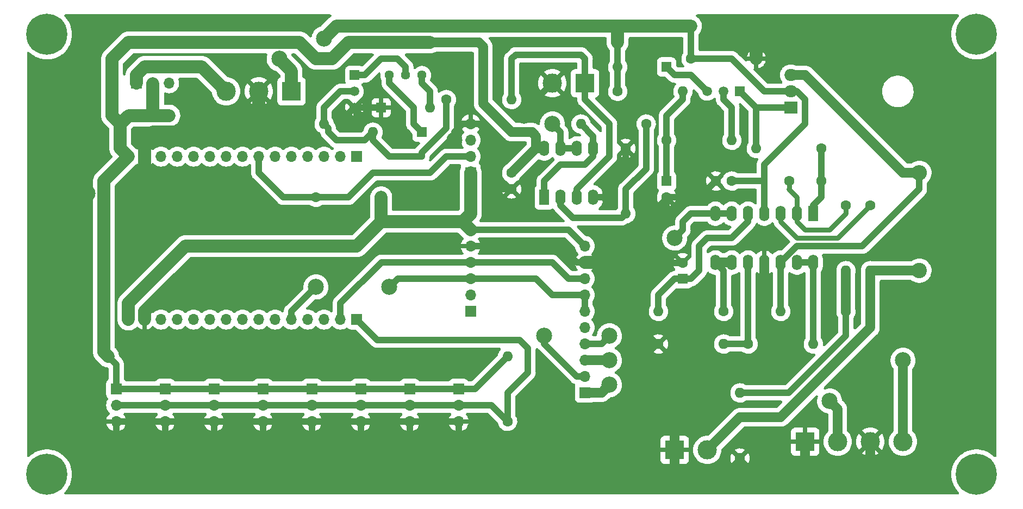
<source format=gbl>
G04 #@! TF.GenerationSoftware,KiCad,Pcbnew,(6.0.9)*
G04 #@! TF.CreationDate,2022-12-06T17:49:46-03:00*
G04 #@! TF.ProjectId,anemometer,616e656d-6f6d-4657-9465-722e6b696361,rev?*
G04 #@! TF.SameCoordinates,Original*
G04 #@! TF.FileFunction,Copper,L2,Bot*
G04 #@! TF.FilePolarity,Positive*
%FSLAX46Y46*%
G04 Gerber Fmt 4.6, Leading zero omitted, Abs format (unit mm)*
G04 Created by KiCad (PCBNEW (6.0.9)) date 2022-12-06 17:49:46*
%MOMM*%
%LPD*%
G01*
G04 APERTURE LIST*
G04 #@! TA.AperFunction,ComponentPad*
%ADD10R,1.700000X1.700000*%
G04 #@! TD*
G04 #@! TA.AperFunction,ComponentPad*
%ADD11O,1.700000X1.700000*%
G04 #@! TD*
G04 #@! TA.AperFunction,ComponentPad*
%ADD12C,1.600000*%
G04 #@! TD*
G04 #@! TA.AperFunction,ComponentPad*
%ADD13O,1.600000X1.600000*%
G04 #@! TD*
G04 #@! TA.AperFunction,ComponentPad*
%ADD14C,6.400000*%
G04 #@! TD*
G04 #@! TA.AperFunction,ComponentPad*
%ADD15R,3.000000X3.000000*%
G04 #@! TD*
G04 #@! TA.AperFunction,ComponentPad*
%ADD16C,3.000000*%
G04 #@! TD*
G04 #@! TA.AperFunction,ComponentPad*
%ADD17C,2.400000*%
G04 #@! TD*
G04 #@! TA.AperFunction,ComponentPad*
%ADD18O,2.400000X2.400000*%
G04 #@! TD*
G04 #@! TA.AperFunction,ComponentPad*
%ADD19C,1.440000*%
G04 #@! TD*
G04 #@! TA.AperFunction,ComponentPad*
%ADD20R,1.500000X1.500000*%
G04 #@! TD*
G04 #@! TA.AperFunction,ComponentPad*
%ADD21C,1.500000*%
G04 #@! TD*
G04 #@! TA.AperFunction,ComponentPad*
%ADD22R,1.600000X1.600000*%
G04 #@! TD*
G04 #@! TA.AperFunction,ComponentPad*
%ADD23R,2.000000X1.905000*%
G04 #@! TD*
G04 #@! TA.AperFunction,ComponentPad*
%ADD24O,2.000000X1.905000*%
G04 #@! TD*
G04 #@! TA.AperFunction,ComponentPad*
%ADD25R,1.600000X2.400000*%
G04 #@! TD*
G04 #@! TA.AperFunction,ComponentPad*
%ADD26O,1.600000X2.400000*%
G04 #@! TD*
G04 #@! TA.AperFunction,ViaPad*
%ADD27C,2.500000*%
G04 #@! TD*
G04 #@! TA.AperFunction,Conductor*
%ADD28C,2.000000*%
G04 #@! TD*
G04 #@! TA.AperFunction,Conductor*
%ADD29C,1.000000*%
G04 #@! TD*
G04 #@! TA.AperFunction,Conductor*
%ADD30C,1.500000*%
G04 #@! TD*
G04 #@! TA.AperFunction,Conductor*
%ADD31C,0.800000*%
G04 #@! TD*
G04 APERTURE END LIST*
D10*
X128270000Y-86360000D03*
D11*
X125730000Y-86360000D03*
X123190000Y-86360000D03*
X120650000Y-86360000D03*
X118110000Y-86360000D03*
X115570000Y-86360000D03*
X113030000Y-86360000D03*
X110490000Y-86360000D03*
X107950000Y-86360000D03*
X105410000Y-86360000D03*
X102870000Y-86360000D03*
X100330000Y-86360000D03*
X97790000Y-86360000D03*
X95250000Y-86360000D03*
X92710000Y-86360000D03*
D10*
X128270000Y-60960000D03*
D11*
X125730000Y-60960000D03*
X123190000Y-60960000D03*
X120650000Y-60960000D03*
X118110000Y-60960000D03*
X115570000Y-60960000D03*
X113030000Y-60960000D03*
X110490000Y-60960000D03*
X107950000Y-60960000D03*
X105410000Y-60960000D03*
X102870000Y-60960000D03*
X100330000Y-60960000D03*
X97790000Y-60960000D03*
X95250000Y-60960000D03*
X92710000Y-60960000D03*
D10*
X146025000Y-85065000D03*
D11*
X146025000Y-82525000D03*
X146025000Y-79985000D03*
X146025000Y-77445000D03*
X146025000Y-74905000D03*
X146025000Y-72365000D03*
D12*
X121920000Y-67310000D03*
D13*
X132080000Y-67310000D03*
D10*
X98425000Y-97155000D03*
D11*
X98425000Y-99695000D03*
X98425000Y-102235000D03*
D10*
X113665000Y-97155000D03*
D11*
X113665000Y-99695000D03*
X113665000Y-102235000D03*
D10*
X128905000Y-97155000D03*
D11*
X128905000Y-99695000D03*
X128905000Y-102235000D03*
D10*
X90805000Y-97155000D03*
D11*
X90805000Y-99695000D03*
X90805000Y-102235000D03*
D10*
X146025000Y-63490000D03*
D11*
X146025000Y-60950000D03*
X146025000Y-58410000D03*
X146025000Y-55870000D03*
D12*
X151765000Y-102235000D03*
D13*
X151765000Y-92075000D03*
D10*
X106045000Y-97155000D03*
D11*
X106045000Y-99695000D03*
X106045000Y-102235000D03*
D10*
X121285000Y-97155000D03*
D11*
X121285000Y-99695000D03*
X121285000Y-102235000D03*
D10*
X93995000Y-54585000D03*
D11*
X96535000Y-54585000D03*
X99075000Y-54585000D03*
D12*
X195620000Y-64770000D03*
X200620000Y-64770000D03*
D14*
X224790000Y-41910000D03*
D12*
X204470000Y-85090000D03*
D13*
X194310000Y-85090000D03*
D15*
X198120000Y-105410000D03*
D16*
X203200000Y-105410000D03*
X208280000Y-105410000D03*
X213360000Y-105410000D03*
D17*
X215900000Y-78740000D03*
D18*
X215900000Y-63500000D03*
D12*
X175260000Y-90170000D03*
D13*
X185420000Y-90170000D03*
D12*
X187960000Y-107950000D03*
D13*
X187960000Y-97790000D03*
D19*
X138440000Y-48260000D03*
X135900000Y-48260000D03*
X133360000Y-48260000D03*
D12*
X180340000Y-45720000D03*
D13*
X190500000Y-45720000D03*
D20*
X127910000Y-48260000D03*
D21*
X127910000Y-50800000D03*
X127910000Y-53340000D03*
D15*
X177800000Y-106680000D03*
D16*
X182880000Y-106680000D03*
D22*
X179070000Y-80010000D03*
D12*
X179070000Y-77510000D03*
D14*
X80010000Y-41910000D03*
D12*
X170180000Y-59690000D03*
D13*
X170180000Y-69850000D03*
D12*
X173355000Y-55880000D03*
D13*
X163195000Y-55880000D03*
D12*
X142240000Y-52070000D03*
D13*
X152400000Y-52070000D03*
D22*
X138430000Y-57150000D03*
D13*
X130810000Y-57150000D03*
D12*
X176530000Y-58420000D03*
D13*
X186690000Y-58420000D03*
D15*
X163830000Y-49530000D03*
D16*
X158750000Y-49530000D03*
D15*
X118110000Y-50800000D03*
D16*
X113030000Y-50800000D03*
X107950000Y-50800000D03*
D12*
X168910000Y-50800000D03*
D13*
X179070000Y-50800000D03*
D12*
X189230000Y-90170000D03*
D13*
X199390000Y-90170000D03*
D23*
X195890000Y-53340000D03*
D24*
X195890000Y-50800000D03*
X195890000Y-48260000D03*
D14*
X224790000Y-110490000D03*
D10*
X144145000Y-97155000D03*
D11*
X144145000Y-99695000D03*
X144145000Y-102235000D03*
D25*
X157490000Y-67325000D03*
D26*
X160030000Y-67325000D03*
X162570000Y-67325000D03*
X165110000Y-67325000D03*
X165110000Y-59705000D03*
X162570000Y-59705000D03*
X160030000Y-59705000D03*
X157490000Y-59705000D03*
D12*
X185420000Y-85090000D03*
D13*
X175260000Y-85090000D03*
D10*
X136525000Y-97155000D03*
D11*
X136525000Y-99695000D03*
X136525000Y-102235000D03*
D10*
X93965000Y-49530000D03*
D11*
X96505000Y-49530000D03*
X99045000Y-49530000D03*
D12*
X200660000Y-59690000D03*
D13*
X190500000Y-59690000D03*
D12*
X204470000Y-68580000D03*
D13*
X204470000Y-78740000D03*
D12*
X208280000Y-68580000D03*
D13*
X208280000Y-78740000D03*
D22*
X176530000Y-64770000D03*
D12*
X176530000Y-67270000D03*
D14*
X80010000Y-110490000D03*
D12*
X186690000Y-64770000D03*
X184190000Y-64770000D03*
X123190000Y-45720000D03*
D13*
X123190000Y-55880000D03*
D20*
X187960000Y-50800000D03*
D21*
X185420000Y-50800000D03*
X182880000Y-50800000D03*
D12*
X152400000Y-63500000D03*
X152400000Y-66000000D03*
D22*
X132080000Y-53340000D03*
D13*
X139700000Y-53340000D03*
D25*
X199395000Y-69860000D03*
D26*
X196855000Y-69860000D03*
X194315000Y-69860000D03*
X191775000Y-69860000D03*
X189235000Y-69860000D03*
X186695000Y-69860000D03*
X184155000Y-69860000D03*
X184155000Y-77480000D03*
X186695000Y-77480000D03*
X189235000Y-77480000D03*
X191775000Y-77480000D03*
X194315000Y-77480000D03*
X196855000Y-77480000D03*
X199395000Y-77480000D03*
D22*
X176530000Y-46990000D03*
D13*
X168910000Y-46990000D03*
D10*
X163805000Y-97760000D03*
D11*
X163805000Y-95220000D03*
X163805000Y-92680000D03*
X163805000Y-90140000D03*
X163805000Y-87600000D03*
X163805000Y-85060000D03*
X163805000Y-82520000D03*
X163805000Y-79980000D03*
X163805000Y-77440000D03*
X163805000Y-74900000D03*
D27*
X128270000Y-55880000D03*
X117475000Y-57150000D03*
X95250000Y-66675000D03*
X102235000Y-80010000D03*
X150495000Y-59055000D03*
X143510000Y-58420000D03*
X167640000Y-67310000D03*
X159995000Y-74905000D03*
X86360000Y-66675000D03*
X125730000Y-54610000D03*
X95250000Y-69850000D03*
X154305000Y-54610000D03*
X133350000Y-81280000D03*
X121920000Y-81280000D03*
X167640000Y-96520000D03*
X201930000Y-99060000D03*
X158750000Y-55880000D03*
X157480000Y-88900000D03*
X213360000Y-92710000D03*
X167640000Y-92710000D03*
X167640000Y-88900000D03*
X177800000Y-73660000D03*
X123190000Y-42545000D03*
X116205000Y-45720000D03*
D28*
X128270000Y-74930000D02*
X132080000Y-71120000D01*
X132080000Y-71120000D02*
X132080000Y-67310000D01*
X101600000Y-74930000D02*
X92710000Y-83820000D01*
X144780000Y-71120000D02*
X146025000Y-72365000D01*
X132080000Y-71120000D02*
X144780000Y-71120000D01*
X128270000Y-74930000D02*
X101600000Y-74930000D01*
X92710000Y-83820000D02*
X92710000Y-86360000D01*
D29*
X159995000Y-72365000D02*
X160020000Y-72390000D01*
X161295000Y-72390000D02*
X163805000Y-74900000D01*
X160020000Y-72390000D02*
X161295000Y-72390000D01*
X146025000Y-72365000D02*
X159995000Y-72365000D01*
D28*
X144780000Y-71120000D02*
X146025000Y-69875000D01*
X146025000Y-69875000D02*
X146025000Y-63490000D01*
X169545000Y-79375000D02*
X168910000Y-78740000D01*
D29*
X176530000Y-68580000D02*
X176530000Y-67270000D01*
X162530000Y-77440000D02*
X163805000Y-77440000D01*
X127910000Y-53340000D02*
X132080000Y-53340000D01*
D28*
X96520000Y-57150000D02*
X110490000Y-57150000D01*
D29*
X146025000Y-55870000D02*
X144790000Y-55870000D01*
D28*
X215900000Y-110490000D02*
X224790000Y-101600000D01*
X85725000Y-104775000D02*
X85725000Y-97155000D01*
X208280000Y-110490000D02*
X215900000Y-110490000D01*
X144145000Y-106045000D02*
X137160000Y-106045000D01*
X95250000Y-60960000D02*
X95250000Y-69850000D01*
X98425000Y-106045000D02*
X91440000Y-106045000D01*
D29*
X171410000Y-74970000D02*
X175260000Y-71120000D01*
D30*
X181471370Y-99020000D02*
X186511370Y-93980000D01*
D29*
X90805000Y-102235000D02*
X90805000Y-105410000D01*
D30*
X177800000Y-106680000D02*
X177800000Y-110490000D01*
D29*
X167640000Y-67310000D02*
X165125000Y-67310000D01*
X154305000Y-54610000D02*
X154305000Y-53975000D01*
X113665000Y-102235000D02*
X113665000Y-106045000D01*
D28*
X85725000Y-97155000D02*
X85725000Y-67310000D01*
X224790000Y-49530000D02*
X217170000Y-41910000D01*
D29*
X154305000Y-53975000D02*
X158750000Y-49530000D01*
X171410000Y-77510000D02*
X169545000Y-79375000D01*
D28*
X110490000Y-57150000D02*
X113030000Y-54610000D01*
D29*
X149225000Y-64135000D02*
X151090000Y-66000000D01*
X136525000Y-102235000D02*
X136525000Y-105410000D01*
D30*
X193040000Y-90170000D02*
X193040000Y-88900000D01*
X180340000Y-99020000D02*
X181471370Y-99020000D01*
D28*
X100330000Y-80010000D02*
X95250000Y-85090000D01*
D29*
X165125000Y-67310000D02*
X165110000Y-67325000D01*
X144145000Y-102235000D02*
X144145000Y-106045000D01*
D28*
X95250000Y-58420000D02*
X96520000Y-57150000D01*
D29*
X125730000Y-54610000D02*
X127000000Y-54610000D01*
X159995000Y-74905000D02*
X162530000Y-77440000D01*
X150495000Y-59055000D02*
X149225000Y-60325000D01*
X170180000Y-62230000D02*
X170180000Y-59690000D01*
X167640000Y-64770000D02*
X170180000Y-62230000D01*
D28*
X102235000Y-80010000D02*
X100330000Y-80010000D01*
X168910000Y-78740000D02*
X167610000Y-77440000D01*
D29*
X121285000Y-102235000D02*
X121285000Y-106045000D01*
X136525000Y-105410000D02*
X137160000Y-106045000D01*
X147310000Y-55870000D02*
X146025000Y-55870000D01*
X126640000Y-54610000D02*
X127910000Y-53340000D01*
D28*
X91440000Y-106045000D02*
X86995000Y-106045000D01*
D30*
X198120000Y-105410000D02*
X198120000Y-110490000D01*
X186511370Y-93980000D02*
X189230000Y-93980000D01*
D29*
X127000000Y-54610000D02*
X128270000Y-55880000D01*
D28*
X167610000Y-77440000D02*
X163805000Y-77440000D01*
D29*
X115570000Y-57150000D02*
X113030000Y-54610000D01*
X98425000Y-102235000D02*
X98425000Y-106045000D01*
D28*
X217170000Y-41910000D02*
X193040000Y-41910000D01*
D29*
X115570000Y-57150000D02*
X117475000Y-57150000D01*
D28*
X171450000Y-90170000D02*
X171450000Y-81280000D01*
X198120000Y-110490000D02*
X208280000Y-110490000D01*
D29*
X179070000Y-77510000D02*
X175220000Y-77510000D01*
D28*
X106045000Y-106045000D02*
X98425000Y-106045000D01*
D29*
X106045000Y-102235000D02*
X106045000Y-106045000D01*
D30*
X177800000Y-101560000D02*
X180340000Y-99020000D01*
D28*
X113030000Y-54610000D02*
X113030000Y-50800000D01*
X177800000Y-110490000D02*
X187960000Y-110490000D01*
D30*
X177800000Y-106680000D02*
X177800000Y-101560000D01*
D29*
X90805000Y-105410000D02*
X91440000Y-106045000D01*
D28*
X163830000Y-106045000D02*
X171450000Y-98425000D01*
D30*
X187960000Y-107950000D02*
X187960000Y-110490000D01*
D28*
X173990000Y-110490000D02*
X177800000Y-110490000D01*
D29*
X128905000Y-102235000D02*
X128905000Y-106045000D01*
X90805000Y-102235000D02*
X144145000Y-102235000D01*
D28*
X171450000Y-98425000D02*
X171450000Y-90170000D01*
D30*
X175260000Y-90170000D02*
X171450000Y-90170000D01*
D28*
X224790000Y-101600000D02*
X224790000Y-49530000D01*
D29*
X175260000Y-71120000D02*
X175260000Y-69850000D01*
X150495000Y-59055000D02*
X147310000Y-55870000D01*
D28*
X128905000Y-106045000D02*
X121285000Y-106045000D01*
D29*
X146025000Y-74905000D02*
X159995000Y-74905000D01*
X125730000Y-54610000D02*
X126640000Y-54610000D01*
X128270000Y-53700000D02*
X127910000Y-53340000D01*
X127910000Y-53340000D02*
X127910000Y-53488000D01*
D30*
X208280000Y-105410000D02*
X208280000Y-110490000D01*
D28*
X190500000Y-44450000D02*
X190500000Y-45720000D01*
X85725000Y-67310000D02*
X86360000Y-66675000D01*
D30*
X193040000Y-88900000D02*
X191770000Y-87630000D01*
D28*
X137160000Y-106045000D02*
X128905000Y-106045000D01*
D29*
X151090000Y-66000000D02*
X152400000Y-66000000D01*
X128270000Y-55880000D02*
X128270000Y-53700000D01*
X171410000Y-77510000D02*
X171410000Y-74970000D01*
D28*
X95250000Y-60960000D02*
X95250000Y-58420000D01*
X187960000Y-110490000D02*
X198120000Y-110490000D01*
D30*
X189230000Y-93980000D02*
X193040000Y-90170000D01*
X191770000Y-87630000D02*
X191775000Y-87625000D01*
D28*
X169545000Y-106045000D02*
X173990000Y-110490000D01*
X193040000Y-41910000D02*
X190500000Y-44450000D01*
D29*
X181690000Y-67270000D02*
X184190000Y-64770000D01*
D28*
X163830000Y-106045000D02*
X169545000Y-106045000D01*
D30*
X191775000Y-87625000D02*
X191775000Y-77480000D01*
D29*
X144790000Y-55870000D02*
X143510000Y-57150000D01*
D28*
X121285000Y-106045000D02*
X113665000Y-106045000D01*
X95250000Y-85090000D02*
X95250000Y-86360000D01*
D29*
X143510000Y-57150000D02*
X143510000Y-58420000D01*
D28*
X171450000Y-81280000D02*
X169545000Y-79375000D01*
X163830000Y-106045000D02*
X144145000Y-106045000D01*
D29*
X149225000Y-60325000D02*
X149225000Y-64135000D01*
X167640000Y-67310000D02*
X167640000Y-64770000D01*
X176530000Y-67270000D02*
X181690000Y-67270000D01*
D28*
X113665000Y-106045000D02*
X106045000Y-106045000D01*
D29*
X175220000Y-77510000D02*
X171450000Y-81280000D01*
D28*
X86995000Y-106045000D02*
X85725000Y-104775000D01*
D29*
X175260000Y-69850000D02*
X176530000Y-68580000D01*
X125730000Y-83820000D02*
X125730000Y-86360000D01*
X158725000Y-77445000D02*
X161290000Y-80010000D01*
X132105000Y-77445000D02*
X125730000Y-83820000D01*
X161320000Y-79980000D02*
X163805000Y-79980000D01*
X161290000Y-80010000D02*
X161320000Y-79980000D01*
X146025000Y-77445000D02*
X132105000Y-77445000D01*
X146025000Y-77445000D02*
X158725000Y-77445000D01*
X118110000Y-85090000D02*
X118110000Y-86360000D01*
X156185000Y-79985000D02*
X158750000Y-82550000D01*
X146025000Y-79985000D02*
X156185000Y-79985000D01*
X134645000Y-79985000D02*
X133350000Y-81280000D01*
X146025000Y-79985000D02*
X134645000Y-79985000D01*
X163805000Y-82520000D02*
X163805000Y-85060000D01*
X121920000Y-81280000D02*
X118110000Y-85090000D01*
X158780000Y-82520000D02*
X163805000Y-82520000D01*
X158750000Y-82550000D02*
X158780000Y-82520000D01*
X127000000Y-67310000D02*
X130810000Y-63500000D01*
X113030000Y-63500000D02*
X113030000Y-60960000D01*
X139700000Y-63500000D02*
X142250000Y-60950000D01*
X116840000Y-67310000D02*
X113030000Y-63500000D01*
X121920000Y-67310000D02*
X127000000Y-67310000D01*
X130810000Y-63500000D02*
X139700000Y-63500000D01*
X142250000Y-60950000D02*
X146025000Y-60950000D01*
X121920000Y-67310000D02*
X116840000Y-67310000D01*
X146685000Y-97155000D02*
X151765000Y-92075000D01*
X146685000Y-97155000D02*
X144145000Y-97155000D01*
X96505000Y-49530000D02*
X96535000Y-49560000D01*
X128905000Y-97155000D02*
X136525000Y-97155000D01*
X98425000Y-97155000D02*
X106045000Y-97155000D01*
D30*
X155575000Y-57150000D02*
X152400000Y-57150000D01*
D28*
X88900000Y-64770000D02*
X88900000Y-91440000D01*
D29*
X90805000Y-97155000D02*
X90805000Y-93345000D01*
D30*
X152400000Y-63500000D02*
X156210000Y-59690000D01*
D28*
X93995000Y-54585000D02*
X99075000Y-54585000D01*
D29*
X121285000Y-97155000D02*
X128905000Y-97155000D01*
X90805000Y-93345000D02*
X89535000Y-92075000D01*
D28*
X90170000Y-54610000D02*
X90170000Y-45720000D01*
X92735000Y-54585000D02*
X91440000Y-55880000D01*
X96535000Y-54585000D02*
X96535000Y-49560000D01*
D30*
X155575000Y-57150000D02*
X156210000Y-57785000D01*
D28*
X88900000Y-64770000D02*
X92710000Y-60960000D01*
D30*
X156210000Y-59690000D02*
X157475000Y-59690000D01*
X147955000Y-52705000D02*
X147955000Y-43815000D01*
D28*
X90170000Y-45720000D02*
X92710000Y-43180000D01*
X93995000Y-54585000D02*
X92735000Y-54585000D01*
X127000000Y-43180000D02*
X139700000Y-43180000D01*
D29*
X113665000Y-97155000D02*
X121285000Y-97155000D01*
D28*
X121920000Y-45720000D02*
X123190000Y-45720000D01*
X91440000Y-55880000D02*
X90170000Y-54610000D01*
D29*
X106045000Y-97155000D02*
X113665000Y-97155000D01*
X90805000Y-97155000D02*
X98425000Y-97155000D01*
D28*
X119380000Y-43180000D02*
X121920000Y-45720000D01*
D30*
X157475000Y-59690000D02*
X157490000Y-59705000D01*
X152400000Y-57150000D02*
X147955000Y-52705000D01*
D28*
X91440000Y-59690000D02*
X92710000Y-60960000D01*
D29*
X96505000Y-54555000D02*
X96535000Y-54585000D01*
D28*
X92710000Y-43180000D02*
X119380000Y-43180000D01*
X124460000Y-45720000D02*
X127000000Y-43180000D01*
X88900000Y-91440000D02*
X89535000Y-92075000D01*
X91440000Y-55880000D02*
X91440000Y-59690000D01*
D29*
X136525000Y-97155000D02*
X144145000Y-97155000D01*
D30*
X147955000Y-43815000D02*
X147320000Y-43180000D01*
D28*
X123190000Y-45720000D02*
X124460000Y-45720000D01*
D30*
X156210000Y-57785000D02*
X156210000Y-59690000D01*
X147320000Y-43180000D02*
X139700000Y-43180000D01*
D29*
X113665000Y-99695000D02*
X121285000Y-99695000D01*
X151765000Y-97790000D02*
X154940000Y-94615000D01*
X106045000Y-99695000D02*
X113665000Y-99695000D01*
X144145000Y-99695000D02*
X149225000Y-99695000D01*
X154940000Y-90805000D02*
X153670000Y-89535000D01*
X131445000Y-89535000D02*
X128270000Y-86360000D01*
X154940000Y-94615000D02*
X154940000Y-90805000D01*
X136525000Y-99695000D02*
X144145000Y-99695000D01*
X128905000Y-99695000D02*
X136525000Y-99695000D01*
X90805000Y-99695000D02*
X98425000Y-99695000D01*
X121285000Y-99695000D02*
X128905000Y-99695000D01*
X151765000Y-102235000D02*
X151765000Y-97790000D01*
X98425000Y-99695000D02*
X106045000Y-99695000D01*
X153670000Y-89535000D02*
X131445000Y-89535000D01*
X149225000Y-99695000D02*
X151765000Y-102235000D01*
X139700000Y-50800000D02*
X138430000Y-49530000D01*
X138430000Y-49530000D02*
X138440000Y-49520000D01*
X138440000Y-49520000D02*
X138440000Y-48260000D01*
X139700000Y-53340000D02*
X139700000Y-50800000D01*
X127910000Y-48260000D02*
X129540000Y-48260000D01*
X129540000Y-48260000D02*
X132080000Y-45720000D01*
X135900000Y-47000000D02*
X135900000Y-48260000D01*
X132080000Y-45720000D02*
X134620000Y-45720000D01*
X134620000Y-45720000D02*
X135900000Y-47000000D01*
X130810000Y-58420000D02*
X130810000Y-57150000D01*
X123825000Y-57150000D02*
X125095000Y-58420000D01*
X142240000Y-52070000D02*
X142240000Y-56515000D01*
X142240000Y-56515000D02*
X138430000Y-60325000D01*
X133350000Y-60960000D02*
X130810000Y-58420000D01*
X125730000Y-50800000D02*
X127910000Y-50800000D01*
X125095000Y-58420000D02*
X129540000Y-58420000D01*
X129540000Y-58420000D02*
X130810000Y-57150000D01*
X123190000Y-53340000D02*
X123190000Y-55880000D01*
X138430000Y-60325000D02*
X138430000Y-60960000D01*
X138430000Y-60960000D02*
X133350000Y-60960000D01*
X123190000Y-55880000D02*
X123825000Y-56515000D01*
X123190000Y-53340000D02*
X125730000Y-50800000D01*
X123825000Y-56515000D02*
X123825000Y-57150000D01*
X133360000Y-48260000D02*
X133360000Y-49540000D01*
X133360000Y-49540000D02*
X137160000Y-53340000D01*
X137160000Y-55880000D02*
X138430000Y-57150000D01*
X137160000Y-53340000D02*
X137160000Y-55880000D01*
D28*
X104140000Y-46990000D02*
X107950000Y-50800000D01*
X93965000Y-48275000D02*
X95250000Y-46990000D01*
X93965000Y-49530000D02*
X93965000Y-48275000D01*
X95250000Y-46990000D02*
X104140000Y-46990000D01*
D30*
X203200000Y-100330000D02*
X203200000Y-105410000D01*
X163805000Y-97760000D02*
X166400000Y-97760000D01*
X166400000Y-97760000D02*
X167640000Y-96520000D01*
X201930000Y-99060000D02*
X203200000Y-100330000D01*
D29*
X162530000Y-95220000D02*
X163805000Y-95220000D01*
X160030000Y-59705000D02*
X162570000Y-59705000D01*
X160030000Y-59705000D02*
X160030000Y-57160000D01*
X160030000Y-57160000D02*
X158750000Y-55880000D01*
X157480000Y-88900000D02*
X157480000Y-90170000D01*
X157480000Y-90170000D02*
X162530000Y-95220000D01*
D30*
X213360000Y-105410000D02*
X213360000Y-92710000D01*
X163835000Y-92710000D02*
X163805000Y-92680000D01*
X167640000Y-92710000D02*
X163835000Y-92710000D01*
D29*
X177800000Y-73660000D02*
X179070000Y-72390000D01*
X163805000Y-90140000D02*
X166400000Y-90140000D01*
X180340000Y-69850000D02*
X180350000Y-69860000D01*
X184155000Y-69860000D02*
X186695000Y-69860000D01*
X179070000Y-72390000D02*
X179070000Y-71120000D01*
X179070000Y-71120000D02*
X180340000Y-69850000D01*
X166400000Y-90140000D02*
X167640000Y-88900000D01*
X180350000Y-69860000D02*
X184155000Y-69860000D01*
X181610000Y-78740000D02*
X181610000Y-74930000D01*
X186690000Y-73660000D02*
X189235000Y-71115000D01*
X177800000Y-80010000D02*
X179070000Y-80010000D01*
X179070000Y-80010000D02*
X180340000Y-80010000D01*
X175260000Y-85090000D02*
X175260000Y-82550000D01*
X180340000Y-80010000D02*
X181610000Y-78740000D01*
X175260000Y-82550000D02*
X177800000Y-80010000D01*
X181610000Y-74930000D02*
X182880000Y-73660000D01*
X189235000Y-71115000D02*
X189235000Y-69860000D01*
X182880000Y-73660000D02*
X186690000Y-73660000D01*
X153035000Y-45085000D02*
X163195000Y-45085000D01*
X167640000Y-60960000D02*
X167640000Y-55880000D01*
X162570000Y-66030000D02*
X167640000Y-60960000D01*
X152400000Y-45720000D02*
X153035000Y-45085000D01*
X163195000Y-45085000D02*
X163830000Y-45720000D01*
X152400000Y-52070000D02*
X152400000Y-45720000D01*
X162570000Y-67325000D02*
X162570000Y-66030000D01*
X163830000Y-45720000D02*
X163830000Y-49530000D01*
X167640000Y-55880000D02*
X163830000Y-52070000D01*
X163830000Y-52070000D02*
X163830000Y-49530000D01*
X191770000Y-67310000D02*
X191770000Y-64770000D01*
X186690000Y-64770000D02*
X191770000Y-64770000D01*
X191775000Y-67315000D02*
X191775000Y-69860000D01*
X198120000Y-55880000D02*
X198120000Y-52070000D01*
D28*
X168910000Y-40640000D02*
X168910000Y-43180000D01*
X118110000Y-47625000D02*
X116205000Y-45720000D01*
D29*
X191770000Y-50800000D02*
X186690000Y-45720000D01*
X198120000Y-52070000D02*
X196850000Y-50800000D01*
X195890000Y-50800000D02*
X191770000Y-50800000D01*
X191770000Y-62230000D02*
X198120000Y-55880000D01*
X168910000Y-50800000D02*
X168910000Y-46990000D01*
X191770000Y-64770000D02*
X191770000Y-62230000D01*
D28*
X168910000Y-40640000D02*
X180340000Y-40640000D01*
X123190000Y-42545000D02*
X125095000Y-40640000D01*
D29*
X168910000Y-46990000D02*
X168910000Y-43180000D01*
X191770000Y-67310000D02*
X191775000Y-67315000D01*
X180340000Y-45720000D02*
X180340000Y-40640000D01*
D28*
X125095000Y-40640000D02*
X168910000Y-40640000D01*
X118110000Y-50800000D02*
X118110000Y-47625000D01*
D29*
X196850000Y-50800000D02*
X195890000Y-50800000D01*
X186690000Y-45720000D02*
X180340000Y-45720000D01*
X161925000Y-70485000D02*
X169545000Y-70485000D01*
X173355000Y-62865000D02*
X173355000Y-55880000D01*
X169545000Y-70485000D02*
X170180000Y-69850000D01*
X160030000Y-67325000D02*
X160030000Y-68590000D01*
X170180000Y-66040000D02*
X173355000Y-62865000D01*
X160030000Y-68590000D02*
X161925000Y-70485000D01*
X170180000Y-69850000D02*
X170180000Y-66040000D01*
X160020000Y-62230000D02*
X163830000Y-62230000D01*
X157490000Y-67325000D02*
X157490000Y-64760000D01*
X163195000Y-55880000D02*
X165110000Y-57795000D01*
X163830000Y-62230000D02*
X165110000Y-60950000D01*
X165110000Y-60950000D02*
X165110000Y-59705000D01*
X157490000Y-64760000D02*
X160020000Y-62230000D01*
X165110000Y-57795000D02*
X165110000Y-59705000D01*
X185420000Y-85090000D02*
X185420000Y-78745000D01*
D30*
X184155000Y-77480000D02*
X186695000Y-77480000D01*
D29*
X185420000Y-78745000D02*
X184155000Y-77480000D01*
D31*
X195580000Y-66040000D02*
X195620000Y-66000000D01*
X201930000Y-72390000D02*
X198120000Y-72390000D01*
X204470000Y-69850000D02*
X201930000Y-72390000D01*
X196855000Y-67315000D02*
X195580000Y-66040000D01*
X198120000Y-72390000D02*
X196855000Y-71125000D01*
X195620000Y-66000000D02*
X195620000Y-64770000D01*
X204470000Y-68580000D02*
X204470000Y-69850000D01*
X196855000Y-69860000D02*
X196855000Y-67315000D01*
X196855000Y-71125000D02*
X196855000Y-69860000D01*
D29*
X199390000Y-68580000D02*
X200660000Y-67310000D01*
X200660000Y-67310000D02*
X200620000Y-67270000D01*
X200660000Y-59690000D02*
X200660000Y-64730000D01*
X199395000Y-69860000D02*
X199395000Y-68585000D01*
X200620000Y-67270000D02*
X200620000Y-64770000D01*
X200660000Y-64730000D02*
X200620000Y-64770000D01*
X199395000Y-68585000D02*
X199390000Y-68580000D01*
X176530000Y-64770000D02*
X176530000Y-58420000D01*
X176530000Y-54610000D02*
X179070000Y-52070000D01*
X176530000Y-58420000D02*
X176530000Y-54610000D01*
X179070000Y-52070000D02*
X179070000Y-50800000D01*
X180340000Y-48260000D02*
X177800000Y-48260000D01*
X177800000Y-48260000D02*
X176530000Y-46990000D01*
X182880000Y-50800000D02*
X180340000Y-48260000D01*
D30*
X208280000Y-78740000D02*
X215900000Y-78740000D01*
X182880000Y-106680000D02*
X187960000Y-101600000D01*
X187960000Y-101600000D02*
X194310000Y-101600000D01*
X194310000Y-101600000D02*
X208280000Y-87630000D01*
X208280000Y-87630000D02*
X208280000Y-78740000D01*
D29*
X187960000Y-50800000D02*
X190500000Y-53340000D01*
X190500000Y-59690000D02*
X190500000Y-53340000D01*
X190500000Y-53340000D02*
X195890000Y-53340000D01*
X207010000Y-74930000D02*
X215900000Y-66040000D01*
D30*
X198120000Y-48260000D02*
X213360000Y-63500000D01*
D29*
X194315000Y-77465000D02*
X196850000Y-74930000D01*
X194310000Y-85090000D02*
X194310000Y-77485000D01*
X194315000Y-77480000D02*
X194315000Y-77465000D01*
X196850000Y-74930000D02*
X207010000Y-74930000D01*
D30*
X213360000Y-63500000D02*
X215900000Y-63500000D01*
D29*
X215900000Y-66040000D02*
X215900000Y-63500000D01*
X194310000Y-77485000D02*
X194315000Y-77480000D01*
D30*
X195890000Y-48260000D02*
X198120000Y-48260000D01*
D29*
X185420000Y-52070000D02*
X185420000Y-50800000D01*
X186690000Y-58420000D02*
X186690000Y-53340000D01*
X186690000Y-53340000D02*
X185420000Y-52070000D01*
D30*
X204470000Y-85090000D02*
X204470000Y-78740000D01*
D29*
X204470000Y-88900000D02*
X204470000Y-85090000D01*
X195580000Y-97790000D02*
X187960000Y-97790000D01*
X204470000Y-88900000D02*
X195580000Y-97790000D01*
X185420000Y-90170000D02*
X189230000Y-90170000D01*
X189230000Y-90170000D02*
X189230000Y-77485000D01*
X189230000Y-77485000D02*
X189235000Y-77480000D01*
X199390000Y-77485000D02*
X199395000Y-77480000D01*
X199395000Y-77480000D02*
X196855000Y-77480000D01*
X199390000Y-90170000D02*
X199390000Y-77485000D01*
D31*
X203200000Y-73660000D02*
X196850000Y-73660000D01*
X194310000Y-69865000D02*
X194315000Y-69860000D01*
X196850000Y-73660000D02*
X194310000Y-71120000D01*
X194310000Y-71120000D02*
X194310000Y-69865000D01*
X208280000Y-68580000D02*
X203200000Y-73660000D01*
G04 #@! TA.AperFunction,Conductor*
G36*
X124215033Y-38820207D02*
G01*
X124284274Y-38875426D01*
X124322701Y-38955218D01*
X124322701Y-39043782D01*
X124284274Y-39123574D01*
X124234154Y-39166935D01*
X124234527Y-39167475D01*
X124234526Y-39167475D01*
X124185395Y-39201432D01*
X124173114Y-39209271D01*
X124128157Y-39235699D01*
X124128153Y-39235702D01*
X124121646Y-39239527D01*
X124115793Y-39244292D01*
X124115783Y-39244299D01*
X124079210Y-39274074D01*
X124066717Y-39283455D01*
X124026942Y-39310945D01*
X124026938Y-39310949D01*
X124021692Y-39314574D01*
X124016945Y-39318848D01*
X124016944Y-39318849D01*
X123962033Y-39368291D01*
X123962023Y-39368301D01*
X123960080Y-39370050D01*
X123958530Y-39371600D01*
X123947414Y-39381374D01*
X123921009Y-39402871D01*
X123915941Y-39408470D01*
X123915940Y-39408471D01*
X123864672Y-39465111D01*
X123857849Y-39472281D01*
X122701881Y-40628249D01*
X122627103Y-40675294D01*
X122452108Y-40736748D01*
X122413384Y-40750347D01*
X122168263Y-40877678D01*
X121943529Y-41038275D01*
X121743665Y-41228936D01*
X121572659Y-41445856D01*
X121569128Y-41451936D01*
X121569124Y-41451941D01*
X121522165Y-41532787D01*
X121433923Y-41684707D01*
X121330226Y-41940723D01*
X121263636Y-42208796D01*
X121262986Y-42215140D01*
X121228807Y-42296616D01*
X121162506Y-42355332D01*
X121077295Y-42379467D01*
X120990050Y-42364240D01*
X120926316Y-42321446D01*
X120608677Y-42003807D01*
X120608309Y-42003438D01*
X120499743Y-41894302D01*
X120494411Y-41888942D01*
X120488331Y-41884451D01*
X120488326Y-41884447D01*
X120446389Y-41853472D01*
X120434981Y-41844382D01*
X120405435Y-41819013D01*
X120389681Y-41805486D01*
X120343236Y-41776520D01*
X120330321Y-41767743D01*
X120292385Y-41739723D01*
X120286302Y-41735230D01*
X120233473Y-41707436D01*
X120220827Y-41700178D01*
X120176572Y-41672578D01*
X120176565Y-41672574D01*
X120170154Y-41668576D01*
X120163211Y-41665593D01*
X120163207Y-41665591D01*
X120119862Y-41646969D01*
X120105774Y-41640250D01*
X120057337Y-41614766D01*
X120000900Y-41595278D01*
X119987334Y-41590030D01*
X119932443Y-41566447D01*
X119889652Y-41555341D01*
X119879465Y-41552697D01*
X119864510Y-41548182D01*
X119812785Y-41530321D01*
X119805352Y-41528963D01*
X119805350Y-41528963D01*
X119771536Y-41522788D01*
X119754047Y-41519594D01*
X119739809Y-41516450D01*
X119689337Y-41503350D01*
X119689333Y-41503349D01*
X119682019Y-41501451D01*
X119627578Y-41495873D01*
X119612121Y-41493673D01*
X119558274Y-41483839D01*
X119551901Y-41483505D01*
X119478101Y-41479637D01*
X119478089Y-41479637D01*
X119475481Y-41479500D01*
X119473288Y-41479500D01*
X119458517Y-41478551D01*
X119424645Y-41475081D01*
X119344371Y-41479077D01*
X119340815Y-41479254D01*
X119330921Y-41479500D01*
X92746883Y-41479500D01*
X92746362Y-41479499D01*
X92746043Y-41479498D01*
X92585091Y-41479077D01*
X92577609Y-41480202D01*
X92577608Y-41480202D01*
X92526061Y-41487952D01*
X92511567Y-41489591D01*
X92459552Y-41493547D01*
X92459547Y-41493548D01*
X92452024Y-41494120D01*
X92398706Y-41506478D01*
X92383359Y-41509405D01*
X92336720Y-41516417D01*
X92336718Y-41516417D01*
X92329245Y-41517541D01*
X92322027Y-41519782D01*
X92322024Y-41519783D01*
X92272226Y-41535246D01*
X92258147Y-41539058D01*
X92199985Y-41552539D01*
X92192972Y-41555337D01*
X92192959Y-41555341D01*
X92149144Y-41572822D01*
X92134419Y-41578037D01*
X92082162Y-41594263D01*
X92075372Y-41597568D01*
X92075368Y-41597569D01*
X92028482Y-41620386D01*
X92015146Y-41626282D01*
X91959682Y-41648410D01*
X91912494Y-41676151D01*
X91898736Y-41683527D01*
X91856325Y-41704166D01*
X91856312Y-41704174D01*
X91849526Y-41707476D01*
X91800394Y-41741434D01*
X91788134Y-41749259D01*
X91736646Y-41779527D01*
X91722571Y-41790986D01*
X91694211Y-41814074D01*
X91681718Y-41823453D01*
X91641957Y-41850934D01*
X91641942Y-41850946D01*
X91636691Y-41854575D01*
X91575080Y-41910050D01*
X91573536Y-41911594D01*
X91562420Y-41921369D01*
X91536009Y-41942871D01*
X91530941Y-41948470D01*
X91530940Y-41948471D01*
X91479672Y-42005111D01*
X91472849Y-42012281D01*
X88993629Y-44491501D01*
X88878942Y-44605589D01*
X88874451Y-44611669D01*
X88874447Y-44611674D01*
X88843472Y-44653611D01*
X88834383Y-44665018D01*
X88795486Y-44710319D01*
X88766520Y-44756764D01*
X88757743Y-44769679D01*
X88725230Y-44813698D01*
X88703206Y-44855560D01*
X88697438Y-44866523D01*
X88690178Y-44879173D01*
X88662578Y-44923428D01*
X88662574Y-44923435D01*
X88658576Y-44929846D01*
X88655593Y-44936789D01*
X88655591Y-44936793D01*
X88636969Y-44980138D01*
X88630250Y-44994226D01*
X88604766Y-45042663D01*
X88602300Y-45049805D01*
X88602299Y-45049807D01*
X88585280Y-45099095D01*
X88580030Y-45112666D01*
X88556447Y-45167557D01*
X88554544Y-45174891D01*
X88542697Y-45220535D01*
X88538182Y-45235490D01*
X88520321Y-45287215D01*
X88518963Y-45294648D01*
X88518963Y-45294650D01*
X88509594Y-45345951D01*
X88506450Y-45360191D01*
X88494625Y-45405753D01*
X88491451Y-45417981D01*
X88490220Y-45429997D01*
X88485874Y-45472417D01*
X88483673Y-45487879D01*
X88473839Y-45541726D01*
X88473505Y-45548099D01*
X88471535Y-45585696D01*
X88469500Y-45624519D01*
X88469500Y-45626712D01*
X88468551Y-45641483D01*
X88465081Y-45675355D01*
X88468603Y-45746106D01*
X88469254Y-45759185D01*
X88469500Y-45769079D01*
X88469500Y-54573256D01*
X88469077Y-54734908D01*
X88470199Y-54742374D01*
X88470200Y-54742382D01*
X88477952Y-54793946D01*
X88479590Y-54808433D01*
X88483058Y-54854013D01*
X88484120Y-54867976D01*
X88485825Y-54875330D01*
X88485825Y-54875333D01*
X88496477Y-54921290D01*
X88499404Y-54936637D01*
X88506415Y-54983273D01*
X88506419Y-54983290D01*
X88507541Y-54990754D01*
X88525244Y-55047765D01*
X88529056Y-55061845D01*
X88539584Y-55107264D01*
X88542539Y-55120015D01*
X88545340Y-55127035D01*
X88545340Y-55127036D01*
X88562820Y-55170850D01*
X88568036Y-55185578D01*
X88584263Y-55237838D01*
X88592332Y-55254419D01*
X88610386Y-55291518D01*
X88616282Y-55304854D01*
X88635612Y-55353305D01*
X88638410Y-55360318D01*
X88666151Y-55407506D01*
X88673527Y-55421264D01*
X88694168Y-55463678D01*
X88694173Y-55463686D01*
X88697476Y-55470474D01*
X88701769Y-55476685D01*
X88731421Y-55519589D01*
X88739266Y-55531880D01*
X88750387Y-55550797D01*
X88769527Y-55583354D01*
X88774302Y-55589220D01*
X88774304Y-55589222D01*
X88804073Y-55625789D01*
X88813452Y-55638281D01*
X88840937Y-55678048D01*
X88840950Y-55678064D01*
X88844574Y-55683308D01*
X88848845Y-55688051D01*
X88848847Y-55688054D01*
X88898291Y-55742967D01*
X88898301Y-55742977D01*
X88900050Y-55744920D01*
X88901600Y-55746470D01*
X88911374Y-55757586D01*
X88932871Y-55783991D01*
X88938470Y-55789059D01*
X88938471Y-55789060D01*
X88995111Y-55840328D01*
X89002281Y-55847151D01*
X89681214Y-56526084D01*
X89728333Y-56601072D01*
X89739500Y-56666798D01*
X89739500Y-59653214D01*
X89739077Y-59814908D01*
X89740199Y-59822374D01*
X89740200Y-59822382D01*
X89747952Y-59873946D01*
X89749590Y-59888433D01*
X89753427Y-59938862D01*
X89754120Y-59947976D01*
X89755825Y-59955330D01*
X89755825Y-59955333D01*
X89766477Y-60001290D01*
X89769404Y-60016637D01*
X89776415Y-60063273D01*
X89776419Y-60063290D01*
X89777541Y-60070754D01*
X89795244Y-60127765D01*
X89799056Y-60141845D01*
X89812539Y-60200015D01*
X89815340Y-60207035D01*
X89815340Y-60207036D01*
X89832820Y-60250850D01*
X89838036Y-60265578D01*
X89854263Y-60317838D01*
X89857568Y-60324629D01*
X89880386Y-60371518D01*
X89886282Y-60384854D01*
X89908410Y-60440318D01*
X89936151Y-60487506D01*
X89943527Y-60501264D01*
X89964168Y-60543678D01*
X89964173Y-60543686D01*
X89967476Y-60550474D01*
X89971769Y-60556685D01*
X90001421Y-60599589D01*
X90009266Y-60611880D01*
X90011739Y-60616086D01*
X90039527Y-60663354D01*
X90044302Y-60669220D01*
X90044304Y-60669222D01*
X90074073Y-60705789D01*
X90083452Y-60718281D01*
X90110937Y-60758048D01*
X90110950Y-60758064D01*
X90114574Y-60763308D01*
X90118845Y-60768051D01*
X90118847Y-60768054D01*
X90170050Y-60824920D01*
X90169630Y-60825298D01*
X90213328Y-60899033D01*
X90220952Y-60987267D01*
X90189538Y-61070072D01*
X90164564Y-61100566D01*
X87723625Y-63541505D01*
X87608942Y-63655589D01*
X87604451Y-63661669D01*
X87604447Y-63661674D01*
X87573472Y-63703611D01*
X87564383Y-63715018D01*
X87525486Y-63760319D01*
X87496520Y-63806764D01*
X87487743Y-63819679D01*
X87471695Y-63841406D01*
X87455230Y-63863698D01*
X87440843Y-63891044D01*
X87427438Y-63916523D01*
X87420178Y-63929173D01*
X87392578Y-63973428D01*
X87392574Y-63973435D01*
X87388576Y-63979846D01*
X87385593Y-63986789D01*
X87385591Y-63986793D01*
X87366969Y-64030138D01*
X87360250Y-64044226D01*
X87334766Y-64092663D01*
X87332300Y-64099805D01*
X87332299Y-64099807D01*
X87315280Y-64149095D01*
X87310030Y-64162666D01*
X87286447Y-64217557D01*
X87279922Y-64242697D01*
X87272697Y-64270535D01*
X87268182Y-64285490D01*
X87250321Y-64337215D01*
X87248963Y-64344648D01*
X87248963Y-64344650D01*
X87239594Y-64395951D01*
X87236450Y-64410191D01*
X87225430Y-64452652D01*
X87221451Y-64467981D01*
X87215874Y-64522417D01*
X87213673Y-64537879D01*
X87203839Y-64591726D01*
X87203505Y-64598099D01*
X87200720Y-64651249D01*
X87199500Y-64674519D01*
X87199500Y-64676712D01*
X87198551Y-64691483D01*
X87195081Y-64725355D01*
X87198283Y-64789674D01*
X87199254Y-64809185D01*
X87199500Y-64819079D01*
X87199500Y-91403256D01*
X87199077Y-91564908D01*
X87200199Y-91572374D01*
X87200200Y-91572382D01*
X87207952Y-91623946D01*
X87209590Y-91638433D01*
X87211904Y-91668841D01*
X87214120Y-91697976D01*
X87215825Y-91705330D01*
X87215825Y-91705333D01*
X87226477Y-91751290D01*
X87229404Y-91766637D01*
X87236415Y-91813273D01*
X87236419Y-91813290D01*
X87237541Y-91820754D01*
X87250904Y-91863789D01*
X87255244Y-91877765D01*
X87259056Y-91891845D01*
X87263704Y-91911896D01*
X87272539Y-91950015D01*
X87275340Y-91957035D01*
X87275340Y-91957036D01*
X87292820Y-92000850D01*
X87298036Y-92015578D01*
X87314263Y-92067838D01*
X87319124Y-92077826D01*
X87340386Y-92121518D01*
X87346282Y-92134854D01*
X87368410Y-92190318D01*
X87396151Y-92237506D01*
X87403527Y-92251264D01*
X87424168Y-92293678D01*
X87424173Y-92293686D01*
X87427476Y-92300474D01*
X87431769Y-92306685D01*
X87461421Y-92349589D01*
X87469266Y-92361880D01*
X87480387Y-92380797D01*
X87499527Y-92413354D01*
X87504302Y-92419220D01*
X87504304Y-92419222D01*
X87534073Y-92455789D01*
X87543452Y-92468281D01*
X87570937Y-92508048D01*
X87570950Y-92508064D01*
X87574574Y-92513308D01*
X87578845Y-92518051D01*
X87578847Y-92518054D01*
X87628291Y-92572967D01*
X87628301Y-92572977D01*
X87630050Y-92574920D01*
X87631600Y-92576470D01*
X87641374Y-92587586D01*
X87662871Y-92613991D01*
X87668470Y-92619059D01*
X87668471Y-92619060D01*
X87725111Y-92670328D01*
X87732281Y-92677151D01*
X88379080Y-93323950D01*
X88525320Y-93449514D01*
X88531733Y-93453513D01*
X88531735Y-93453515D01*
X88738430Y-93582422D01*
X88744847Y-93586424D01*
X88751791Y-93589407D01*
X88751796Y-93589410D01*
X88975612Y-93685569D01*
X88975615Y-93685570D01*
X88982558Y-93688553D01*
X88989868Y-93690450D01*
X88989873Y-93690452D01*
X89225673Y-93751652D01*
X89232982Y-93753549D01*
X89392280Y-93769871D01*
X89425784Y-93773304D01*
X89509668Y-93801710D01*
X89572921Y-93863698D01*
X89603014Y-93946992D01*
X89604500Y-93971268D01*
X89604500Y-95588114D01*
X89584793Y-95674457D01*
X89528730Y-95744169D01*
X89519592Y-95749703D01*
X89399703Y-95869592D01*
X89393487Y-95879856D01*
X89318086Y-96004357D01*
X89318084Y-96004361D01*
X89311873Y-96014617D01*
X89308287Y-96026060D01*
X89308286Y-96026062D01*
X89295702Y-96066218D01*
X89261171Y-96176406D01*
X89254500Y-96249007D01*
X89254501Y-98060992D01*
X89261171Y-98133594D01*
X89273027Y-98171426D01*
X89308102Y-98283349D01*
X89311873Y-98295383D01*
X89318084Y-98305639D01*
X89318086Y-98305643D01*
X89356876Y-98369692D01*
X89399703Y-98440408D01*
X89509286Y-98549991D01*
X89556405Y-98624979D01*
X89566321Y-98712986D01*
X89538247Y-98794682D01*
X89419223Y-98988911D01*
X89325828Y-99214388D01*
X89268854Y-99451698D01*
X89249706Y-99695000D01*
X89268854Y-99938302D01*
X89325828Y-100175612D01*
X89419223Y-100401089D01*
X89546741Y-100609179D01*
X89551817Y-100615122D01*
X89551819Y-100615125D01*
X89590041Y-100659877D01*
X89705241Y-100794759D01*
X89727778Y-100814007D01*
X89780634Y-100885066D01*
X89797425Y-100972023D01*
X89774824Y-101057654D01*
X89727778Y-101116649D01*
X89711537Y-101130520D01*
X89700521Y-101141536D01*
X89552224Y-101315170D01*
X89543059Y-101327786D01*
X89423758Y-101522467D01*
X89416676Y-101536366D01*
X89329294Y-101747325D01*
X89324481Y-101762137D01*
X89300218Y-101863201D01*
X89300020Y-101880797D01*
X89317970Y-101885000D01*
X92292593Y-101885000D01*
X92309753Y-101881083D01*
X92309650Y-101862649D01*
X92285519Y-101762137D01*
X92280706Y-101747325D01*
X92193324Y-101536366D01*
X92186242Y-101522467D01*
X92066941Y-101327786D01*
X92057776Y-101315171D01*
X91979687Y-101223739D01*
X91938598Y-101145285D01*
X91935618Y-101056771D01*
X91971338Y-100975731D01*
X92038682Y-100918214D01*
X92131009Y-100895500D01*
X97098991Y-100895500D01*
X97185334Y-100915207D01*
X97254575Y-100970426D01*
X97293002Y-101050218D01*
X97293002Y-101138782D01*
X97250313Y-101223739D01*
X97172224Y-101315171D01*
X97163059Y-101327786D01*
X97043758Y-101522467D01*
X97036676Y-101536366D01*
X96949294Y-101747325D01*
X96944481Y-101762137D01*
X96920218Y-101863201D01*
X96920020Y-101880797D01*
X96937970Y-101885000D01*
X99912593Y-101885000D01*
X99929753Y-101881083D01*
X99929650Y-101862649D01*
X99905519Y-101762137D01*
X99900706Y-101747325D01*
X99813324Y-101536366D01*
X99806242Y-101522467D01*
X99686941Y-101327786D01*
X99677776Y-101315171D01*
X99599687Y-101223739D01*
X99558598Y-101145285D01*
X99555618Y-101056771D01*
X99591338Y-100975731D01*
X99658682Y-100918214D01*
X99751009Y-100895500D01*
X104718991Y-100895500D01*
X104805334Y-100915207D01*
X104874575Y-100970426D01*
X104913002Y-101050218D01*
X104913002Y-101138782D01*
X104870313Y-101223739D01*
X104792224Y-101315171D01*
X104783059Y-101327786D01*
X104663758Y-101522467D01*
X104656676Y-101536366D01*
X104569294Y-101747325D01*
X104564481Y-101762137D01*
X104540218Y-101863201D01*
X104540020Y-101880797D01*
X104557970Y-101885000D01*
X107532593Y-101885000D01*
X107549753Y-101881083D01*
X107549650Y-101862649D01*
X107525519Y-101762137D01*
X107520706Y-101747325D01*
X107433324Y-101536366D01*
X107426242Y-101522467D01*
X107306941Y-101327786D01*
X107297776Y-101315171D01*
X107219687Y-101223739D01*
X107178598Y-101145285D01*
X107175618Y-101056771D01*
X107211338Y-100975731D01*
X107278682Y-100918214D01*
X107371009Y-100895500D01*
X112338991Y-100895500D01*
X112425334Y-100915207D01*
X112494575Y-100970426D01*
X112533002Y-101050218D01*
X112533002Y-101138782D01*
X112490313Y-101223739D01*
X112412224Y-101315171D01*
X112403059Y-101327786D01*
X112283758Y-101522467D01*
X112276676Y-101536366D01*
X112189294Y-101747325D01*
X112184481Y-101762137D01*
X112160218Y-101863201D01*
X112160020Y-101880797D01*
X112177970Y-101885000D01*
X115152593Y-101885000D01*
X115169753Y-101881083D01*
X115169650Y-101862649D01*
X115145519Y-101762137D01*
X115140706Y-101747325D01*
X115053324Y-101536366D01*
X115046242Y-101522467D01*
X114926941Y-101327786D01*
X114917776Y-101315171D01*
X114839687Y-101223739D01*
X114798598Y-101145285D01*
X114795618Y-101056771D01*
X114831338Y-100975731D01*
X114898682Y-100918214D01*
X114991009Y-100895500D01*
X119958991Y-100895500D01*
X120045334Y-100915207D01*
X120114575Y-100970426D01*
X120153002Y-101050218D01*
X120153002Y-101138782D01*
X120110313Y-101223739D01*
X120032224Y-101315171D01*
X120023059Y-101327786D01*
X119903758Y-101522467D01*
X119896676Y-101536366D01*
X119809294Y-101747325D01*
X119804481Y-101762137D01*
X119780218Y-101863201D01*
X119780020Y-101880797D01*
X119797970Y-101885000D01*
X122772593Y-101885000D01*
X122789753Y-101881083D01*
X122789650Y-101862649D01*
X122765519Y-101762137D01*
X122760706Y-101747325D01*
X122673324Y-101536366D01*
X122666242Y-101522467D01*
X122546941Y-101327786D01*
X122537776Y-101315171D01*
X122459687Y-101223739D01*
X122418598Y-101145285D01*
X122415618Y-101056771D01*
X122451338Y-100975731D01*
X122518682Y-100918214D01*
X122611009Y-100895500D01*
X127578991Y-100895500D01*
X127665334Y-100915207D01*
X127734575Y-100970426D01*
X127773002Y-101050218D01*
X127773002Y-101138782D01*
X127730313Y-101223739D01*
X127652224Y-101315171D01*
X127643059Y-101327786D01*
X127523758Y-101522467D01*
X127516676Y-101536366D01*
X127429294Y-101747325D01*
X127424481Y-101762137D01*
X127400218Y-101863201D01*
X127400020Y-101880797D01*
X127417970Y-101885000D01*
X130392593Y-101885000D01*
X130409753Y-101881083D01*
X130409650Y-101862649D01*
X130385519Y-101762137D01*
X130380706Y-101747325D01*
X130293324Y-101536366D01*
X130286242Y-101522467D01*
X130166941Y-101327786D01*
X130157776Y-101315171D01*
X130079687Y-101223739D01*
X130038598Y-101145285D01*
X130035618Y-101056771D01*
X130071338Y-100975731D01*
X130138682Y-100918214D01*
X130231009Y-100895500D01*
X135198991Y-100895500D01*
X135285334Y-100915207D01*
X135354575Y-100970426D01*
X135393002Y-101050218D01*
X135393002Y-101138782D01*
X135350313Y-101223739D01*
X135272224Y-101315171D01*
X135263059Y-101327786D01*
X135143758Y-101522467D01*
X135136676Y-101536366D01*
X135049294Y-101747325D01*
X135044481Y-101762137D01*
X135020218Y-101863201D01*
X135020020Y-101880797D01*
X135037970Y-101885000D01*
X138012593Y-101885000D01*
X138029753Y-101881083D01*
X138029650Y-101862649D01*
X138005519Y-101762137D01*
X138000706Y-101747325D01*
X137913324Y-101536366D01*
X137906242Y-101522467D01*
X137786941Y-101327786D01*
X137777776Y-101315171D01*
X137699687Y-101223739D01*
X137658598Y-101145285D01*
X137655618Y-101056771D01*
X137691338Y-100975731D01*
X137758682Y-100918214D01*
X137851009Y-100895500D01*
X142818991Y-100895500D01*
X142905334Y-100915207D01*
X142974575Y-100970426D01*
X143013002Y-101050218D01*
X143013002Y-101138782D01*
X142970313Y-101223739D01*
X142892224Y-101315171D01*
X142883059Y-101327786D01*
X142763758Y-101522467D01*
X142756676Y-101536366D01*
X142669294Y-101747325D01*
X142664481Y-101762137D01*
X142640218Y-101863201D01*
X142640020Y-101880797D01*
X142657970Y-101885000D01*
X145632593Y-101885000D01*
X145649753Y-101881083D01*
X145649650Y-101862649D01*
X145625519Y-101762137D01*
X145620706Y-101747325D01*
X145533324Y-101536366D01*
X145526242Y-101522467D01*
X145406941Y-101327786D01*
X145397776Y-101315171D01*
X145319687Y-101223739D01*
X145278598Y-101145285D01*
X145275618Y-101056771D01*
X145311338Y-100975731D01*
X145378682Y-100918214D01*
X145471009Y-100895500D01*
X148645308Y-100895500D01*
X148731651Y-100915207D01*
X148786022Y-100953786D01*
X150232456Y-102400220D01*
X150279575Y-102475208D01*
X150285873Y-102497184D01*
X150328255Y-102685249D01*
X150331330Y-102692821D01*
X150331330Y-102692822D01*
X150343452Y-102722675D01*
X150421084Y-102913861D01*
X150425351Y-102920824D01*
X150425352Y-102920826D01*
X150545739Y-103117279D01*
X150545743Y-103117284D01*
X150550006Y-103124241D01*
X150555352Y-103130412D01*
X150555353Y-103130414D01*
X150576503Y-103154830D01*
X150711557Y-103310741D01*
X150901399Y-103468351D01*
X151114433Y-103592838D01*
X151122063Y-103595752D01*
X151122066Y-103595753D01*
X151303586Y-103665068D01*
X151344939Y-103680859D01*
X151465535Y-103705395D01*
X151578728Y-103728425D01*
X151578731Y-103728425D01*
X151586726Y-103730052D01*
X151688741Y-103733793D01*
X151825139Y-103738794D01*
X151825142Y-103738794D01*
X151833300Y-103739093D01*
X151841393Y-103738056D01*
X151841398Y-103738056D01*
X152069941Y-103708779D01*
X152069945Y-103708778D01*
X152078041Y-103707741D01*
X152302212Y-103640487D01*
X152306558Y-103639183D01*
X152306559Y-103639183D01*
X152314374Y-103636838D01*
X152321703Y-103633248D01*
X152321707Y-103633246D01*
X152528622Y-103531879D01*
X152528623Y-103531879D01*
X152535954Y-103528287D01*
X152579900Y-103496941D01*
X152730185Y-103389743D01*
X152736829Y-103385004D01*
X152911605Y-103210837D01*
X153055588Y-103010463D01*
X153093559Y-102933634D01*
X153161296Y-102796579D01*
X153161297Y-102796576D01*
X153164911Y-102789264D01*
X153175882Y-102753155D01*
X153234267Y-102560988D01*
X153234268Y-102560985D01*
X153236639Y-102553180D01*
X153268845Y-102308550D01*
X153270643Y-102235000D01*
X153250425Y-101989089D01*
X153248438Y-101981179D01*
X153248437Y-101981172D01*
X153192306Y-101757706D01*
X153190316Y-101749783D01*
X153091928Y-101523507D01*
X152997416Y-101377413D01*
X152967063Y-101294214D01*
X152965500Y-101269322D01*
X152965500Y-98369692D01*
X152985207Y-98283349D01*
X153023786Y-98228978D01*
X155755553Y-95497210D01*
X155765057Y-95488308D01*
X155807685Y-95450925D01*
X155807689Y-95450921D01*
X155814543Y-95444910D01*
X155871510Y-95372648D01*
X155874788Y-95368601D01*
X155927765Y-95304902D01*
X155927768Y-95304898D01*
X155933602Y-95297883D01*
X155938062Y-95289920D01*
X155941859Y-95284395D01*
X155945490Y-95278804D01*
X155951137Y-95271640D01*
X155994007Y-95190157D01*
X155996427Y-95185702D01*
X156041410Y-95105379D01*
X156044343Y-95096739D01*
X156047061Y-95090634D01*
X156049621Y-95084454D01*
X156053869Y-95076380D01*
X156081158Y-94988496D01*
X156082745Y-94983609D01*
X156112331Y-94896452D01*
X156113639Y-94887432D01*
X156115198Y-94880940D01*
X156116593Y-94874377D01*
X156119297Y-94865667D01*
X156130113Y-94774279D01*
X156130794Y-94769113D01*
X156142681Y-94687130D01*
X156143991Y-94678098D01*
X156140653Y-94593139D01*
X156140500Y-94585326D01*
X156140500Y-90983982D01*
X156160207Y-90897639D01*
X156215426Y-90828398D01*
X156295218Y-90789971D01*
X156383782Y-90789971D01*
X156463574Y-90828398D01*
X156495775Y-90860779D01*
X156525845Y-90898923D01*
X156528987Y-90903018D01*
X156565011Y-90951259D01*
X156584033Y-90976733D01*
X156590736Y-90982929D01*
X156646448Y-91034428D01*
X156652082Y-91039845D01*
X161647790Y-96035553D01*
X161656692Y-96045057D01*
X161700090Y-96094543D01*
X161707252Y-96100189D01*
X161707253Y-96100190D01*
X161772358Y-96151514D01*
X161776405Y-96154792D01*
X161847116Y-96213601D01*
X161855074Y-96218058D01*
X161860597Y-96221854D01*
X161866198Y-96225491D01*
X161873360Y-96231137D01*
X161954825Y-96273998D01*
X161959275Y-96276414D01*
X162039620Y-96321410D01*
X162048269Y-96324346D01*
X162054381Y-96327067D01*
X162060542Y-96329619D01*
X162068620Y-96333869D01*
X162156477Y-96361149D01*
X162161428Y-96362758D01*
X162174825Y-96367305D01*
X162186173Y-96371157D01*
X162261599Y-96417571D01*
X162309418Y-96492115D01*
X162320158Y-96580025D01*
X162309673Y-96618928D01*
X162311873Y-96619617D01*
X162261171Y-96781406D01*
X162260205Y-96791924D01*
X162254941Y-96849212D01*
X162254500Y-96854007D01*
X162254501Y-98665992D01*
X162261171Y-98738594D01*
X162278748Y-98794682D01*
X162302334Y-98869943D01*
X162311873Y-98900383D01*
X162318084Y-98910639D01*
X162318086Y-98910643D01*
X162377898Y-99009404D01*
X162399703Y-99045408D01*
X162519592Y-99165297D01*
X162529856Y-99171513D01*
X162654357Y-99246914D01*
X162654361Y-99246916D01*
X162664617Y-99253127D01*
X162676060Y-99256713D01*
X162676062Y-99256714D01*
X162743909Y-99277976D01*
X162826406Y-99303829D01*
X162873876Y-99308191D01*
X162894466Y-99310083D01*
X162894472Y-99310083D01*
X162899007Y-99310500D01*
X163804801Y-99310500D01*
X164710992Y-99310499D01*
X164783594Y-99303829D01*
X164899337Y-99267557D01*
X164933938Y-99256714D01*
X164933940Y-99256713D01*
X164945383Y-99253127D01*
X164968244Y-99239282D01*
X165052308Y-99211411D01*
X165071331Y-99210500D01*
X166282663Y-99210500D01*
X166297428Y-99211546D01*
X166297444Y-99211274D01*
X166305597Y-99211758D01*
X166313681Y-99212909D01*
X166321842Y-99212724D01*
X166321845Y-99212724D01*
X166406426Y-99210804D01*
X166417597Y-99210551D01*
X166422109Y-99210500D01*
X166460463Y-99210500D01*
X166470061Y-99209711D01*
X166481848Y-99209093D01*
X166552138Y-99207498D01*
X166560165Y-99205981D01*
X166560168Y-99205981D01*
X166584375Y-99201407D01*
X166605013Y-99198616D01*
X166637716Y-99195927D01*
X166645639Y-99193937D01*
X166705900Y-99178801D01*
X166717430Y-99176266D01*
X166755456Y-99169081D01*
X166786510Y-99163213D01*
X166794174Y-99160408D01*
X166794179Y-99160407D01*
X166817318Y-99151939D01*
X166837226Y-99145815D01*
X166861124Y-99139812D01*
X166861131Y-99139810D01*
X166869048Y-99137821D01*
X166933532Y-99109782D01*
X166944495Y-99105398D01*
X167002825Y-99084053D01*
X167002829Y-99084051D01*
X167010500Y-99081244D01*
X167039068Y-99065081D01*
X167057697Y-99055794D01*
X167080289Y-99045971D01*
X167080290Y-99045971D01*
X167087784Y-99042712D01*
X167146814Y-99004524D01*
X167156912Y-98998408D01*
X167210991Y-98967812D01*
X167210993Y-98967811D01*
X167218096Y-98963792D01*
X167226684Y-98956863D01*
X167243629Y-98943190D01*
X167260497Y-98930980D01*
X167281194Y-98917590D01*
X167281196Y-98917588D01*
X167288049Y-98913155D01*
X167340058Y-98865829D01*
X167349007Y-98858160D01*
X167351302Y-98856309D01*
X167370494Y-98840823D01*
X167397013Y-98814304D01*
X167403797Y-98807832D01*
X167458422Y-98758127D01*
X167458423Y-98758126D01*
X167464464Y-98752629D01*
X167478941Y-98734298D01*
X167494397Y-98716920D01*
X167686241Y-98525076D01*
X167761229Y-98477957D01*
X167810118Y-98469064D01*
X167809983Y-98467633D01*
X167816999Y-98466970D01*
X167824027Y-98466804D01*
X167890601Y-98455723D01*
X168089548Y-98422609D01*
X168089551Y-98422608D01*
X168096498Y-98421452D01*
X168103211Y-98419329D01*
X168103215Y-98419328D01*
X168319549Y-98350910D01*
X168359861Y-98338161D01*
X168465854Y-98287264D01*
X168602521Y-98221638D01*
X168602527Y-98221634D01*
X168608861Y-98218593D01*
X168838529Y-98065134D01*
X169044283Y-97880845D01*
X169222018Y-97669403D01*
X169368188Y-97435028D01*
X169479875Y-97182396D01*
X169554853Y-96916547D01*
X169591623Y-96642786D01*
X169593596Y-96580025D01*
X169594982Y-96535918D01*
X169595482Y-96520000D01*
X169588446Y-96420618D01*
X169576470Y-96251486D01*
X169576470Y-96251483D01*
X169575973Y-96244470D01*
X169517837Y-95974438D01*
X169503212Y-95934793D01*
X169424670Y-95721896D01*
X169424668Y-95721892D01*
X169422233Y-95715291D01*
X169418893Y-95709100D01*
X169294402Y-95478378D01*
X169294398Y-95478372D01*
X169291068Y-95472200D01*
X169253145Y-95420856D01*
X169131140Y-95255675D01*
X169131139Y-95255673D01*
X169126960Y-95250016D01*
X168933183Y-95053171D01*
X168713604Y-94885594D01*
X168540940Y-94788897D01*
X168475237Y-94729514D01*
X168441805Y-94647504D01*
X168447267Y-94559109D01*
X168490540Y-94481838D01*
X168552034Y-94435882D01*
X168602514Y-94411641D01*
X168602516Y-94411640D01*
X168608861Y-94408593D01*
X168838529Y-94255134D01*
X169044283Y-94070845D01*
X169222018Y-93859403D01*
X169368188Y-93625028D01*
X169383935Y-93589410D01*
X169477031Y-93378829D01*
X169479875Y-93372396D01*
X169554853Y-93106547D01*
X169591623Y-92832786D01*
X169592657Y-92799906D01*
X169595322Y-92715083D01*
X169595482Y-92710000D01*
X169593910Y-92687789D01*
X169576470Y-92441486D01*
X169576470Y-92441483D01*
X169575973Y-92434470D01*
X169517837Y-92164438D01*
X169513910Y-92153791D01*
X169424670Y-91911896D01*
X169424668Y-91911892D01*
X169422233Y-91905291D01*
X169399840Y-91863789D01*
X169294402Y-91668378D01*
X169294398Y-91668372D01*
X169291068Y-91662200D01*
X169277462Y-91643779D01*
X169132682Y-91447763D01*
X174482581Y-91447763D01*
X174496563Y-91461302D01*
X174602601Y-91523266D01*
X174617274Y-91530296D01*
X174832453Y-91612465D01*
X174848080Y-91617005D01*
X175073785Y-91662925D01*
X175089945Y-91664852D01*
X175320117Y-91673293D01*
X175336376Y-91672555D01*
X175564835Y-91643288D01*
X175580756Y-91639904D01*
X175801367Y-91573717D01*
X175816528Y-91567776D01*
X176023369Y-91466446D01*
X176030311Y-91462308D01*
X176041103Y-91450172D01*
X176032792Y-91437767D01*
X175275855Y-90680830D01*
X175259380Y-90670478D01*
X175251869Y-90673106D01*
X174491659Y-91433316D01*
X174482581Y-91447763D01*
X169132682Y-91447763D01*
X169131140Y-91445675D01*
X169131139Y-91445673D01*
X169126960Y-91440016D01*
X168933183Y-91243171D01*
X168713604Y-91075594D01*
X168707162Y-91071986D01*
X168649039Y-91039436D01*
X168540940Y-90978897D01*
X168475237Y-90919514D01*
X168441805Y-90837504D01*
X168447267Y-90749109D01*
X168490540Y-90671838D01*
X168552034Y-90625882D01*
X168602514Y-90601641D01*
X168602516Y-90601640D01*
X168608861Y-90598593D01*
X168838529Y-90445134D01*
X169044283Y-90260845D01*
X169144699Y-90141385D01*
X173755778Y-90141385D01*
X173769037Y-90371319D01*
X173771304Y-90387447D01*
X173821937Y-90612125D01*
X173826809Y-90627672D01*
X173913458Y-90841063D01*
X173920800Y-90855599D01*
X173969357Y-90934835D01*
X173981661Y-90947419D01*
X173997329Y-90937696D01*
X174749170Y-90185855D01*
X174758743Y-90170620D01*
X175760478Y-90170620D01*
X175763106Y-90178131D01*
X176525950Y-90940975D01*
X176542317Y-90951259D01*
X176550182Y-90943868D01*
X176553773Y-90937891D01*
X176655830Y-90731394D01*
X176661817Y-90716272D01*
X176728774Y-90495892D01*
X176732215Y-90479974D01*
X176762654Y-90248769D01*
X176763473Y-90238239D01*
X176765012Y-90175282D01*
X176764708Y-90164732D01*
X176745599Y-89932307D01*
X176742942Y-89916254D01*
X176686831Y-89692868D01*
X176681583Y-89677451D01*
X176589741Y-89466230D01*
X176582053Y-89451891D01*
X176551428Y-89404552D01*
X176538387Y-89391851D01*
X176523864Y-89401111D01*
X175770830Y-90154145D01*
X175760478Y-90170620D01*
X174758743Y-90170620D01*
X174759522Y-90169380D01*
X174756894Y-90161869D01*
X173995645Y-89400620D01*
X173979743Y-89390628D01*
X173968224Y-89401721D01*
X173955889Y-89419803D01*
X173947851Y-89433953D01*
X173850874Y-89642871D01*
X173845253Y-89658150D01*
X173783703Y-89880092D01*
X173780651Y-89896089D01*
X173756177Y-90125098D01*
X173755778Y-90141385D01*
X169144699Y-90141385D01*
X169222018Y-90049403D01*
X169368188Y-89815028D01*
X169479875Y-89562396D01*
X169554853Y-89296547D01*
X169591623Y-89022786D01*
X169595482Y-88900000D01*
X169594744Y-88889578D01*
X174479591Y-88889578D01*
X174485061Y-88900086D01*
X175244145Y-89659170D01*
X175260620Y-89669522D01*
X175268131Y-89666894D01*
X176029241Y-88905784D01*
X176038755Y-88890644D01*
X176029345Y-88881234D01*
X175884139Y-88801077D01*
X175869291Y-88794404D01*
X175652191Y-88717524D01*
X175636432Y-88713360D01*
X175409691Y-88672972D01*
X175393476Y-88671439D01*
X175163173Y-88668625D01*
X175146934Y-88669760D01*
X174919257Y-88704600D01*
X174903431Y-88708370D01*
X174684489Y-88779931D01*
X174669494Y-88786235D01*
X174493214Y-88878001D01*
X174479591Y-88889578D01*
X169594744Y-88889578D01*
X169594154Y-88881234D01*
X169576470Y-88631486D01*
X169576470Y-88631483D01*
X169575973Y-88624470D01*
X169517837Y-88354438D01*
X169514314Y-88344887D01*
X169424670Y-88101896D01*
X169424668Y-88101892D01*
X169422233Y-88095291D01*
X169418893Y-88089100D01*
X169294402Y-87858378D01*
X169294398Y-87858372D01*
X169291068Y-87852200D01*
X169282440Y-87840519D01*
X169131140Y-87635675D01*
X169131139Y-87635673D01*
X169126960Y-87630016D01*
X168933183Y-87433171D01*
X168713604Y-87265594D01*
X168662130Y-87236767D01*
X168478740Y-87134063D01*
X168478736Y-87134061D01*
X168472604Y-87130627D01*
X168214991Y-87030964D01*
X167945905Y-86968593D01*
X167938902Y-86967986D01*
X167938899Y-86967986D01*
X167839260Y-86959357D01*
X167670715Y-86944759D01*
X167663683Y-86945146D01*
X167663680Y-86945146D01*
X167532814Y-86952348D01*
X167394913Y-86959938D01*
X167203205Y-86998071D01*
X167130908Y-87012451D01*
X167130906Y-87012451D01*
X167124001Y-87013825D01*
X167117362Y-87016156D01*
X167117360Y-87016157D01*
X166914290Y-87087470D01*
X166863384Y-87105347D01*
X166618263Y-87232678D01*
X166393529Y-87393275D01*
X166388434Y-87398135D01*
X166388432Y-87398137D01*
X166323836Y-87459759D01*
X166193665Y-87583936D01*
X166022659Y-87800856D01*
X166019128Y-87806936D01*
X166019124Y-87806941D01*
X165958916Y-87910597D01*
X165883923Y-88039707D01*
X165780226Y-88295723D01*
X165713636Y-88563796D01*
X165708308Y-88615801D01*
X165693453Y-88760783D01*
X165665048Y-88844668D01*
X165603059Y-88907920D01*
X165519766Y-88938014D01*
X165495489Y-88939500D01*
X165131665Y-88939500D01*
X165045322Y-88919793D01*
X164976081Y-88864574D01*
X164937654Y-88784782D01*
X164937654Y-88696218D01*
X164980344Y-88611260D01*
X164985218Y-88605554D01*
X165020882Y-88563796D01*
X165058181Y-88520125D01*
X165058183Y-88520122D01*
X165063259Y-88514179D01*
X165190777Y-88306089D01*
X165284172Y-88080612D01*
X165341146Y-87843302D01*
X165360294Y-87600000D01*
X165341146Y-87356698D01*
X165284172Y-87119388D01*
X165190777Y-86893911D01*
X165063259Y-86685821D01*
X165003200Y-86615500D01*
X164909834Y-86506183D01*
X164904759Y-86500241D01*
X164898817Y-86495166D01*
X164898813Y-86495162D01*
X164882608Y-86481322D01*
X164829750Y-86410262D01*
X164812959Y-86323305D01*
X164835559Y-86237674D01*
X164882608Y-86178678D01*
X164898813Y-86164838D01*
X164898817Y-86164834D01*
X164904759Y-86159759D01*
X164909834Y-86153817D01*
X165058181Y-85980125D01*
X165058183Y-85980122D01*
X165063259Y-85974179D01*
X165190777Y-85766089D01*
X165284172Y-85540612D01*
X165341146Y-85303302D01*
X165360294Y-85060000D01*
X165341146Y-84816698D01*
X165284172Y-84579388D01*
X165190777Y-84353911D01*
X165063259Y-84145821D01*
X165053180Y-84134020D01*
X165012090Y-84055566D01*
X165005500Y-84004779D01*
X165005500Y-83575221D01*
X165025207Y-83488878D01*
X165053180Y-83445980D01*
X165053342Y-83445790D01*
X165063259Y-83434179D01*
X165190777Y-83226089D01*
X165284172Y-83000612D01*
X165341146Y-82763302D01*
X165360294Y-82520000D01*
X165341146Y-82276698D01*
X165284172Y-82039388D01*
X165190777Y-81813911D01*
X165063259Y-81605821D01*
X164981848Y-81510500D01*
X164909834Y-81426183D01*
X164904759Y-81420241D01*
X164898817Y-81415166D01*
X164898813Y-81415162D01*
X164882608Y-81401322D01*
X164829750Y-81330262D01*
X164812959Y-81243305D01*
X164835559Y-81157674D01*
X164882608Y-81098678D01*
X164898813Y-81084838D01*
X164898817Y-81084834D01*
X164904759Y-81079759D01*
X164948532Y-81028507D01*
X165058181Y-80900125D01*
X165058183Y-80900122D01*
X165063259Y-80894179D01*
X165190777Y-80686089D01*
X165284172Y-80460612D01*
X165341146Y-80223302D01*
X165360294Y-79980000D01*
X165341146Y-79736698D01*
X165284172Y-79499388D01*
X165190777Y-79273911D01*
X165063259Y-79065821D01*
X165057427Y-79058992D01*
X164909834Y-78886183D01*
X164904759Y-78880241D01*
X164882222Y-78860993D01*
X164829366Y-78789934D01*
X164812575Y-78702977D01*
X164835176Y-78617346D01*
X164882222Y-78558351D01*
X164898463Y-78544480D01*
X164909479Y-78533464D01*
X165057776Y-78359830D01*
X165066941Y-78347214D01*
X165186242Y-78152533D01*
X165193324Y-78138634D01*
X165280706Y-77927675D01*
X165285519Y-77912863D01*
X165309782Y-77811799D01*
X165309980Y-77794203D01*
X165292030Y-77790000D01*
X162317407Y-77790000D01*
X162300247Y-77793917D01*
X162300350Y-77812351D01*
X162324481Y-77912863D01*
X162329294Y-77927675D01*
X162416676Y-78138634D01*
X162423758Y-78152533D01*
X162543059Y-78347214D01*
X162552224Y-78359829D01*
X162630313Y-78451261D01*
X162671402Y-78529715D01*
X162674382Y-78618229D01*
X162638662Y-78699269D01*
X162571318Y-78756786D01*
X162478991Y-78779500D01*
X161839691Y-78779500D01*
X161753348Y-78759793D01*
X161698977Y-78721214D01*
X159607210Y-76629447D01*
X159598308Y-76619943D01*
X159560925Y-76577315D01*
X159560921Y-76577311D01*
X159554910Y-76570457D01*
X159520807Y-76543572D01*
X159482648Y-76513490D01*
X159478601Y-76510212D01*
X159414902Y-76457235D01*
X159414898Y-76457232D01*
X159407883Y-76451398D01*
X159399920Y-76446938D01*
X159394395Y-76443141D01*
X159388804Y-76439510D01*
X159381640Y-76433863D01*
X159300157Y-76390993D01*
X159295702Y-76388573D01*
X159215379Y-76343590D01*
X159206739Y-76340657D01*
X159200634Y-76337939D01*
X159194454Y-76335379D01*
X159186380Y-76331131D01*
X159098496Y-76303842D01*
X159093609Y-76302255D01*
X159006452Y-76272669D01*
X158997432Y-76271361D01*
X158990940Y-76269802D01*
X158984377Y-76268407D01*
X158975667Y-76265703D01*
X158884279Y-76254887D01*
X158879113Y-76254206D01*
X158788098Y-76241009D01*
X158778984Y-76241367D01*
X158778983Y-76241367D01*
X158703139Y-76244347D01*
X158695326Y-76244500D01*
X147351009Y-76244500D01*
X147264666Y-76224793D01*
X147195425Y-76169574D01*
X147156998Y-76089782D01*
X147156998Y-76001218D01*
X147199687Y-75916261D01*
X147277776Y-75824829D01*
X147286941Y-75812214D01*
X147406242Y-75617533D01*
X147413324Y-75603634D01*
X147500706Y-75392675D01*
X147505519Y-75377863D01*
X147529782Y-75276799D01*
X147529980Y-75259203D01*
X147512030Y-75255000D01*
X144537407Y-75255000D01*
X144520247Y-75258917D01*
X144520350Y-75277351D01*
X144544481Y-75377863D01*
X144549294Y-75392675D01*
X144636676Y-75603634D01*
X144643758Y-75617533D01*
X144763059Y-75812214D01*
X144772224Y-75824829D01*
X144850313Y-75916261D01*
X144891402Y-75994715D01*
X144894382Y-76083229D01*
X144858662Y-76164269D01*
X144791318Y-76221786D01*
X144698991Y-76244500D01*
X132152119Y-76244500D01*
X132139103Y-76244074D01*
X132082547Y-76240367D01*
X132073439Y-76239770D01*
X131982036Y-76250589D01*
X131976910Y-76251127D01*
X131894374Y-76258711D01*
X131894372Y-76258711D01*
X131885289Y-76259546D01*
X131876509Y-76262022D01*
X131869915Y-76263244D01*
X131863387Y-76264632D01*
X131854332Y-76265704D01*
X131766485Y-76292981D01*
X131761516Y-76294453D01*
X131672936Y-76319435D01*
X131664758Y-76323468D01*
X131658510Y-76325866D01*
X131652324Y-76328428D01*
X131643620Y-76331131D01*
X131635556Y-76335374D01*
X131635548Y-76335377D01*
X131562221Y-76373957D01*
X131557578Y-76376323D01*
X131532809Y-76388538D01*
X131475053Y-76417020D01*
X131467744Y-76422478D01*
X131462069Y-76425956D01*
X131456436Y-76429614D01*
X131448359Y-76433863D01*
X131441197Y-76439509D01*
X131441194Y-76439511D01*
X131376108Y-76490821D01*
X131371975Y-76493992D01*
X131298267Y-76549033D01*
X131260195Y-76590219D01*
X131240560Y-76611460D01*
X131235144Y-76617093D01*
X124914447Y-82937790D01*
X124904943Y-82946692D01*
X124862315Y-82984075D01*
X124862311Y-82984079D01*
X124855457Y-82990090D01*
X124849811Y-82997252D01*
X124849810Y-82997253D01*
X124798490Y-83062352D01*
X124795212Y-83066399D01*
X124742235Y-83130098D01*
X124742232Y-83130102D01*
X124736398Y-83137117D01*
X124731938Y-83145080D01*
X124728141Y-83150605D01*
X124724510Y-83156196D01*
X124718863Y-83163360D01*
X124675993Y-83244843D01*
X124673573Y-83249298D01*
X124628590Y-83329621D01*
X124625657Y-83338261D01*
X124622939Y-83344366D01*
X124620379Y-83350546D01*
X124616131Y-83358620D01*
X124613424Y-83367338D01*
X124588846Y-83446492D01*
X124587255Y-83451391D01*
X124557669Y-83538548D01*
X124556361Y-83547568D01*
X124554802Y-83554060D01*
X124553407Y-83560623D01*
X124550703Y-83569333D01*
X124541381Y-83648099D01*
X124539887Y-83660720D01*
X124539206Y-83665886D01*
X124526009Y-83756902D01*
X124526367Y-83766016D01*
X124526367Y-83766017D01*
X124529347Y-83841861D01*
X124529500Y-83849674D01*
X124529500Y-85033335D01*
X124509793Y-85119678D01*
X124454574Y-85188919D01*
X124374782Y-85227346D01*
X124286218Y-85227346D01*
X124201260Y-85184656D01*
X124110125Y-85106819D01*
X124110122Y-85106817D01*
X124104179Y-85101741D01*
X123896089Y-84974223D01*
X123670612Y-84880828D01*
X123433302Y-84823854D01*
X123190000Y-84804706D01*
X122946698Y-84823854D01*
X122709388Y-84880828D01*
X122483911Y-84974223D01*
X122275821Y-85101741D01*
X122269878Y-85106817D01*
X122269875Y-85106819D01*
X122128756Y-85227346D01*
X122090241Y-85260241D01*
X122085168Y-85266181D01*
X122085162Y-85266187D01*
X122071322Y-85282392D01*
X122000262Y-85335250D01*
X121913305Y-85352041D01*
X121827674Y-85329441D01*
X121768678Y-85282392D01*
X121754838Y-85266187D01*
X121754832Y-85266181D01*
X121749759Y-85260241D01*
X121711244Y-85227346D01*
X121570125Y-85106819D01*
X121570122Y-85106817D01*
X121564179Y-85101741D01*
X121356089Y-84974223D01*
X121130612Y-84880828D01*
X120893302Y-84823854D01*
X120650000Y-84804706D01*
X120583231Y-84809961D01*
X120495609Y-84797089D01*
X120422248Y-84747473D01*
X120377680Y-84670942D01*
X120370731Y-84582651D01*
X120402778Y-84500089D01*
X120426904Y-84470860D01*
X121613497Y-83284267D01*
X121688485Y-83237148D01*
X121777599Y-83227360D01*
X121820899Y-83232485D01*
X121820909Y-83232485D01*
X121827884Y-83233311D01*
X121965955Y-83230058D01*
X122096999Y-83226970D01*
X122097005Y-83226969D01*
X122104027Y-83226804D01*
X122151742Y-83218862D01*
X122369548Y-83182609D01*
X122369551Y-83182608D01*
X122376498Y-83181452D01*
X122383211Y-83179329D01*
X122383215Y-83179328D01*
X122633148Y-83100284D01*
X122633147Y-83100284D01*
X122639861Y-83098161D01*
X122706005Y-83066399D01*
X122882521Y-82981638D01*
X122882527Y-82981634D01*
X122888861Y-82978593D01*
X123118529Y-82825134D01*
X123324283Y-82640845D01*
X123502018Y-82429403D01*
X123648188Y-82195028D01*
X123759875Y-81942396D01*
X123834853Y-81676547D01*
X123871623Y-81402786D01*
X123875482Y-81280000D01*
X123874678Y-81268635D01*
X123856470Y-81011486D01*
X123856470Y-81011483D01*
X123855973Y-81004470D01*
X123797837Y-80734438D01*
X123780001Y-80686089D01*
X123704670Y-80481896D01*
X123704668Y-80481892D01*
X123702233Y-80475291D01*
X123698893Y-80469100D01*
X123574402Y-80238378D01*
X123574398Y-80238372D01*
X123571068Y-80232200D01*
X123533145Y-80180856D01*
X123411140Y-80015675D01*
X123411139Y-80015673D01*
X123406960Y-80010016D01*
X123213183Y-79813171D01*
X122993604Y-79645594D01*
X122957090Y-79625145D01*
X122758740Y-79514063D01*
X122758736Y-79514061D01*
X122752604Y-79510627D01*
X122494991Y-79410964D01*
X122225905Y-79348593D01*
X122218902Y-79347986D01*
X122218899Y-79347986D01*
X122096854Y-79337416D01*
X121950715Y-79324759D01*
X121943683Y-79325146D01*
X121943680Y-79325146D01*
X121812814Y-79332349D01*
X121674913Y-79339938D01*
X121485933Y-79377528D01*
X121410908Y-79392451D01*
X121410906Y-79392451D01*
X121404001Y-79393825D01*
X121397362Y-79396156D01*
X121397360Y-79396157D01*
X121355196Y-79410964D01*
X121143384Y-79485347D01*
X120898263Y-79612678D01*
X120673529Y-79773275D01*
X120473665Y-79963936D01*
X120302659Y-80180856D01*
X120299128Y-80186936D01*
X120299124Y-80186941D01*
X120262824Y-80249436D01*
X120163923Y-80419707D01*
X120060226Y-80675723D01*
X119993636Y-80943796D01*
X119965483Y-81218577D01*
X119965759Y-81225603D01*
X119965759Y-81225605D01*
X119974094Y-81437750D01*
X119957791Y-81524800D01*
X119915961Y-81586276D01*
X117294447Y-84207790D01*
X117284943Y-84216692D01*
X117242315Y-84254075D01*
X117242311Y-84254079D01*
X117235457Y-84260090D01*
X117229811Y-84267252D01*
X117229810Y-84267253D01*
X117178490Y-84332352D01*
X117175212Y-84336399D01*
X117122235Y-84400098D01*
X117122232Y-84400102D01*
X117116398Y-84407117D01*
X117111938Y-84415080D01*
X117108141Y-84420605D01*
X117104510Y-84426196D01*
X117098863Y-84433360D01*
X117055993Y-84514843D01*
X117053573Y-84519298D01*
X117008590Y-84599621D01*
X117005657Y-84608261D01*
X117002939Y-84614366D01*
X117000379Y-84620546D01*
X116996131Y-84628620D01*
X116993424Y-84637338D01*
X116968846Y-84716492D01*
X116967255Y-84721391D01*
X116937669Y-84808548D01*
X116936361Y-84817568D01*
X116934802Y-84824060D01*
X116933407Y-84830623D01*
X116930703Y-84839333D01*
X116929631Y-84848391D01*
X116919887Y-84930720D01*
X116919206Y-84935886D01*
X116906009Y-85026902D01*
X116906367Y-85036015D01*
X116906101Y-85041087D01*
X116881899Y-85126280D01*
X116823130Y-85192534D01*
X116741434Y-85226729D01*
X116652992Y-85222090D01*
X116578134Y-85181986D01*
X116490125Y-85106819D01*
X116490122Y-85106817D01*
X116484179Y-85101741D01*
X116276089Y-84974223D01*
X116050612Y-84880828D01*
X115813302Y-84823854D01*
X115570000Y-84804706D01*
X115326698Y-84823854D01*
X115089388Y-84880828D01*
X114863911Y-84974223D01*
X114655821Y-85101741D01*
X114649878Y-85106817D01*
X114649875Y-85106819D01*
X114508756Y-85227346D01*
X114470241Y-85260241D01*
X114465168Y-85266181D01*
X114465162Y-85266187D01*
X114451322Y-85282392D01*
X114380262Y-85335250D01*
X114293305Y-85352041D01*
X114207674Y-85329441D01*
X114148678Y-85282392D01*
X114134838Y-85266187D01*
X114134832Y-85266181D01*
X114129759Y-85260241D01*
X114091244Y-85227346D01*
X113950125Y-85106819D01*
X113950122Y-85106817D01*
X113944179Y-85101741D01*
X113736089Y-84974223D01*
X113510612Y-84880828D01*
X113273302Y-84823854D01*
X113030000Y-84804706D01*
X112786698Y-84823854D01*
X112549388Y-84880828D01*
X112323911Y-84974223D01*
X112115821Y-85101741D01*
X112109878Y-85106817D01*
X112109875Y-85106819D01*
X111968756Y-85227346D01*
X111930241Y-85260241D01*
X111925168Y-85266181D01*
X111925162Y-85266187D01*
X111911322Y-85282392D01*
X111840262Y-85335250D01*
X111753305Y-85352041D01*
X111667674Y-85329441D01*
X111608678Y-85282392D01*
X111594838Y-85266187D01*
X111594832Y-85266181D01*
X111589759Y-85260241D01*
X111551244Y-85227346D01*
X111410125Y-85106819D01*
X111410122Y-85106817D01*
X111404179Y-85101741D01*
X111196089Y-84974223D01*
X110970612Y-84880828D01*
X110733302Y-84823854D01*
X110490000Y-84804706D01*
X110246698Y-84823854D01*
X110009388Y-84880828D01*
X109783911Y-84974223D01*
X109575821Y-85101741D01*
X109569878Y-85106817D01*
X109569875Y-85106819D01*
X109428756Y-85227346D01*
X109390241Y-85260241D01*
X109385168Y-85266181D01*
X109385162Y-85266187D01*
X109371322Y-85282392D01*
X109300262Y-85335250D01*
X109213305Y-85352041D01*
X109127674Y-85329441D01*
X109068678Y-85282392D01*
X109054838Y-85266187D01*
X109054832Y-85266181D01*
X109049759Y-85260241D01*
X109011244Y-85227346D01*
X108870125Y-85106819D01*
X108870122Y-85106817D01*
X108864179Y-85101741D01*
X108656089Y-84974223D01*
X108430612Y-84880828D01*
X108193302Y-84823854D01*
X107950000Y-84804706D01*
X107706698Y-84823854D01*
X107469388Y-84880828D01*
X107243911Y-84974223D01*
X107035821Y-85101741D01*
X107029878Y-85106817D01*
X107029875Y-85106819D01*
X106888756Y-85227346D01*
X106850241Y-85260241D01*
X106845168Y-85266181D01*
X106845162Y-85266187D01*
X106831322Y-85282392D01*
X106760262Y-85335250D01*
X106673305Y-85352041D01*
X106587674Y-85329441D01*
X106528678Y-85282392D01*
X106514838Y-85266187D01*
X106514832Y-85266181D01*
X106509759Y-85260241D01*
X106471244Y-85227346D01*
X106330125Y-85106819D01*
X106330122Y-85106817D01*
X106324179Y-85101741D01*
X106116089Y-84974223D01*
X105890612Y-84880828D01*
X105653302Y-84823854D01*
X105410000Y-84804706D01*
X105166698Y-84823854D01*
X104929388Y-84880828D01*
X104703911Y-84974223D01*
X104495821Y-85101741D01*
X104489878Y-85106817D01*
X104489875Y-85106819D01*
X104348756Y-85227346D01*
X104310241Y-85260241D01*
X104305168Y-85266181D01*
X104305162Y-85266187D01*
X104291322Y-85282392D01*
X104220262Y-85335250D01*
X104133305Y-85352041D01*
X104047674Y-85329441D01*
X103988678Y-85282392D01*
X103974838Y-85266187D01*
X103974832Y-85266181D01*
X103969759Y-85260241D01*
X103931244Y-85227346D01*
X103790125Y-85106819D01*
X103790122Y-85106817D01*
X103784179Y-85101741D01*
X103576089Y-84974223D01*
X103350612Y-84880828D01*
X103113302Y-84823854D01*
X102870000Y-84804706D01*
X102626698Y-84823854D01*
X102389388Y-84880828D01*
X102163911Y-84974223D01*
X101955821Y-85101741D01*
X101949878Y-85106817D01*
X101949875Y-85106819D01*
X101808756Y-85227346D01*
X101770241Y-85260241D01*
X101765168Y-85266181D01*
X101765162Y-85266187D01*
X101751322Y-85282392D01*
X101680262Y-85335250D01*
X101593305Y-85352041D01*
X101507674Y-85329441D01*
X101448678Y-85282392D01*
X101434838Y-85266187D01*
X101434832Y-85266181D01*
X101429759Y-85260241D01*
X101391244Y-85227346D01*
X101250125Y-85106819D01*
X101250122Y-85106817D01*
X101244179Y-85101741D01*
X101036089Y-84974223D01*
X100810612Y-84880828D01*
X100573302Y-84823854D01*
X100330000Y-84804706D01*
X100086698Y-84823854D01*
X99849388Y-84880828D01*
X99623911Y-84974223D01*
X99415821Y-85101741D01*
X99409878Y-85106817D01*
X99409875Y-85106819D01*
X99268756Y-85227346D01*
X99230241Y-85260241D01*
X99225168Y-85266181D01*
X99225162Y-85266187D01*
X99211322Y-85282392D01*
X99140262Y-85335250D01*
X99053305Y-85352041D01*
X98967674Y-85329441D01*
X98908678Y-85282392D01*
X98894838Y-85266187D01*
X98894832Y-85266181D01*
X98889759Y-85260241D01*
X98851244Y-85227346D01*
X98710125Y-85106819D01*
X98710122Y-85106817D01*
X98704179Y-85101741D01*
X98496089Y-84974223D01*
X98270612Y-84880828D01*
X98033302Y-84823854D01*
X97790000Y-84804706D01*
X97546698Y-84823854D01*
X97309388Y-84880828D01*
X97083911Y-84974223D01*
X96875821Y-85101741D01*
X96869878Y-85106817D01*
X96869875Y-85106819D01*
X96728756Y-85227346D01*
X96690241Y-85260241D01*
X96670993Y-85282778D01*
X96599934Y-85335634D01*
X96512977Y-85352425D01*
X96427346Y-85329824D01*
X96368351Y-85282778D01*
X96354480Y-85266537D01*
X96343464Y-85255521D01*
X96169830Y-85107224D01*
X96157214Y-85098059D01*
X95962533Y-84978758D01*
X95948634Y-84971676D01*
X95737675Y-84884294D01*
X95722863Y-84879481D01*
X95621799Y-84855218D01*
X95604203Y-84855020D01*
X95600000Y-84872970D01*
X95600000Y-87847593D01*
X95603917Y-87864753D01*
X95622351Y-87864650D01*
X95722863Y-87840519D01*
X95737675Y-87835706D01*
X95948634Y-87748324D01*
X95962533Y-87741242D01*
X96157214Y-87621941D01*
X96169830Y-87612776D01*
X96343464Y-87464479D01*
X96354480Y-87453463D01*
X96368351Y-87437222D01*
X96439412Y-87384365D01*
X96526369Y-87367575D01*
X96611999Y-87390176D01*
X96670992Y-87437222D01*
X96690241Y-87459759D01*
X96696183Y-87464834D01*
X96865383Y-87609344D01*
X96875821Y-87618259D01*
X97083911Y-87745777D01*
X97309388Y-87839172D01*
X97546698Y-87896146D01*
X97790000Y-87915294D01*
X98033302Y-87896146D01*
X98270612Y-87839172D01*
X98496089Y-87745777D01*
X98704179Y-87618259D01*
X98714618Y-87609344D01*
X98883817Y-87464834D01*
X98889759Y-87459759D01*
X98894834Y-87453817D01*
X98894838Y-87453813D01*
X98908678Y-87437608D01*
X98979738Y-87384750D01*
X99066695Y-87367959D01*
X99152326Y-87390559D01*
X99211322Y-87437608D01*
X99225162Y-87453813D01*
X99225166Y-87453817D01*
X99230241Y-87459759D01*
X99236183Y-87464834D01*
X99405383Y-87609344D01*
X99415821Y-87618259D01*
X99623911Y-87745777D01*
X99849388Y-87839172D01*
X100086698Y-87896146D01*
X100330000Y-87915294D01*
X100573302Y-87896146D01*
X100810612Y-87839172D01*
X101036089Y-87745777D01*
X101244179Y-87618259D01*
X101254618Y-87609344D01*
X101423817Y-87464834D01*
X101429759Y-87459759D01*
X101434834Y-87453817D01*
X101434838Y-87453813D01*
X101448678Y-87437608D01*
X101519738Y-87384750D01*
X101606695Y-87367959D01*
X101692326Y-87390559D01*
X101751322Y-87437608D01*
X101765162Y-87453813D01*
X101765166Y-87453817D01*
X101770241Y-87459759D01*
X101776183Y-87464834D01*
X101945383Y-87609344D01*
X101955821Y-87618259D01*
X102163911Y-87745777D01*
X102389388Y-87839172D01*
X102626698Y-87896146D01*
X102870000Y-87915294D01*
X103113302Y-87896146D01*
X103350612Y-87839172D01*
X103576089Y-87745777D01*
X103784179Y-87618259D01*
X103794618Y-87609344D01*
X103963817Y-87464834D01*
X103969759Y-87459759D01*
X103974834Y-87453817D01*
X103974838Y-87453813D01*
X103988678Y-87437608D01*
X104059738Y-87384750D01*
X104146695Y-87367959D01*
X104232326Y-87390559D01*
X104291322Y-87437608D01*
X104305162Y-87453813D01*
X104305166Y-87453817D01*
X104310241Y-87459759D01*
X104316183Y-87464834D01*
X104485383Y-87609344D01*
X104495821Y-87618259D01*
X104703911Y-87745777D01*
X104929388Y-87839172D01*
X105166698Y-87896146D01*
X105410000Y-87915294D01*
X105653302Y-87896146D01*
X105890612Y-87839172D01*
X106116089Y-87745777D01*
X106324179Y-87618259D01*
X106334618Y-87609344D01*
X106503817Y-87464834D01*
X106509759Y-87459759D01*
X106514834Y-87453817D01*
X106514838Y-87453813D01*
X106528678Y-87437608D01*
X106599738Y-87384750D01*
X106686695Y-87367959D01*
X106772326Y-87390559D01*
X106831322Y-87437608D01*
X106845162Y-87453813D01*
X106845166Y-87453817D01*
X106850241Y-87459759D01*
X106856183Y-87464834D01*
X107025383Y-87609344D01*
X107035821Y-87618259D01*
X107243911Y-87745777D01*
X107469388Y-87839172D01*
X107706698Y-87896146D01*
X107950000Y-87915294D01*
X108193302Y-87896146D01*
X108430612Y-87839172D01*
X108656089Y-87745777D01*
X108864179Y-87618259D01*
X108874618Y-87609344D01*
X109043817Y-87464834D01*
X109049759Y-87459759D01*
X109054834Y-87453817D01*
X109054838Y-87453813D01*
X109068678Y-87437608D01*
X109139738Y-87384750D01*
X109226695Y-87367959D01*
X109312326Y-87390559D01*
X109371322Y-87437608D01*
X109385162Y-87453813D01*
X109385166Y-87453817D01*
X109390241Y-87459759D01*
X109396183Y-87464834D01*
X109565383Y-87609344D01*
X109575821Y-87618259D01*
X109783911Y-87745777D01*
X110009388Y-87839172D01*
X110246698Y-87896146D01*
X110490000Y-87915294D01*
X110733302Y-87896146D01*
X110970612Y-87839172D01*
X111196089Y-87745777D01*
X111404179Y-87618259D01*
X111414618Y-87609344D01*
X111583817Y-87464834D01*
X111589759Y-87459759D01*
X111594834Y-87453817D01*
X111594838Y-87453813D01*
X111608678Y-87437608D01*
X111679738Y-87384750D01*
X111766695Y-87367959D01*
X111852326Y-87390559D01*
X111911322Y-87437608D01*
X111925162Y-87453813D01*
X111925166Y-87453817D01*
X111930241Y-87459759D01*
X111936183Y-87464834D01*
X112105383Y-87609344D01*
X112115821Y-87618259D01*
X112323911Y-87745777D01*
X112549388Y-87839172D01*
X112786698Y-87896146D01*
X113030000Y-87915294D01*
X113273302Y-87896146D01*
X113510612Y-87839172D01*
X113736089Y-87745777D01*
X113944179Y-87618259D01*
X113954618Y-87609344D01*
X114123817Y-87464834D01*
X114129759Y-87459759D01*
X114134834Y-87453817D01*
X114134838Y-87453813D01*
X114148678Y-87437608D01*
X114219738Y-87384750D01*
X114306695Y-87367959D01*
X114392326Y-87390559D01*
X114451322Y-87437608D01*
X114465162Y-87453813D01*
X114465166Y-87453817D01*
X114470241Y-87459759D01*
X114476183Y-87464834D01*
X114645383Y-87609344D01*
X114655821Y-87618259D01*
X114863911Y-87745777D01*
X115089388Y-87839172D01*
X115326698Y-87896146D01*
X115570000Y-87915294D01*
X115813302Y-87896146D01*
X116050612Y-87839172D01*
X116276089Y-87745777D01*
X116484179Y-87618259D01*
X116494618Y-87609344D01*
X116663817Y-87464834D01*
X116669759Y-87459759D01*
X116674834Y-87453817D01*
X116674838Y-87453813D01*
X116688678Y-87437608D01*
X116759738Y-87384750D01*
X116846695Y-87367959D01*
X116932326Y-87390559D01*
X116991322Y-87437608D01*
X117005162Y-87453813D01*
X117005166Y-87453817D01*
X117010241Y-87459759D01*
X117016183Y-87464834D01*
X117185383Y-87609344D01*
X117195821Y-87618259D01*
X117403911Y-87745777D01*
X117629388Y-87839172D01*
X117866698Y-87896146D01*
X118110000Y-87915294D01*
X118353302Y-87896146D01*
X118590612Y-87839172D01*
X118816089Y-87745777D01*
X119024179Y-87618259D01*
X119034618Y-87609344D01*
X119203817Y-87464834D01*
X119209759Y-87459759D01*
X119214834Y-87453817D01*
X119214838Y-87453813D01*
X119228678Y-87437608D01*
X119299738Y-87384750D01*
X119386695Y-87367959D01*
X119472326Y-87390559D01*
X119531322Y-87437608D01*
X119545162Y-87453813D01*
X119545166Y-87453817D01*
X119550241Y-87459759D01*
X119556183Y-87464834D01*
X119725383Y-87609344D01*
X119735821Y-87618259D01*
X119943911Y-87745777D01*
X120169388Y-87839172D01*
X120406698Y-87896146D01*
X120650000Y-87915294D01*
X120893302Y-87896146D01*
X121130612Y-87839172D01*
X121356089Y-87745777D01*
X121564179Y-87618259D01*
X121574618Y-87609344D01*
X121743817Y-87464834D01*
X121749759Y-87459759D01*
X121754834Y-87453817D01*
X121754838Y-87453813D01*
X121768678Y-87437608D01*
X121839738Y-87384750D01*
X121926695Y-87367959D01*
X122012326Y-87390559D01*
X122071322Y-87437608D01*
X122085162Y-87453813D01*
X122085166Y-87453817D01*
X122090241Y-87459759D01*
X122096183Y-87464834D01*
X122265383Y-87609344D01*
X122275821Y-87618259D01*
X122483911Y-87745777D01*
X122709388Y-87839172D01*
X122946698Y-87896146D01*
X123190000Y-87915294D01*
X123433302Y-87896146D01*
X123670612Y-87839172D01*
X123896089Y-87745777D01*
X124104179Y-87618259D01*
X124114618Y-87609344D01*
X124283817Y-87464834D01*
X124289759Y-87459759D01*
X124294834Y-87453817D01*
X124294838Y-87453813D01*
X124308678Y-87437608D01*
X124379738Y-87384750D01*
X124466695Y-87367959D01*
X124552326Y-87390559D01*
X124611322Y-87437608D01*
X124625162Y-87453813D01*
X124625166Y-87453817D01*
X124630241Y-87459759D01*
X124636183Y-87464834D01*
X124805383Y-87609344D01*
X124815821Y-87618259D01*
X125023911Y-87745777D01*
X125249388Y-87839172D01*
X125486698Y-87896146D01*
X125730000Y-87915294D01*
X125973302Y-87896146D01*
X126210612Y-87839172D01*
X126436089Y-87745777D01*
X126630318Y-87626753D01*
X126714234Y-87598442D01*
X126802124Y-87609344D01*
X126875009Y-87655714D01*
X126984592Y-87765297D01*
X126994856Y-87771513D01*
X127119357Y-87846914D01*
X127119361Y-87846916D01*
X127129617Y-87853127D01*
X127141060Y-87856713D01*
X127141062Y-87856714D01*
X127203415Y-87876254D01*
X127291406Y-87903829D01*
X127338876Y-87908191D01*
X127359466Y-87910083D01*
X127359472Y-87910083D01*
X127364007Y-87910500D01*
X128040308Y-87910500D01*
X128126651Y-87930207D01*
X128181022Y-87968786D01*
X130562790Y-90350553D01*
X130571692Y-90360057D01*
X130609075Y-90402685D01*
X130609079Y-90402689D01*
X130615090Y-90409543D01*
X130622252Y-90415189D01*
X130622253Y-90415190D01*
X130687352Y-90466510D01*
X130691399Y-90469788D01*
X130755098Y-90522765D01*
X130755102Y-90522768D01*
X130762117Y-90528602D01*
X130770080Y-90533062D01*
X130775605Y-90536859D01*
X130781196Y-90540490D01*
X130788360Y-90546137D01*
X130869843Y-90589007D01*
X130874298Y-90591427D01*
X130954621Y-90636410D01*
X130963261Y-90639343D01*
X130969366Y-90642061D01*
X130975546Y-90644621D01*
X130983620Y-90648869D01*
X131071504Y-90676158D01*
X131076391Y-90677745D01*
X131163548Y-90707331D01*
X131172568Y-90708639D01*
X131179060Y-90710198D01*
X131185623Y-90711593D01*
X131194333Y-90714297D01*
X131285720Y-90725113D01*
X131290886Y-90725794D01*
X131381902Y-90738991D01*
X131391016Y-90738633D01*
X131391017Y-90738633D01*
X131466861Y-90735653D01*
X131474674Y-90735500D01*
X150504046Y-90735500D01*
X150590389Y-90755207D01*
X150659630Y-90810426D01*
X150698057Y-90890218D01*
X150698057Y-90978782D01*
X150659630Y-91058574D01*
X150647920Y-91071981D01*
X150594896Y-91127468D01*
X150590298Y-91134208D01*
X150590295Y-91134212D01*
X150460454Y-91324552D01*
X150455851Y-91331300D01*
X150419320Y-91410000D01*
X150392918Y-91466879D01*
X150351965Y-91555104D01*
X150286026Y-91792871D01*
X150285158Y-91800996D01*
X150283628Y-91809014D01*
X150280896Y-91808493D01*
X150257180Y-91877615D01*
X150228756Y-91913480D01*
X146246023Y-95896214D01*
X146171035Y-95943333D01*
X146105309Y-95954500D01*
X145711886Y-95954500D01*
X145625543Y-95934793D01*
X145555831Y-95878730D01*
X145550297Y-95869592D01*
X145430408Y-95749703D01*
X145373587Y-95715291D01*
X145295643Y-95668086D01*
X145295639Y-95668084D01*
X145285383Y-95661873D01*
X145273940Y-95658287D01*
X145273938Y-95658286D01*
X145206091Y-95637024D01*
X145123594Y-95611171D01*
X145076124Y-95606809D01*
X145055534Y-95604917D01*
X145055528Y-95604917D01*
X145050993Y-95604500D01*
X144145199Y-95604500D01*
X143239008Y-95604501D01*
X143166406Y-95611171D01*
X143065367Y-95642835D01*
X143016062Y-95658286D01*
X143016060Y-95658287D01*
X143004617Y-95661873D01*
X142994361Y-95668084D01*
X142994357Y-95668086D01*
X142916413Y-95715291D01*
X142859592Y-95749703D01*
X142739703Y-95869592D01*
X142734165Y-95878737D01*
X142665926Y-95934078D01*
X142578114Y-95954500D01*
X138091886Y-95954500D01*
X138005543Y-95934793D01*
X137935831Y-95878730D01*
X137930297Y-95869592D01*
X137810408Y-95749703D01*
X137753587Y-95715291D01*
X137675643Y-95668086D01*
X137675639Y-95668084D01*
X137665383Y-95661873D01*
X137653940Y-95658287D01*
X137653938Y-95658286D01*
X137586091Y-95637024D01*
X137503594Y-95611171D01*
X137456124Y-95606809D01*
X137435534Y-95604917D01*
X137435528Y-95604917D01*
X137430993Y-95604500D01*
X136525199Y-95604500D01*
X135619008Y-95604501D01*
X135546406Y-95611171D01*
X135445367Y-95642835D01*
X135396062Y-95658286D01*
X135396060Y-95658287D01*
X135384617Y-95661873D01*
X135374361Y-95668084D01*
X135374357Y-95668086D01*
X135296413Y-95715291D01*
X135239592Y-95749703D01*
X135119703Y-95869592D01*
X135114165Y-95878737D01*
X135045926Y-95934078D01*
X134958114Y-95954500D01*
X130471886Y-95954500D01*
X130385543Y-95934793D01*
X130315831Y-95878730D01*
X130310297Y-95869592D01*
X130190408Y-95749703D01*
X130133587Y-95715291D01*
X130055643Y-95668086D01*
X130055639Y-95668084D01*
X130045383Y-95661873D01*
X130033940Y-95658287D01*
X130033938Y-95658286D01*
X129966091Y-95637024D01*
X129883594Y-95611171D01*
X129836124Y-95606809D01*
X129815534Y-95604917D01*
X129815528Y-95604917D01*
X129810993Y-95604500D01*
X128905199Y-95604500D01*
X127999008Y-95604501D01*
X127926406Y-95611171D01*
X127825367Y-95642835D01*
X127776062Y-95658286D01*
X127776060Y-95658287D01*
X127764617Y-95661873D01*
X127754361Y-95668084D01*
X127754357Y-95668086D01*
X127676413Y-95715291D01*
X127619592Y-95749703D01*
X127499703Y-95869592D01*
X127494165Y-95878737D01*
X127425926Y-95934078D01*
X127338114Y-95954500D01*
X122851886Y-95954500D01*
X122765543Y-95934793D01*
X122695831Y-95878730D01*
X122690297Y-95869592D01*
X122570408Y-95749703D01*
X122513587Y-95715291D01*
X122435643Y-95668086D01*
X122435639Y-95668084D01*
X122425383Y-95661873D01*
X122413940Y-95658287D01*
X122413938Y-95658286D01*
X122346091Y-95637024D01*
X122263594Y-95611171D01*
X122216124Y-95606809D01*
X122195534Y-95604917D01*
X122195528Y-95604917D01*
X122190993Y-95604500D01*
X121285199Y-95604500D01*
X120379008Y-95604501D01*
X120306406Y-95611171D01*
X120205367Y-95642835D01*
X120156062Y-95658286D01*
X120156060Y-95658287D01*
X120144617Y-95661873D01*
X120134361Y-95668084D01*
X120134357Y-95668086D01*
X120056413Y-95715291D01*
X119999592Y-95749703D01*
X119879703Y-95869592D01*
X119874165Y-95878737D01*
X119805926Y-95934078D01*
X119718114Y-95954500D01*
X115231886Y-95954500D01*
X115145543Y-95934793D01*
X115075831Y-95878730D01*
X115070297Y-95869592D01*
X114950408Y-95749703D01*
X114893587Y-95715291D01*
X114815643Y-95668086D01*
X114815639Y-95668084D01*
X114805383Y-95661873D01*
X114793940Y-95658287D01*
X114793938Y-95658286D01*
X114726091Y-95637024D01*
X114643594Y-95611171D01*
X114596124Y-95606809D01*
X114575534Y-95604917D01*
X114575528Y-95604917D01*
X114570993Y-95604500D01*
X113665199Y-95604500D01*
X112759008Y-95604501D01*
X112686406Y-95611171D01*
X112585367Y-95642835D01*
X112536062Y-95658286D01*
X112536060Y-95658287D01*
X112524617Y-95661873D01*
X112514361Y-95668084D01*
X112514357Y-95668086D01*
X112436413Y-95715291D01*
X112379592Y-95749703D01*
X112259703Y-95869592D01*
X112254165Y-95878737D01*
X112185926Y-95934078D01*
X112098114Y-95954500D01*
X107611886Y-95954500D01*
X107525543Y-95934793D01*
X107455831Y-95878730D01*
X107450297Y-95869592D01*
X107330408Y-95749703D01*
X107273587Y-95715291D01*
X107195643Y-95668086D01*
X107195639Y-95668084D01*
X107185383Y-95661873D01*
X107173940Y-95658287D01*
X107173938Y-95658286D01*
X107106091Y-95637024D01*
X107023594Y-95611171D01*
X106976124Y-95606809D01*
X106955534Y-95604917D01*
X106955528Y-95604917D01*
X106950993Y-95604500D01*
X106045199Y-95604500D01*
X105139008Y-95604501D01*
X105066406Y-95611171D01*
X104965367Y-95642835D01*
X104916062Y-95658286D01*
X104916060Y-95658287D01*
X104904617Y-95661873D01*
X104894361Y-95668084D01*
X104894357Y-95668086D01*
X104816413Y-95715291D01*
X104759592Y-95749703D01*
X104639703Y-95869592D01*
X104634165Y-95878737D01*
X104565926Y-95934078D01*
X104478114Y-95954500D01*
X99991886Y-95954500D01*
X99905543Y-95934793D01*
X99835831Y-95878730D01*
X99830297Y-95869592D01*
X99710408Y-95749703D01*
X99653587Y-95715291D01*
X99575643Y-95668086D01*
X99575639Y-95668084D01*
X99565383Y-95661873D01*
X99553940Y-95658287D01*
X99553938Y-95658286D01*
X99486091Y-95637024D01*
X99403594Y-95611171D01*
X99356124Y-95606809D01*
X99335534Y-95604917D01*
X99335528Y-95604917D01*
X99330993Y-95604500D01*
X98425199Y-95604500D01*
X97519008Y-95604501D01*
X97446406Y-95611171D01*
X97345367Y-95642835D01*
X97296062Y-95658286D01*
X97296060Y-95658287D01*
X97284617Y-95661873D01*
X97274361Y-95668084D01*
X97274357Y-95668086D01*
X97196413Y-95715291D01*
X97139592Y-95749703D01*
X97019703Y-95869592D01*
X97014165Y-95878737D01*
X96945926Y-95934078D01*
X96858114Y-95954500D01*
X92371886Y-95954500D01*
X92285543Y-95934793D01*
X92215831Y-95878730D01*
X92210297Y-95869592D01*
X92090408Y-95749703D01*
X92081263Y-95744165D01*
X92025922Y-95675926D01*
X92005500Y-95588114D01*
X92005500Y-93392119D01*
X92005926Y-93379103D01*
X92006366Y-93372396D01*
X92010230Y-93313440D01*
X91999415Y-93222060D01*
X91998871Y-93216885D01*
X91991289Y-93134375D01*
X91991289Y-93134374D01*
X91990454Y-93125289D01*
X91987977Y-93116506D01*
X91986764Y-93109964D01*
X91985369Y-93103400D01*
X91984296Y-93094333D01*
X91957021Y-93006492D01*
X91955545Y-93001510D01*
X91933041Y-92921716D01*
X91930565Y-92912936D01*
X91926532Y-92904758D01*
X91924134Y-92898510D01*
X91921572Y-92892324D01*
X91918869Y-92883620D01*
X91914626Y-92875556D01*
X91914623Y-92875548D01*
X91876043Y-92802221D01*
X91873677Y-92797578D01*
X91837015Y-92723235D01*
X91837015Y-92723234D01*
X91832980Y-92715053D01*
X91827521Y-92707744D01*
X91824050Y-92702079D01*
X91820389Y-92696441D01*
X91816137Y-92688359D01*
X91759183Y-92616113D01*
X91756013Y-92611982D01*
X91706428Y-92545580D01*
X91706428Y-92545579D01*
X91700967Y-92538267D01*
X91638553Y-92480572D01*
X91632920Y-92475156D01*
X91464449Y-92306685D01*
X91294091Y-92136328D01*
X91246972Y-92061340D01*
X91235806Y-91995092D01*
X91235843Y-91981138D01*
X91235924Y-91950092D01*
X91230182Y-91911896D01*
X91198583Y-91701722D01*
X91197459Y-91694246D01*
X91120737Y-91447162D01*
X91117260Y-91440016D01*
X91010833Y-91221323D01*
X91010832Y-91221320D01*
X91007525Y-91214526D01*
X90860426Y-91001692D01*
X90804951Y-90940080D01*
X90658786Y-90793915D01*
X90611667Y-90718927D01*
X90600500Y-90653201D01*
X90600500Y-65556798D01*
X90620207Y-65470455D01*
X90658786Y-65416084D01*
X93825659Y-62249211D01*
X93844818Y-62232364D01*
X93845223Y-62232052D01*
X93845230Y-62232046D01*
X93851205Y-62227436D01*
X93927725Y-62147222D01*
X93931002Y-62143868D01*
X93947638Y-62127232D01*
X94022626Y-62080113D01*
X94110633Y-62070197D01*
X94194226Y-62099448D01*
X94217592Y-62116625D01*
X94330170Y-62212776D01*
X94342786Y-62221941D01*
X94537467Y-62341242D01*
X94551366Y-62348324D01*
X94762325Y-62435706D01*
X94777137Y-62440519D01*
X94878201Y-62464782D01*
X94895797Y-62464980D01*
X94900000Y-62447030D01*
X94900000Y-59472407D01*
X94896083Y-59455247D01*
X94877649Y-59455350D01*
X94777137Y-59479481D01*
X94762325Y-59484294D01*
X94551366Y-59571676D01*
X94537467Y-59578758D01*
X94342786Y-59698059D01*
X94330170Y-59707224D01*
X94218962Y-59802205D01*
X94140508Y-59843295D01*
X94051995Y-59846275D01*
X93970954Y-59810556D01*
X93952363Y-59794875D01*
X93934504Y-59777838D01*
X93897210Y-59742262D01*
X93893856Y-59738986D01*
X93198786Y-59043916D01*
X93151667Y-58968928D01*
X93140500Y-58903202D01*
X93140500Y-56666798D01*
X93160207Y-56580455D01*
X93198786Y-56526084D01*
X93381084Y-56343786D01*
X93456072Y-56296667D01*
X93521798Y-56285500D01*
X96412282Y-56285500D01*
X96437739Y-56287135D01*
X96438249Y-56287201D01*
X96438254Y-56287201D01*
X96445741Y-56288167D01*
X96556567Y-56285555D01*
X96561255Y-56285500D01*
X99140782Y-56285500D01*
X99228593Y-56278820D01*
X99325449Y-56271453D01*
X99325455Y-56271452D01*
X99332976Y-56270880D01*
X99340325Y-56269177D01*
X99340329Y-56269176D01*
X99577655Y-56214167D01*
X99577656Y-56214167D01*
X99585015Y-56212461D01*
X99825318Y-56116590D01*
X100048354Y-55985473D01*
X100248991Y-55822129D01*
X100285435Y-55781867D01*
X100402557Y-55652472D01*
X100422613Y-55630315D01*
X100429019Y-55620619D01*
X100453637Y-55583354D01*
X100565222Y-55414447D01*
X100579841Y-55382737D01*
X100670376Y-55186350D01*
X100673538Y-55179491D01*
X100675876Y-55171366D01*
X100742978Y-54938120D01*
X100742978Y-54938119D01*
X100745068Y-54930855D01*
X100756394Y-54843056D01*
X100777201Y-54681748D01*
X100778167Y-54674259D01*
X100775014Y-54540500D01*
X100772249Y-54423159D01*
X100772249Y-54423158D01*
X100772071Y-54415610D01*
X100770754Y-54408177D01*
X100728241Y-54168298D01*
X100728240Y-54168293D01*
X100726922Y-54160858D01*
X100643759Y-53915867D01*
X100611604Y-53853966D01*
X100527980Y-53692983D01*
X100527977Y-53692978D01*
X100524495Y-53686275D01*
X100371875Y-53477364D01*
X100189411Y-53293942D01*
X99981302Y-53140230D01*
X99974617Y-53136713D01*
X99974614Y-53136711D01*
X99759018Y-53023281D01*
X99752337Y-53019766D01*
X99507785Y-52935321D01*
X99500351Y-52933963D01*
X99500346Y-52933962D01*
X99259550Y-52889985D01*
X99259547Y-52889985D01*
X99253274Y-52888839D01*
X99246901Y-52888505D01*
X99173102Y-52884637D01*
X99173088Y-52884637D01*
X99170481Y-52884500D01*
X98434500Y-52884500D01*
X98348157Y-52864793D01*
X98278916Y-52809574D01*
X98240489Y-52729782D01*
X98235500Y-52685500D01*
X98235500Y-51170767D01*
X98255207Y-51084424D01*
X98310426Y-51015183D01*
X98390218Y-50976756D01*
X98478782Y-50976756D01*
X98510653Y-50986915D01*
X98557158Y-51006178D01*
X98557166Y-51006181D01*
X98564388Y-51009172D01*
X98801698Y-51066146D01*
X99045000Y-51085294D01*
X99288302Y-51066146D01*
X99525612Y-51009172D01*
X99751089Y-50915777D01*
X99959179Y-50788259D01*
X100085182Y-50680643D01*
X100138817Y-50634834D01*
X100144759Y-50629759D01*
X100202388Y-50562284D01*
X100298181Y-50450125D01*
X100298183Y-50450122D01*
X100303259Y-50444179D01*
X100430777Y-50236089D01*
X100524172Y-50010612D01*
X100581146Y-49773302D01*
X100600294Y-49530000D01*
X100581146Y-49286698D01*
X100524172Y-49049388D01*
X100489488Y-48965652D01*
X100474653Y-48878342D01*
X100499170Y-48793240D01*
X100558184Y-48727204D01*
X100640006Y-48693312D01*
X100673340Y-48690500D01*
X103353202Y-48690500D01*
X103439545Y-48710207D01*
X103493916Y-48748786D01*
X105705862Y-50960732D01*
X105752981Y-51035720D01*
X105762445Y-51075469D01*
X105763218Y-51081339D01*
X105763644Y-51087839D01*
X105819919Y-51370753D01*
X105912641Y-51643902D01*
X105915519Y-51649737D01*
X105915521Y-51649743D01*
X106026971Y-51875741D01*
X106040222Y-51902611D01*
X106043843Y-51908030D01*
X106043844Y-51908032D01*
X106090065Y-51977206D01*
X106200480Y-52142454D01*
X106390673Y-52359327D01*
X106607546Y-52549520D01*
X106696652Y-52609059D01*
X106841328Y-52705728D01*
X106847389Y-52709778D01*
X106853230Y-52712659D01*
X106853231Y-52712659D01*
X107100257Y-52834479D01*
X107100263Y-52834481D01*
X107106098Y-52837359D01*
X107293062Y-52900825D01*
X107371650Y-52927502D01*
X107379247Y-52930081D01*
X107662161Y-52986356D01*
X107668658Y-52986782D01*
X107668659Y-52986782D01*
X107855101Y-52999002D01*
X107935842Y-53004294D01*
X107943501Y-53004796D01*
X107950000Y-53005222D01*
X107956499Y-53004796D01*
X107964159Y-53004294D01*
X108044899Y-52999002D01*
X108231341Y-52986782D01*
X108231342Y-52986782D01*
X108237839Y-52986356D01*
X108520753Y-52930081D01*
X108528351Y-52927502D01*
X108606938Y-52900825D01*
X108793902Y-52837359D01*
X108799737Y-52834481D01*
X108799743Y-52834479D01*
X109046769Y-52712659D01*
X109046770Y-52712659D01*
X109052611Y-52709778D01*
X109058673Y-52705728D01*
X109203348Y-52609059D01*
X109240510Y-52584228D01*
X111746587Y-52584228D01*
X111758075Y-52596043D01*
X111922228Y-52705728D01*
X111933477Y-52712222D01*
X112180451Y-52834017D01*
X112192458Y-52838990D01*
X112453207Y-52927502D01*
X112465766Y-52930867D01*
X112735837Y-52984587D01*
X112748724Y-52986284D01*
X113023501Y-53004294D01*
X113036499Y-53004294D01*
X113311276Y-52986284D01*
X113324163Y-52984587D01*
X113594234Y-52930867D01*
X113606793Y-52927502D01*
X113867542Y-52838990D01*
X113879549Y-52834017D01*
X114126523Y-52712222D01*
X114137772Y-52705728D01*
X114300751Y-52596828D01*
X114313501Y-52583342D01*
X114304538Y-52569513D01*
X113045855Y-51310830D01*
X113029380Y-51300478D01*
X113021869Y-51303106D01*
X111756460Y-52568515D01*
X111746587Y-52584228D01*
X109240510Y-52584228D01*
X109292454Y-52549520D01*
X109509327Y-52359327D01*
X109699520Y-52142454D01*
X109809935Y-51977206D01*
X109856156Y-51908032D01*
X109856157Y-51908030D01*
X109859778Y-51902611D01*
X109873029Y-51875741D01*
X109984479Y-51649743D01*
X109984481Y-51649737D01*
X109987359Y-51643902D01*
X110080081Y-51370753D01*
X110136356Y-51087839D01*
X110140598Y-51023127D01*
X110154796Y-50806499D01*
X110825706Y-50806499D01*
X110843716Y-51081276D01*
X110845413Y-51094163D01*
X110899133Y-51364234D01*
X110902498Y-51376793D01*
X110991010Y-51637542D01*
X110995983Y-51649549D01*
X111117778Y-51896523D01*
X111124272Y-51907772D01*
X111233172Y-52070751D01*
X111246658Y-52083501D01*
X111260487Y-52074538D01*
X112519170Y-50815855D01*
X112528743Y-50800620D01*
X113530478Y-50800620D01*
X113533106Y-50808131D01*
X114798515Y-52073540D01*
X114814228Y-52083413D01*
X114826043Y-52071925D01*
X114935728Y-51907772D01*
X114942222Y-51896523D01*
X115064017Y-51649549D01*
X115068990Y-51637542D01*
X115157502Y-51376793D01*
X115160867Y-51364234D01*
X115214587Y-51094163D01*
X115216284Y-51081276D01*
X115234294Y-50806499D01*
X115234294Y-50793501D01*
X115216284Y-50518724D01*
X115214587Y-50505837D01*
X115160867Y-50235766D01*
X115157502Y-50223207D01*
X115068990Y-49962458D01*
X115064017Y-49950451D01*
X114942222Y-49703477D01*
X114935728Y-49692228D01*
X114826828Y-49529249D01*
X114813342Y-49516499D01*
X114799513Y-49525462D01*
X113540830Y-50784145D01*
X113530478Y-50800620D01*
X112528743Y-50800620D01*
X112529522Y-50799380D01*
X112526894Y-50791869D01*
X111261485Y-49526460D01*
X111245772Y-49516587D01*
X111233957Y-49528075D01*
X111124272Y-49692228D01*
X111117778Y-49703477D01*
X110995983Y-49950451D01*
X110991010Y-49962458D01*
X110902498Y-50223207D01*
X110899133Y-50235766D01*
X110845413Y-50505837D01*
X110843716Y-50518724D01*
X110825706Y-50793501D01*
X110825706Y-50806499D01*
X110154796Y-50806499D01*
X110155222Y-50800000D01*
X110140175Y-50570420D01*
X110136782Y-50518659D01*
X110136782Y-50518658D01*
X110136356Y-50512161D01*
X110080081Y-50229247D01*
X109987359Y-49956098D01*
X109982435Y-49946112D01*
X109862659Y-49703231D01*
X109862659Y-49703230D01*
X109859778Y-49697389D01*
X109844206Y-49674083D01*
X109765847Y-49556811D01*
X109699520Y-49457546D01*
X109509327Y-49240673D01*
X109292454Y-49050480D01*
X109241836Y-49016658D01*
X111746499Y-49016658D01*
X111755462Y-49030487D01*
X113014145Y-50289170D01*
X113030620Y-50299522D01*
X113038131Y-50296894D01*
X114303540Y-49031485D01*
X114313413Y-49015772D01*
X114301925Y-49003957D01*
X114137772Y-48894272D01*
X114126523Y-48887778D01*
X113879549Y-48765983D01*
X113867542Y-48761010D01*
X113606793Y-48672498D01*
X113594234Y-48669133D01*
X113324163Y-48615413D01*
X113311276Y-48613716D01*
X113036499Y-48595706D01*
X113023501Y-48595706D01*
X112748724Y-48613716D01*
X112735837Y-48615413D01*
X112465766Y-48669133D01*
X112453207Y-48672498D01*
X112192458Y-48761010D01*
X112180451Y-48765983D01*
X111933477Y-48887778D01*
X111922228Y-48894272D01*
X111759249Y-49003172D01*
X111746499Y-49016658D01*
X109241836Y-49016658D01*
X109146875Y-48953207D01*
X109058032Y-48893844D01*
X109058030Y-48893843D01*
X109052611Y-48890222D01*
X109021452Y-48874856D01*
X108799743Y-48765521D01*
X108799737Y-48765519D01*
X108793902Y-48762641D01*
X108545384Y-48678280D01*
X108526925Y-48672014D01*
X108526923Y-48672014D01*
X108520753Y-48669919D01*
X108237839Y-48613644D01*
X108231341Y-48613218D01*
X108225469Y-48612445D01*
X108142438Y-48581636D01*
X108110732Y-48555862D01*
X105368673Y-45813803D01*
X105368305Y-45813434D01*
X105259743Y-45704302D01*
X105254411Y-45698942D01*
X105248331Y-45694451D01*
X105248326Y-45694447D01*
X105206389Y-45663472D01*
X105194981Y-45654382D01*
X105169176Y-45632225D01*
X105149681Y-45615486D01*
X105103236Y-45586520D01*
X105090321Y-45577743D01*
X105052385Y-45549723D01*
X105046302Y-45545230D01*
X104993473Y-45517436D01*
X104980827Y-45510178D01*
X104936572Y-45482578D01*
X104936565Y-45482574D01*
X104930154Y-45478576D01*
X104923211Y-45475593D01*
X104923207Y-45475591D01*
X104879862Y-45456969D01*
X104865774Y-45450250D01*
X104828019Y-45430386D01*
X104824020Y-45428282D01*
X104824019Y-45428281D01*
X104817337Y-45424766D01*
X104760900Y-45405278D01*
X104747334Y-45400030D01*
X104692443Y-45376447D01*
X104649652Y-45365341D01*
X104639465Y-45362697D01*
X104624510Y-45358182D01*
X104572785Y-45340321D01*
X104565352Y-45338963D01*
X104565350Y-45338963D01*
X104514049Y-45329594D01*
X104499809Y-45326450D01*
X104449337Y-45313350D01*
X104449333Y-45313349D01*
X104442019Y-45311451D01*
X104387578Y-45305873D01*
X104372121Y-45303673D01*
X104318274Y-45293839D01*
X104311901Y-45293505D01*
X104238101Y-45289637D01*
X104238089Y-45289637D01*
X104235481Y-45289500D01*
X104233288Y-45289500D01*
X104218517Y-45288551D01*
X104184645Y-45285081D01*
X104104371Y-45289077D01*
X104100815Y-45289254D01*
X104090921Y-45289500D01*
X95286883Y-45289500D01*
X95286362Y-45289499D01*
X95286043Y-45289498D01*
X95125091Y-45289077D01*
X95117609Y-45290202D01*
X95117608Y-45290202D01*
X95066061Y-45297952D01*
X95051567Y-45299591D01*
X94999552Y-45303547D01*
X94999547Y-45303548D01*
X94992024Y-45304120D01*
X94938706Y-45316478D01*
X94923359Y-45319405D01*
X94876720Y-45326417D01*
X94876718Y-45326417D01*
X94869245Y-45327541D01*
X94862027Y-45329782D01*
X94862024Y-45329783D01*
X94812226Y-45345246D01*
X94798147Y-45349058D01*
X94739985Y-45362539D01*
X94732972Y-45365337D01*
X94732959Y-45365341D01*
X94689144Y-45382822D01*
X94674419Y-45388037D01*
X94622162Y-45404263D01*
X94615372Y-45407568D01*
X94615368Y-45407569D01*
X94568482Y-45430386D01*
X94555146Y-45436282D01*
X94530800Y-45445995D01*
X94499682Y-45458410D01*
X94452494Y-45486151D01*
X94438736Y-45493527D01*
X94396325Y-45514166D01*
X94396312Y-45514174D01*
X94389526Y-45517476D01*
X94340416Y-45551418D01*
X94328124Y-45559265D01*
X94276646Y-45589527D01*
X94270785Y-45594299D01*
X94270783Y-45594300D01*
X94234199Y-45624084D01*
X94221713Y-45633459D01*
X94176692Y-45664575D01*
X94160246Y-45679383D01*
X94141590Y-45696181D01*
X94115080Y-45720050D01*
X94113537Y-45721593D01*
X94102420Y-45731369D01*
X94076009Y-45752871D01*
X94070941Y-45758470D01*
X94070940Y-45758471D01*
X94019672Y-45815111D01*
X94012849Y-45822281D01*
X92788807Y-47046323D01*
X92788438Y-47046691D01*
X92673942Y-47160589D01*
X92669451Y-47166669D01*
X92669447Y-47166674D01*
X92638472Y-47208611D01*
X92629383Y-47220018D01*
X92590486Y-47265319D01*
X92561520Y-47311764D01*
X92552743Y-47324679D01*
X92551119Y-47326878D01*
X92520230Y-47368698D01*
X92492477Y-47421449D01*
X92492438Y-47421523D01*
X92485178Y-47434173D01*
X92457578Y-47478428D01*
X92457574Y-47478435D01*
X92453576Y-47484846D01*
X92450593Y-47491789D01*
X92450591Y-47491793D01*
X92431969Y-47535138D01*
X92425250Y-47549226D01*
X92399766Y-47597663D01*
X92397300Y-47604805D01*
X92397299Y-47604807D01*
X92380280Y-47654095D01*
X92375030Y-47667666D01*
X92351447Y-47722557D01*
X92344049Y-47751062D01*
X92337697Y-47775535D01*
X92333182Y-47790490D01*
X92315321Y-47842215D01*
X92313963Y-47849648D01*
X92313963Y-47849650D01*
X92304594Y-47900951D01*
X92301450Y-47915191D01*
X92301047Y-47916746D01*
X92286451Y-47972981D01*
X92283648Y-48000339D01*
X92280874Y-48027417D01*
X92278673Y-48042879D01*
X92268839Y-48096726D01*
X92268505Y-48103099D01*
X92268227Y-48108404D01*
X92244028Y-48193597D01*
X92185262Y-48259854D01*
X92103568Y-48294051D01*
X92015126Y-48289416D01*
X91937453Y-48246867D01*
X91885934Y-48174830D01*
X91870500Y-48097989D01*
X91870500Y-46506798D01*
X91890207Y-46420455D01*
X91928786Y-46366084D01*
X93356085Y-44938786D01*
X93431074Y-44891667D01*
X93496799Y-44880500D01*
X114149176Y-44880500D01*
X114235519Y-44900207D01*
X114304760Y-44955426D01*
X114343187Y-45035218D01*
X114342307Y-45127474D01*
X114278636Y-45383796D01*
X114250483Y-45658577D01*
X114250759Y-45665603D01*
X114250759Y-45665605D01*
X114254964Y-45772627D01*
X114261327Y-45934583D01*
X114262591Y-45941503D01*
X114307440Y-46187071D01*
X114310953Y-46206309D01*
X114398370Y-46468331D01*
X114401512Y-46474619D01*
X114401514Y-46474624D01*
X114518061Y-46707871D01*
X114521834Y-46715421D01*
X114525829Y-46721201D01*
X114525830Y-46721203D01*
X114663963Y-46921065D01*
X114678882Y-46942651D01*
X114683659Y-46947819D01*
X114683660Y-46947820D01*
X114711698Y-46978151D01*
X114866380Y-47145485D01*
X114871830Y-47149922D01*
X115073011Y-47313708D01*
X115080588Y-47319877D01*
X115317230Y-47462347D01*
X115571585Y-47570053D01*
X115626733Y-47584675D01*
X115705138Y-47625850D01*
X115716443Y-47636313D01*
X116351214Y-48271084D01*
X116398333Y-48346072D01*
X116409500Y-48411798D01*
X116409500Y-48490307D01*
X116389793Y-48576650D01*
X116334574Y-48645891D01*
X116313588Y-48660524D01*
X116174592Y-48744703D01*
X116054703Y-48864592D01*
X116048487Y-48874856D01*
X115973086Y-48999357D01*
X115973084Y-48999361D01*
X115966873Y-49009617D01*
X115963287Y-49021060D01*
X115963286Y-49021062D01*
X115947781Y-49070538D01*
X115916171Y-49171406D01*
X115914023Y-49194788D01*
X115909918Y-49239462D01*
X115909500Y-49244007D01*
X115909501Y-52355992D01*
X115916171Y-52428594D01*
X115941711Y-52510090D01*
X115961862Y-52574392D01*
X115966873Y-52590383D01*
X115973084Y-52600639D01*
X115973086Y-52600643D01*
X116023181Y-52683359D01*
X116054703Y-52735408D01*
X116174592Y-52855297D01*
X116184856Y-52861513D01*
X116309357Y-52936914D01*
X116309361Y-52936916D01*
X116319617Y-52943127D01*
X116331060Y-52946713D01*
X116331062Y-52946714D01*
X116360158Y-52955832D01*
X116481406Y-52993829D01*
X116528876Y-52998191D01*
X116549466Y-53000083D01*
X116549472Y-53000083D01*
X116554007Y-53000500D01*
X118109658Y-53000500D01*
X119665992Y-53000499D01*
X119738594Y-52993829D01*
X119859842Y-52955832D01*
X119888938Y-52946714D01*
X119888940Y-52946713D01*
X119900383Y-52943127D01*
X119910639Y-52936916D01*
X119910643Y-52936914D01*
X120035144Y-52861513D01*
X120045408Y-52855297D01*
X120165297Y-52735408D01*
X120196819Y-52683359D01*
X120246914Y-52600643D01*
X120246916Y-52600639D01*
X120253127Y-52590383D01*
X120258139Y-52574392D01*
X120278289Y-52510090D01*
X120303829Y-52428594D01*
X120308697Y-52375617D01*
X120310083Y-52360534D01*
X120310083Y-52360528D01*
X120310500Y-52355993D01*
X120310499Y-49244008D01*
X120303829Y-49171406D01*
X120272165Y-49070367D01*
X120256714Y-49021062D01*
X120256713Y-49021060D01*
X120253127Y-49009617D01*
X120246916Y-48999361D01*
X120246914Y-48999357D01*
X120171513Y-48874856D01*
X120165297Y-48864592D01*
X120045408Y-48744703D01*
X119906413Y-48660525D01*
X119842767Y-48598940D01*
X119812145Y-48515839D01*
X119810500Y-48490307D01*
X119810500Y-47661887D01*
X119810501Y-47661365D01*
X119810502Y-47661290D01*
X119810924Y-47500092D01*
X119802046Y-47441043D01*
X119800409Y-47426563D01*
X119800256Y-47424543D01*
X119795880Y-47367024D01*
X119783521Y-47313700D01*
X119780595Y-47298360D01*
X119773584Y-47251725D01*
X119773582Y-47251718D01*
X119772459Y-47244246D01*
X119754753Y-47187222D01*
X119750944Y-47173155D01*
X119739168Y-47122348D01*
X119739167Y-47122344D01*
X119737461Y-47114985D01*
X119727715Y-47090555D01*
X119717180Y-47064150D01*
X119711964Y-47049421D01*
X119697979Y-47004382D01*
X119697979Y-47004381D01*
X119695737Y-46997162D01*
X119692228Y-46989950D01*
X119669611Y-46943476D01*
X119663714Y-46930136D01*
X119644393Y-46881706D01*
X119644389Y-46881698D01*
X119641590Y-46874682D01*
X119613854Y-46827501D01*
X119606471Y-46813731D01*
X119597716Y-46795741D01*
X119582525Y-46764526D01*
X119548568Y-46715395D01*
X119540729Y-46703114D01*
X119514301Y-46658157D01*
X119514298Y-46658153D01*
X119510473Y-46651646D01*
X119505708Y-46645793D01*
X119505701Y-46645783D01*
X119475926Y-46609210D01*
X119466545Y-46596717D01*
X119439055Y-46556942D01*
X119439051Y-46556938D01*
X119435426Y-46551692D01*
X119390539Y-46501840D01*
X119381709Y-46492033D01*
X119381699Y-46492023D01*
X119379950Y-46490080D01*
X119378400Y-46488530D01*
X119368626Y-46477414D01*
X119351899Y-46456868D01*
X119347129Y-46451009D01*
X119284888Y-46394671D01*
X119277719Y-46387849D01*
X118124543Y-45234673D01*
X118078556Y-45162834D01*
X118073222Y-45148375D01*
X118061828Y-45060548D01*
X118089668Y-44976474D01*
X118151230Y-44912806D01*
X118234320Y-44882154D01*
X118259923Y-44880500D01*
X118593202Y-44880500D01*
X118679545Y-44900207D01*
X118733916Y-44938786D01*
X120691687Y-46896558D01*
X120805589Y-47011058D01*
X120811667Y-47015548D01*
X120811669Y-47015549D01*
X120853611Y-47046528D01*
X120865014Y-47055615D01*
X120904576Y-47089583D01*
X120904584Y-47089589D01*
X120910319Y-47094513D01*
X120916734Y-47098514D01*
X120916737Y-47098516D01*
X120956751Y-47123472D01*
X120969670Y-47132252D01*
X121007618Y-47160280D01*
X121007624Y-47160284D01*
X121013698Y-47164770D01*
X121020386Y-47168289D01*
X121020388Y-47168290D01*
X121066536Y-47192570D01*
X121079182Y-47199826D01*
X121087183Y-47204816D01*
X121123433Y-47227424D01*
X121123438Y-47227426D01*
X121129846Y-47231423D01*
X121136790Y-47234406D01*
X121136793Y-47234408D01*
X121180119Y-47253022D01*
X121194221Y-47259748D01*
X121242663Y-47285234D01*
X121249794Y-47287696D01*
X121249807Y-47287702D01*
X121299103Y-47304724D01*
X121312703Y-47309985D01*
X121360611Y-47330568D01*
X121360614Y-47330569D01*
X121367557Y-47333552D01*
X121374871Y-47335450D01*
X121374873Y-47335451D01*
X121420530Y-47347301D01*
X121435483Y-47351816D01*
X121487215Y-47369679D01*
X121530871Y-47377652D01*
X121545964Y-47380409D01*
X121560200Y-47383553D01*
X121610655Y-47396648D01*
X121610660Y-47396649D01*
X121617981Y-47398549D01*
X121625499Y-47399319D01*
X121625503Y-47399320D01*
X121654338Y-47402274D01*
X121672422Y-47404127D01*
X121687879Y-47406327D01*
X121741726Y-47416161D01*
X121748099Y-47416495D01*
X121821899Y-47420363D01*
X121821911Y-47420363D01*
X121824519Y-47420500D01*
X121826712Y-47420500D01*
X121841482Y-47421449D01*
X121875354Y-47424919D01*
X121959178Y-47420746D01*
X121969073Y-47420500D01*
X124423117Y-47420500D01*
X124423639Y-47420501D01*
X124584908Y-47420923D01*
X124592374Y-47419801D01*
X124592382Y-47419800D01*
X124643946Y-47412048D01*
X124658433Y-47410410D01*
X124710449Y-47406453D01*
X124710454Y-47406452D01*
X124717976Y-47405880D01*
X124725330Y-47404175D01*
X124725333Y-47404175D01*
X124771290Y-47393523D01*
X124786637Y-47390596D01*
X124833273Y-47383585D01*
X124833290Y-47383581D01*
X124840754Y-47382459D01*
X124897778Y-47364753D01*
X124911845Y-47360944D01*
X124962652Y-47349168D01*
X124962656Y-47349167D01*
X124970015Y-47347461D01*
X125000119Y-47335451D01*
X125020850Y-47327180D01*
X125035579Y-47321964D01*
X125050570Y-47317309D01*
X125087838Y-47305737D01*
X125115955Y-47292054D01*
X125141518Y-47279614D01*
X125154854Y-47273718D01*
X125203305Y-47254388D01*
X125203306Y-47254387D01*
X125210318Y-47251590D01*
X125257506Y-47223849D01*
X125271264Y-47216473D01*
X125313678Y-47195832D01*
X125313686Y-47195827D01*
X125320474Y-47192524D01*
X125369589Y-47158579D01*
X125381880Y-47150734D01*
X125418077Y-47129454D01*
X125433354Y-47120473D01*
X125440095Y-47114985D01*
X125475789Y-47085927D01*
X125488281Y-47076548D01*
X125528048Y-47049063D01*
X125528064Y-47049050D01*
X125533308Y-47045426D01*
X125538666Y-47040602D01*
X125592967Y-46991709D01*
X125592977Y-46991699D01*
X125594920Y-46989950D01*
X125596470Y-46988400D01*
X125607586Y-46978626D01*
X125628132Y-46961899D01*
X125633991Y-46957129D01*
X125652283Y-46936921D01*
X125690328Y-46894889D01*
X125697151Y-46887719D01*
X127646085Y-44938786D01*
X127721074Y-44891667D01*
X127786799Y-44880500D01*
X130741309Y-44880500D01*
X130827652Y-44900207D01*
X130896893Y-44955426D01*
X130935320Y-45035218D01*
X130935320Y-45123782D01*
X130896893Y-45203574D01*
X130882023Y-45220214D01*
X129238207Y-46864030D01*
X129163219Y-46911149D01*
X129075212Y-46921065D01*
X128994406Y-46893534D01*
X128967248Y-46877087D01*
X128950383Y-46866873D01*
X128938940Y-46863287D01*
X128938938Y-46863286D01*
X128867370Y-46840858D01*
X128788594Y-46816171D01*
X128741124Y-46811809D01*
X128720534Y-46809917D01*
X128720528Y-46809917D01*
X128715993Y-46809500D01*
X127910177Y-46809500D01*
X127104008Y-46809501D01*
X127031406Y-46816171D01*
X126947739Y-46842391D01*
X126881062Y-46863286D01*
X126881060Y-46863287D01*
X126869617Y-46866873D01*
X126859361Y-46873084D01*
X126859357Y-46873086D01*
X126775880Y-46923642D01*
X126724592Y-46954703D01*
X126604703Y-47074592D01*
X126593265Y-47093479D01*
X126523086Y-47209357D01*
X126523084Y-47209361D01*
X126516873Y-47219617D01*
X126513287Y-47231060D01*
X126513286Y-47231062D01*
X126500542Y-47271729D01*
X126466171Y-47381406D01*
X126459500Y-47454007D01*
X126459501Y-49065992D01*
X126466171Y-49138594D01*
X126494966Y-49230478D01*
X126509980Y-49278386D01*
X126516873Y-49300383D01*
X126523086Y-49310642D01*
X126526683Y-49318608D01*
X126544253Y-49405411D01*
X126522422Y-49491241D01*
X126465511Y-49559099D01*
X126384795Y-49595544D01*
X126345314Y-49599500D01*
X125777119Y-49599500D01*
X125764103Y-49599074D01*
X125714809Y-49595843D01*
X125698439Y-49594770D01*
X125607036Y-49605589D01*
X125601910Y-49606127D01*
X125519374Y-49613711D01*
X125519372Y-49613711D01*
X125510289Y-49614546D01*
X125501509Y-49617022D01*
X125494915Y-49618244D01*
X125488387Y-49619632D01*
X125479332Y-49620704D01*
X125391485Y-49647981D01*
X125386516Y-49649453D01*
X125297936Y-49674435D01*
X125289758Y-49678468D01*
X125283510Y-49680866D01*
X125277324Y-49683428D01*
X125268620Y-49686131D01*
X125260556Y-49690374D01*
X125260548Y-49690377D01*
X125187221Y-49728957D01*
X125182578Y-49731323D01*
X125100053Y-49772020D01*
X125092744Y-49777478D01*
X125087069Y-49780956D01*
X125081436Y-49784614D01*
X125073359Y-49788863D01*
X125066197Y-49794509D01*
X125066194Y-49794511D01*
X125001108Y-49845821D01*
X124996975Y-49848992D01*
X124937936Y-49893079D01*
X124923267Y-49904033D01*
X124866576Y-49965361D01*
X124865560Y-49966460D01*
X124860144Y-49972093D01*
X122374447Y-52457790D01*
X122364943Y-52466692D01*
X122322315Y-52504075D01*
X122322311Y-52504079D01*
X122315457Y-52510090D01*
X122309811Y-52517252D01*
X122309810Y-52517253D01*
X122258490Y-52582352D01*
X122255212Y-52586399D01*
X122202235Y-52650098D01*
X122202232Y-52650102D01*
X122196398Y-52657117D01*
X122191938Y-52665080D01*
X122188141Y-52670605D01*
X122184510Y-52676196D01*
X122178863Y-52683360D01*
X122135993Y-52764843D01*
X122133573Y-52769298D01*
X122088590Y-52849621D01*
X122085657Y-52858263D01*
X122082942Y-52864360D01*
X122080381Y-52870543D01*
X122076131Y-52878620D01*
X122055813Y-52944056D01*
X122048846Y-52966492D01*
X122047255Y-52971391D01*
X122017669Y-53058548D01*
X122016361Y-53067568D01*
X122014802Y-53074060D01*
X122013407Y-53080623D01*
X122010703Y-53089333D01*
X122000677Y-53174048D01*
X121999887Y-53180720D01*
X121999206Y-53185886D01*
X121986009Y-53276902D01*
X121986367Y-53286016D01*
X121986367Y-53286017D01*
X121989347Y-53361861D01*
X121989500Y-53369674D01*
X121989500Y-54915617D01*
X121969793Y-55001960D01*
X121954893Y-55027759D01*
X121896983Y-55112652D01*
X121880851Y-55136300D01*
X121834077Y-55237066D01*
X121789749Y-55332564D01*
X121776965Y-55360104D01*
X121711026Y-55597871D01*
X121684806Y-55843214D01*
X121685276Y-55851367D01*
X121685276Y-55851373D01*
X121690863Y-55948264D01*
X121699010Y-56089545D01*
X121753255Y-56330249D01*
X121756330Y-56337821D01*
X121756330Y-56337822D01*
X121762602Y-56353267D01*
X121846084Y-56558861D01*
X121850351Y-56565824D01*
X121850352Y-56565826D01*
X121970739Y-56762279D01*
X121970743Y-56762284D01*
X121975006Y-56769241D01*
X121980352Y-56775412D01*
X121980353Y-56775414D01*
X122018110Y-56819002D01*
X122136557Y-56955741D01*
X122326399Y-57113351D01*
X122426149Y-57171640D01*
X122539433Y-57237838D01*
X122538796Y-57238929D01*
X122601362Y-57288616D01*
X122638666Y-57370114D01*
X122639587Y-57369855D01*
X122639632Y-57370015D01*
X122640408Y-57373921D01*
X122641256Y-57375773D01*
X122642025Y-57378500D01*
X122643241Y-57385061D01*
X122644631Y-57391601D01*
X122645704Y-57400667D01*
X122672984Y-57488525D01*
X122674454Y-57493487D01*
X122695401Y-57567759D01*
X122699435Y-57582064D01*
X122703472Y-57590250D01*
X122705853Y-57596452D01*
X122708422Y-57602654D01*
X122711131Y-57611379D01*
X122744923Y-57675607D01*
X122753954Y-57692772D01*
X122756318Y-57697413D01*
X122792980Y-57771757D01*
X122792986Y-57771767D01*
X122797020Y-57779947D01*
X122802481Y-57787261D01*
X122805976Y-57792963D01*
X122809614Y-57798566D01*
X122813863Y-57806641D01*
X122819511Y-57813806D01*
X122819512Y-57813807D01*
X122870816Y-57878886D01*
X122873986Y-57883017D01*
X122929033Y-57956733D01*
X122935736Y-57962929D01*
X122991447Y-58014428D01*
X122997080Y-58019844D01*
X124212792Y-59235556D01*
X124221693Y-59245059D01*
X124265090Y-59294543D01*
X124272251Y-59300189D01*
X124272254Y-59300191D01*
X124337352Y-59351510D01*
X124341400Y-59354788D01*
X124358434Y-59368955D01*
X124412116Y-59413602D01*
X124420081Y-59418063D01*
X124425574Y-59421838D01*
X124431193Y-59425487D01*
X124438360Y-59431137D01*
X124519813Y-59473991D01*
X124524314Y-59476436D01*
X124604621Y-59521410D01*
X124604622Y-59521410D01*
X124603805Y-59522869D01*
X124665676Y-59569250D01*
X124706473Y-59647857D01*
X124709123Y-59736381D01*
X124673102Y-59817288D01*
X124643117Y-59849243D01*
X124636187Y-59855162D01*
X124636183Y-59855166D01*
X124630241Y-59860241D01*
X124625168Y-59866181D01*
X124625162Y-59866187D01*
X124611322Y-59882392D01*
X124540262Y-59935250D01*
X124453305Y-59952041D01*
X124367674Y-59929441D01*
X124308678Y-59882392D01*
X124294838Y-59866187D01*
X124294832Y-59866181D01*
X124289759Y-59860241D01*
X124283812Y-59855162D01*
X124110125Y-59706819D01*
X124110122Y-59706817D01*
X124104179Y-59701741D01*
X123896089Y-59574223D01*
X123670612Y-59480828D01*
X123433302Y-59423854D01*
X123190000Y-59404706D01*
X122946698Y-59423854D01*
X122709388Y-59480828D01*
X122483911Y-59574223D01*
X122275821Y-59701741D01*
X122269878Y-59706817D01*
X122269875Y-59706819D01*
X122096188Y-59855162D01*
X122090241Y-59860241D01*
X122085168Y-59866181D01*
X122085162Y-59866187D01*
X122071322Y-59882392D01*
X122000262Y-59935250D01*
X121913305Y-59952041D01*
X121827674Y-59929441D01*
X121768678Y-59882392D01*
X121754838Y-59866187D01*
X121754832Y-59866181D01*
X121749759Y-59860241D01*
X121743812Y-59855162D01*
X121570125Y-59706819D01*
X121570122Y-59706817D01*
X121564179Y-59701741D01*
X121356089Y-59574223D01*
X121130612Y-59480828D01*
X120893302Y-59423854D01*
X120650000Y-59404706D01*
X120406698Y-59423854D01*
X120169388Y-59480828D01*
X119943911Y-59574223D01*
X119735821Y-59701741D01*
X119729878Y-59706817D01*
X119729875Y-59706819D01*
X119556188Y-59855162D01*
X119550241Y-59860241D01*
X119545168Y-59866181D01*
X119545162Y-59866187D01*
X119531322Y-59882392D01*
X119460262Y-59935250D01*
X119373305Y-59952041D01*
X119287674Y-59929441D01*
X119228678Y-59882392D01*
X119214838Y-59866187D01*
X119214832Y-59866181D01*
X119209759Y-59860241D01*
X119203812Y-59855162D01*
X119030125Y-59706819D01*
X119030122Y-59706817D01*
X119024179Y-59701741D01*
X118816089Y-59574223D01*
X118590612Y-59480828D01*
X118353302Y-59423854D01*
X118110000Y-59404706D01*
X117866698Y-59423854D01*
X117629388Y-59480828D01*
X117403911Y-59574223D01*
X117195821Y-59701741D01*
X117189878Y-59706817D01*
X117189875Y-59706819D01*
X117016188Y-59855162D01*
X117010241Y-59860241D01*
X117005168Y-59866181D01*
X117005162Y-59866187D01*
X116991322Y-59882392D01*
X116920262Y-59935250D01*
X116833305Y-59952041D01*
X116747674Y-59929441D01*
X116688678Y-59882392D01*
X116674838Y-59866187D01*
X116674832Y-59866181D01*
X116669759Y-59860241D01*
X116663812Y-59855162D01*
X116490125Y-59706819D01*
X116490122Y-59706817D01*
X116484179Y-59701741D01*
X116276089Y-59574223D01*
X116050612Y-59480828D01*
X115813302Y-59423854D01*
X115570000Y-59404706D01*
X115326698Y-59423854D01*
X115089388Y-59480828D01*
X114863911Y-59574223D01*
X114655821Y-59701741D01*
X114649878Y-59706817D01*
X114649875Y-59706819D01*
X114476188Y-59855162D01*
X114470241Y-59860241D01*
X114465168Y-59866181D01*
X114465162Y-59866187D01*
X114451322Y-59882392D01*
X114380262Y-59935250D01*
X114293305Y-59952041D01*
X114207674Y-59929441D01*
X114148678Y-59882392D01*
X114134838Y-59866187D01*
X114134832Y-59866181D01*
X114129759Y-59860241D01*
X114123812Y-59855162D01*
X113950125Y-59706819D01*
X113950122Y-59706817D01*
X113944179Y-59701741D01*
X113736089Y-59574223D01*
X113510612Y-59480828D01*
X113273302Y-59423854D01*
X113030000Y-59404706D01*
X112786698Y-59423854D01*
X112549388Y-59480828D01*
X112323911Y-59574223D01*
X112115821Y-59701741D01*
X112109878Y-59706817D01*
X112109875Y-59706819D01*
X111936188Y-59855162D01*
X111930241Y-59860241D01*
X111925168Y-59866181D01*
X111925162Y-59866187D01*
X111911322Y-59882392D01*
X111840262Y-59935250D01*
X111753305Y-59952041D01*
X111667674Y-59929441D01*
X111608678Y-59882392D01*
X111594838Y-59866187D01*
X111594832Y-59866181D01*
X111589759Y-59860241D01*
X111583812Y-59855162D01*
X111410125Y-59706819D01*
X111410122Y-59706817D01*
X111404179Y-59701741D01*
X111196089Y-59574223D01*
X110970612Y-59480828D01*
X110733302Y-59423854D01*
X110490000Y-59404706D01*
X110246698Y-59423854D01*
X110009388Y-59480828D01*
X109783911Y-59574223D01*
X109575821Y-59701741D01*
X109569878Y-59706817D01*
X109569875Y-59706819D01*
X109396188Y-59855162D01*
X109390241Y-59860241D01*
X109385168Y-59866181D01*
X109385162Y-59866187D01*
X109371322Y-59882392D01*
X109300262Y-59935250D01*
X109213305Y-59952041D01*
X109127674Y-59929441D01*
X109068678Y-59882392D01*
X109054838Y-59866187D01*
X109054832Y-59866181D01*
X109049759Y-59860241D01*
X109043812Y-59855162D01*
X108870125Y-59706819D01*
X108870122Y-59706817D01*
X108864179Y-59701741D01*
X108656089Y-59574223D01*
X108430612Y-59480828D01*
X108193302Y-59423854D01*
X107950000Y-59404706D01*
X107706698Y-59423854D01*
X107469388Y-59480828D01*
X107243911Y-59574223D01*
X107035821Y-59701741D01*
X107029878Y-59706817D01*
X107029875Y-59706819D01*
X106856188Y-59855162D01*
X106850241Y-59860241D01*
X106845168Y-59866181D01*
X106845162Y-59866187D01*
X106831322Y-59882392D01*
X106760262Y-59935250D01*
X106673305Y-59952041D01*
X106587674Y-59929441D01*
X106528678Y-59882392D01*
X106514838Y-59866187D01*
X106514832Y-59866181D01*
X106509759Y-59860241D01*
X106503812Y-59855162D01*
X106330125Y-59706819D01*
X106330122Y-59706817D01*
X106324179Y-59701741D01*
X106116089Y-59574223D01*
X105890612Y-59480828D01*
X105653302Y-59423854D01*
X105410000Y-59404706D01*
X105166698Y-59423854D01*
X104929388Y-59480828D01*
X104703911Y-59574223D01*
X104495821Y-59701741D01*
X104489878Y-59706817D01*
X104489875Y-59706819D01*
X104316188Y-59855162D01*
X104310241Y-59860241D01*
X104305168Y-59866181D01*
X104305162Y-59866187D01*
X104291322Y-59882392D01*
X104220262Y-59935250D01*
X104133305Y-59952041D01*
X104047674Y-59929441D01*
X103988678Y-59882392D01*
X103974838Y-59866187D01*
X103974832Y-59866181D01*
X103969759Y-59860241D01*
X103963812Y-59855162D01*
X103790125Y-59706819D01*
X103790122Y-59706817D01*
X103784179Y-59701741D01*
X103576089Y-59574223D01*
X103350612Y-59480828D01*
X103113302Y-59423854D01*
X102870000Y-59404706D01*
X102626698Y-59423854D01*
X102389388Y-59480828D01*
X102163911Y-59574223D01*
X101955821Y-59701741D01*
X101949878Y-59706817D01*
X101949875Y-59706819D01*
X101776188Y-59855162D01*
X101770241Y-59860241D01*
X101765168Y-59866181D01*
X101765162Y-59866187D01*
X101751322Y-59882392D01*
X101680262Y-59935250D01*
X101593305Y-59952041D01*
X101507674Y-59929441D01*
X101448678Y-59882392D01*
X101434838Y-59866187D01*
X101434832Y-59866181D01*
X101429759Y-59860241D01*
X101423812Y-59855162D01*
X101250125Y-59706819D01*
X101250122Y-59706817D01*
X101244179Y-59701741D01*
X101036089Y-59574223D01*
X100810612Y-59480828D01*
X100573302Y-59423854D01*
X100330000Y-59404706D01*
X100086698Y-59423854D01*
X99849388Y-59480828D01*
X99623911Y-59574223D01*
X99415821Y-59701741D01*
X99409878Y-59706817D01*
X99409875Y-59706819D01*
X99236188Y-59855162D01*
X99230241Y-59860241D01*
X99225168Y-59866181D01*
X99225162Y-59866187D01*
X99211322Y-59882392D01*
X99140262Y-59935250D01*
X99053305Y-59952041D01*
X98967674Y-59929441D01*
X98908678Y-59882392D01*
X98894838Y-59866187D01*
X98894832Y-59866181D01*
X98889759Y-59860241D01*
X98883812Y-59855162D01*
X98710125Y-59706819D01*
X98710122Y-59706817D01*
X98704179Y-59701741D01*
X98496089Y-59574223D01*
X98270612Y-59480828D01*
X98033302Y-59423854D01*
X97790000Y-59404706D01*
X97546698Y-59423854D01*
X97309388Y-59480828D01*
X97083911Y-59574223D01*
X96875821Y-59701741D01*
X96869878Y-59706817D01*
X96869875Y-59706819D01*
X96696188Y-59855162D01*
X96690241Y-59860241D01*
X96670993Y-59882778D01*
X96599934Y-59935634D01*
X96512977Y-59952425D01*
X96427346Y-59929824D01*
X96368351Y-59882778D01*
X96354480Y-59866537D01*
X96343464Y-59855521D01*
X96169830Y-59707224D01*
X96157214Y-59698059D01*
X95962533Y-59578758D01*
X95948634Y-59571676D01*
X95737675Y-59484294D01*
X95722863Y-59479481D01*
X95621799Y-59455218D01*
X95604203Y-59455020D01*
X95600000Y-59472970D01*
X95600000Y-62447593D01*
X95603917Y-62464753D01*
X95622351Y-62464650D01*
X95722863Y-62440519D01*
X95737675Y-62435706D01*
X95948634Y-62348324D01*
X95962533Y-62341242D01*
X96157214Y-62221941D01*
X96169830Y-62212776D01*
X96343464Y-62064479D01*
X96354480Y-62053463D01*
X96368351Y-62037222D01*
X96439412Y-61984365D01*
X96526369Y-61967575D01*
X96611999Y-61990176D01*
X96670992Y-62037222D01*
X96690241Y-62059759D01*
X96696183Y-62064834D01*
X96865383Y-62209344D01*
X96875821Y-62218259D01*
X97083911Y-62345777D01*
X97309388Y-62439172D01*
X97546698Y-62496146D01*
X97790000Y-62515294D01*
X98033302Y-62496146D01*
X98270612Y-62439172D01*
X98496089Y-62345777D01*
X98704179Y-62218259D01*
X98714618Y-62209344D01*
X98883817Y-62064834D01*
X98889759Y-62059759D01*
X98894834Y-62053817D01*
X98894838Y-62053813D01*
X98908678Y-62037608D01*
X98979738Y-61984750D01*
X99066695Y-61967959D01*
X99152326Y-61990559D01*
X99211322Y-62037608D01*
X99225162Y-62053813D01*
X99225166Y-62053817D01*
X99230241Y-62059759D01*
X99236183Y-62064834D01*
X99405383Y-62209344D01*
X99415821Y-62218259D01*
X99623911Y-62345777D01*
X99849388Y-62439172D01*
X100086698Y-62496146D01*
X100330000Y-62515294D01*
X100573302Y-62496146D01*
X100810612Y-62439172D01*
X101036089Y-62345777D01*
X101244179Y-62218259D01*
X101254618Y-62209344D01*
X101423817Y-62064834D01*
X101429759Y-62059759D01*
X101434834Y-62053817D01*
X101434838Y-62053813D01*
X101448678Y-62037608D01*
X101519738Y-61984750D01*
X101606695Y-61967959D01*
X101692326Y-61990559D01*
X101751322Y-62037608D01*
X101765162Y-62053813D01*
X101765166Y-62053817D01*
X101770241Y-62059759D01*
X101776183Y-62064834D01*
X101945383Y-62209344D01*
X101955821Y-62218259D01*
X102163911Y-62345777D01*
X102389388Y-62439172D01*
X102626698Y-62496146D01*
X102870000Y-62515294D01*
X103113302Y-62496146D01*
X103350612Y-62439172D01*
X103576089Y-62345777D01*
X103784179Y-62218259D01*
X103794618Y-62209344D01*
X103963817Y-62064834D01*
X103969759Y-62059759D01*
X103974834Y-62053817D01*
X103974838Y-62053813D01*
X103988678Y-62037608D01*
X104059738Y-61984750D01*
X104146695Y-61967959D01*
X104232326Y-61990559D01*
X104291322Y-62037608D01*
X104305162Y-62053813D01*
X104305166Y-62053817D01*
X104310241Y-62059759D01*
X104316183Y-62064834D01*
X104485383Y-62209344D01*
X104495821Y-62218259D01*
X104703911Y-62345777D01*
X104929388Y-62439172D01*
X105166698Y-62496146D01*
X105410000Y-62515294D01*
X105653302Y-62496146D01*
X105890612Y-62439172D01*
X106116089Y-62345777D01*
X106324179Y-62218259D01*
X106334618Y-62209344D01*
X106503817Y-62064834D01*
X106509759Y-62059759D01*
X106514834Y-62053817D01*
X106514838Y-62053813D01*
X106528678Y-62037608D01*
X106599738Y-61984750D01*
X106686695Y-61967959D01*
X106772326Y-61990559D01*
X106831322Y-62037608D01*
X106845162Y-62053813D01*
X106845166Y-62053817D01*
X106850241Y-62059759D01*
X106856183Y-62064834D01*
X107025383Y-62209344D01*
X107035821Y-62218259D01*
X107243911Y-62345777D01*
X107469388Y-62439172D01*
X107706698Y-62496146D01*
X107950000Y-62515294D01*
X108193302Y-62496146D01*
X108430612Y-62439172D01*
X108656089Y-62345777D01*
X108864179Y-62218259D01*
X108874618Y-62209344D01*
X109043817Y-62064834D01*
X109049759Y-62059759D01*
X109054834Y-62053817D01*
X109054838Y-62053813D01*
X109068678Y-62037608D01*
X109139738Y-61984750D01*
X109226695Y-61967959D01*
X109312326Y-61990559D01*
X109371322Y-62037608D01*
X109385162Y-62053813D01*
X109385166Y-62053817D01*
X109390241Y-62059759D01*
X109396183Y-62064834D01*
X109565383Y-62209344D01*
X109575821Y-62218259D01*
X109783911Y-62345777D01*
X110009388Y-62439172D01*
X110246698Y-62496146D01*
X110490000Y-62515294D01*
X110733302Y-62496146D01*
X110970612Y-62439172D01*
X111196089Y-62345777D01*
X111404179Y-62218259D01*
X111414618Y-62209344D01*
X111501260Y-62135344D01*
X111579714Y-62094254D01*
X111668227Y-62091274D01*
X111749268Y-62126993D01*
X111806786Y-62194337D01*
X111829500Y-62286665D01*
X111829500Y-63452878D01*
X111829074Y-63465892D01*
X111824770Y-63531560D01*
X111825842Y-63540617D01*
X111825842Y-63540619D01*
X111835585Y-63622935D01*
X111836129Y-63628115D01*
X111843067Y-63703611D01*
X111844546Y-63719711D01*
X111847023Y-63728494D01*
X111848236Y-63735036D01*
X111849631Y-63741599D01*
X111850704Y-63750667D01*
X111877984Y-63838525D01*
X111879454Y-63843487D01*
X111900629Y-63918568D01*
X111904435Y-63932064D01*
X111908472Y-63940250D01*
X111910853Y-63946452D01*
X111913422Y-63952654D01*
X111916131Y-63961379D01*
X111950288Y-64026300D01*
X111958954Y-64042772D01*
X111961318Y-64047413D01*
X111997980Y-64121757D01*
X111997986Y-64121767D01*
X112002020Y-64129947D01*
X112007481Y-64137261D01*
X112010976Y-64142963D01*
X112014614Y-64148566D01*
X112018863Y-64156641D01*
X112024511Y-64163806D01*
X112024512Y-64163807D01*
X112075816Y-64228886D01*
X112078986Y-64233017D01*
X112134033Y-64306733D01*
X112140736Y-64312929D01*
X112196446Y-64364427D01*
X112202079Y-64369843D01*
X115957797Y-68125561D01*
X115966699Y-68135065D01*
X116010090Y-68184543D01*
X116076442Y-68236850D01*
X116082343Y-68241502D01*
X116086391Y-68244780D01*
X116157117Y-68303602D01*
X116165080Y-68308062D01*
X116170605Y-68311859D01*
X116176196Y-68315490D01*
X116183360Y-68321137D01*
X116264843Y-68364007D01*
X116269298Y-68366427D01*
X116349621Y-68411410D01*
X116358260Y-68414343D01*
X116364353Y-68417056D01*
X116370543Y-68419620D01*
X116378620Y-68423869D01*
X116452861Y-68446922D01*
X116466484Y-68451152D01*
X116471437Y-68452762D01*
X116558548Y-68482332D01*
X116567578Y-68483641D01*
X116574050Y-68485195D01*
X116580622Y-68486592D01*
X116589333Y-68489297D01*
X116598390Y-68490369D01*
X116598395Y-68490370D01*
X116654308Y-68496987D01*
X116680689Y-68500109D01*
X116685840Y-68500788D01*
X116767871Y-68512682D01*
X116767876Y-68512682D01*
X116776902Y-68513991D01*
X116861861Y-68510653D01*
X116869674Y-68510500D01*
X120947905Y-68510500D01*
X121034248Y-68530207D01*
X121055704Y-68542774D01*
X121056399Y-68543351D01*
X121269433Y-68667838D01*
X121277063Y-68670752D01*
X121277066Y-68670753D01*
X121492313Y-68752947D01*
X121499939Y-68755859D01*
X121620535Y-68780395D01*
X121733728Y-68803425D01*
X121733731Y-68803425D01*
X121741726Y-68805052D01*
X121843741Y-68808793D01*
X121980139Y-68813794D01*
X121980142Y-68813794D01*
X121988300Y-68814093D01*
X121996393Y-68813056D01*
X121996398Y-68813056D01*
X122224941Y-68783779D01*
X122224945Y-68783778D01*
X122233041Y-68782741D01*
X122281013Y-68768349D01*
X122461558Y-68714183D01*
X122461559Y-68714183D01*
X122469374Y-68711838D01*
X122476703Y-68708248D01*
X122476707Y-68708246D01*
X122683622Y-68606879D01*
X122683623Y-68606879D01*
X122690954Y-68603287D01*
X122716196Y-68585282D01*
X122769177Y-68547491D01*
X122850914Y-68513395D01*
X122884737Y-68510500D01*
X126952878Y-68510500D01*
X126965892Y-68510926D01*
X127031560Y-68515230D01*
X127040617Y-68514158D01*
X127040619Y-68514158D01*
X127104753Y-68506567D01*
X127122940Y-68504415D01*
X127128110Y-68503872D01*
X127172607Y-68499783D01*
X127210625Y-68496289D01*
X127210626Y-68496289D01*
X127219711Y-68495454D01*
X127228494Y-68492977D01*
X127235036Y-68491764D01*
X127241599Y-68490369D01*
X127250667Y-68489296D01*
X127338525Y-68462016D01*
X127343487Y-68460546D01*
X127423279Y-68438043D01*
X127423283Y-68438041D01*
X127432064Y-68435565D01*
X127440250Y-68431528D01*
X127446452Y-68429147D01*
X127452654Y-68426578D01*
X127461379Y-68423869D01*
X127542772Y-68381046D01*
X127547413Y-68378682D01*
X127621757Y-68342020D01*
X127621767Y-68342014D01*
X127629947Y-68337980D01*
X127637261Y-68332519D01*
X127642963Y-68329024D01*
X127648566Y-68325386D01*
X127656641Y-68321137D01*
X127669073Y-68311337D01*
X127728886Y-68264184D01*
X127733018Y-68261013D01*
X127799420Y-68211428D01*
X127799421Y-68211428D01*
X127806733Y-68205967D01*
X127864427Y-68143554D01*
X127869843Y-68137921D01*
X131248978Y-64758786D01*
X131323966Y-64711667D01*
X131389692Y-64700500D01*
X139652878Y-64700500D01*
X139665892Y-64700926D01*
X139731560Y-64705230D01*
X139740617Y-64704158D01*
X139740619Y-64704158D01*
X139803890Y-64696669D01*
X139822940Y-64694415D01*
X139828110Y-64693872D01*
X139893420Y-64687870D01*
X139910625Y-64686289D01*
X139910626Y-64686289D01*
X139919711Y-64685454D01*
X139928494Y-64682977D01*
X139935036Y-64681764D01*
X139941599Y-64680369D01*
X139950667Y-64679296D01*
X140038525Y-64652016D01*
X140043487Y-64650546D01*
X140123279Y-64628043D01*
X140123283Y-64628041D01*
X140132064Y-64625565D01*
X140140250Y-64621528D01*
X140146452Y-64619147D01*
X140152654Y-64616578D01*
X140161379Y-64613869D01*
X140242772Y-64571046D01*
X140247413Y-64568682D01*
X140321757Y-64532020D01*
X140321767Y-64532014D01*
X140329947Y-64527980D01*
X140337261Y-64522519D01*
X140342963Y-64519024D01*
X140348566Y-64515386D01*
X140356641Y-64511137D01*
X140375730Y-64496089D01*
X140428886Y-64454184D01*
X140433018Y-64451013D01*
X140499420Y-64401428D01*
X140499421Y-64401428D01*
X140506733Y-64395967D01*
X140564427Y-64333554D01*
X140569843Y-64327921D01*
X142688978Y-62208786D01*
X142763966Y-62161667D01*
X142829692Y-62150500D01*
X144323366Y-62150500D01*
X144409709Y-62170207D01*
X144478950Y-62225426D01*
X144517377Y-62305218D01*
X144517377Y-62393782D01*
X144513260Y-62409009D01*
X144484329Y-62501327D01*
X144484328Y-62501332D01*
X144481171Y-62511406D01*
X144477940Y-62546567D01*
X144474918Y-62579462D01*
X144474500Y-62584007D01*
X144474500Y-62738847D01*
X144459250Y-62812485D01*
X144459766Y-62812663D01*
X144375321Y-63057215D01*
X144373963Y-63064649D01*
X144373962Y-63064654D01*
X144330140Y-63304600D01*
X144328839Y-63311726D01*
X144328505Y-63318099D01*
X144325265Y-63379931D01*
X144324500Y-63394519D01*
X144324500Y-69088202D01*
X144304793Y-69174545D01*
X144266214Y-69228916D01*
X144133916Y-69361214D01*
X144058928Y-69408333D01*
X143993202Y-69419500D01*
X133979500Y-69419500D01*
X133893157Y-69399793D01*
X133823916Y-69344574D01*
X133785489Y-69264782D01*
X133780500Y-69220500D01*
X133780500Y-67244218D01*
X133771586Y-67127034D01*
X133766453Y-67059551D01*
X133766452Y-67059545D01*
X133765880Y-67052024D01*
X133764004Y-67043927D01*
X133709167Y-66807345D01*
X133709167Y-66807344D01*
X133707461Y-66799985D01*
X133611590Y-66559682D01*
X133480473Y-66336646D01*
X133317129Y-66136009D01*
X133310818Y-66130296D01*
X133202403Y-66032164D01*
X133125315Y-65962387D01*
X132909447Y-65819778D01*
X132787000Y-65763329D01*
X132681350Y-65714624D01*
X132674491Y-65711462D01*
X132667235Y-65709375D01*
X132667231Y-65709373D01*
X132433120Y-65642022D01*
X132433119Y-65642022D01*
X132425855Y-65639932D01*
X132418363Y-65638966D01*
X132418360Y-65638965D01*
X132176748Y-65607799D01*
X132169259Y-65606833D01*
X132039934Y-65609881D01*
X131918159Y-65612751D01*
X131918158Y-65612751D01*
X131910610Y-65612929D01*
X131903181Y-65614246D01*
X131903177Y-65614246D01*
X131663298Y-65656759D01*
X131663293Y-65656760D01*
X131655858Y-65658078D01*
X131648701Y-65660508D01*
X131648699Y-65660508D01*
X131567486Y-65688076D01*
X131410867Y-65741241D01*
X131404154Y-65744728D01*
X131404152Y-65744729D01*
X131187983Y-65857020D01*
X131187978Y-65857023D01*
X131181275Y-65860505D01*
X130972364Y-66013125D01*
X130788942Y-66195589D01*
X130784452Y-66201668D01*
X130707554Y-66305780D01*
X130635230Y-66403698D01*
X130631713Y-66410383D01*
X130631711Y-66410386D01*
X130578865Y-66510830D01*
X130514766Y-66632663D01*
X130430321Y-66877215D01*
X130428963Y-66884649D01*
X130428962Y-66884654D01*
X130384985Y-67125450D01*
X130383839Y-67131726D01*
X130383505Y-67138099D01*
X130379847Y-67207905D01*
X130379500Y-67214519D01*
X130379500Y-70333201D01*
X130359793Y-70419544D01*
X130321214Y-70473915D01*
X127623916Y-73171214D01*
X127548928Y-73218333D01*
X127483202Y-73229500D01*
X101637026Y-73229500D01*
X101636505Y-73229499D01*
X101475092Y-73229076D01*
X101416043Y-73237954D01*
X101401568Y-73239590D01*
X101368414Y-73242112D01*
X101349555Y-73243547D01*
X101349554Y-73243547D01*
X101342024Y-73244120D01*
X101288700Y-73256479D01*
X101273360Y-73259405D01*
X101226725Y-73266416D01*
X101226718Y-73266418D01*
X101219246Y-73267541D01*
X101162222Y-73285247D01*
X101148155Y-73289056D01*
X101097348Y-73300832D01*
X101097344Y-73300833D01*
X101089985Y-73302539D01*
X101082965Y-73305340D01*
X101082964Y-73305340D01*
X101039150Y-73322820D01*
X101024422Y-73328036D01*
X100972162Y-73344263D01*
X100965364Y-73347571D01*
X100965362Y-73347572D01*
X100918476Y-73370389D01*
X100905136Y-73376286D01*
X100856706Y-73395607D01*
X100856698Y-73395611D01*
X100849682Y-73398410D01*
X100817456Y-73417354D01*
X100802501Y-73426146D01*
X100788731Y-73433529D01*
X100739526Y-73457475D01*
X100690395Y-73491432D01*
X100678114Y-73499271D01*
X100633157Y-73525699D01*
X100633153Y-73525702D01*
X100626646Y-73529527D01*
X100620793Y-73534292D01*
X100620783Y-73534299D01*
X100584210Y-73564074D01*
X100571720Y-73573453D01*
X100526692Y-73604574D01*
X100465080Y-73660049D01*
X100463537Y-73661592D01*
X100452406Y-73671380D01*
X100441798Y-73680017D01*
X100426009Y-73692871D01*
X100420939Y-73698472D01*
X100420936Y-73698475D01*
X100369690Y-73755091D01*
X100362868Y-73762261D01*
X91533627Y-82591503D01*
X91418942Y-82705589D01*
X91414451Y-82711669D01*
X91414447Y-82711674D01*
X91383472Y-82753611D01*
X91374383Y-82765018D01*
X91335486Y-82810319D01*
X91306520Y-82856764D01*
X91297743Y-82869679D01*
X91265230Y-82913698D01*
X91237438Y-82966523D01*
X91230178Y-82979173D01*
X91202578Y-83023428D01*
X91202574Y-83023435D01*
X91198576Y-83029846D01*
X91195593Y-83036789D01*
X91195591Y-83036793D01*
X91176969Y-83080138D01*
X91170250Y-83094226D01*
X91144766Y-83142663D01*
X91142300Y-83149805D01*
X91142299Y-83149807D01*
X91141912Y-83150928D01*
X91125299Y-83199041D01*
X91125280Y-83199095D01*
X91120030Y-83212666D01*
X91096447Y-83267557D01*
X91085641Y-83309193D01*
X91082697Y-83320535D01*
X91078182Y-83335490D01*
X91060321Y-83387215D01*
X91058963Y-83394648D01*
X91058963Y-83394650D01*
X91049594Y-83445951D01*
X91046450Y-83460191D01*
X91033984Y-83508223D01*
X91031451Y-83517981D01*
X91029424Y-83537770D01*
X91025874Y-83572417D01*
X91023673Y-83587879D01*
X91013839Y-83641726D01*
X91013505Y-83648099D01*
X91009711Y-83720500D01*
X91009500Y-83724519D01*
X91009500Y-83726712D01*
X91008551Y-83741483D01*
X91005081Y-83775355D01*
X91008781Y-83849674D01*
X91009254Y-83859185D01*
X91009500Y-83869079D01*
X91009500Y-86425782D01*
X91011178Y-86447838D01*
X91023498Y-86609795D01*
X91024120Y-86617976D01*
X91025823Y-86625325D01*
X91025824Y-86625329D01*
X91064638Y-86792785D01*
X91082539Y-86870015D01*
X91178410Y-87110318D01*
X91309527Y-87333354D01*
X91472871Y-87533991D01*
X91478470Y-87539059D01*
X91478471Y-87539060D01*
X91556119Y-87609344D01*
X91664685Y-87707613D01*
X91880553Y-87850222D01*
X91887414Y-87853385D01*
X91996836Y-87903829D01*
X92115509Y-87958538D01*
X92122765Y-87960625D01*
X92122769Y-87960627D01*
X92356880Y-88027978D01*
X92364145Y-88030068D01*
X92371637Y-88031034D01*
X92371640Y-88031035D01*
X92613252Y-88062201D01*
X92620741Y-88063167D01*
X92750066Y-88060119D01*
X92871841Y-88057249D01*
X92871842Y-88057249D01*
X92879390Y-88057071D01*
X92886819Y-88055754D01*
X92886823Y-88055754D01*
X93126702Y-88013241D01*
X93126707Y-88013240D01*
X93134142Y-88011922D01*
X93379133Y-87928759D01*
X93385848Y-87925271D01*
X93602017Y-87812980D01*
X93602022Y-87812977D01*
X93608725Y-87809495D01*
X93817636Y-87656875D01*
X93895714Y-87579205D01*
X93948180Y-87527013D01*
X94023292Y-87480091D01*
X94111324Y-87470405D01*
X94194840Y-87499875D01*
X94217764Y-87516773D01*
X94330171Y-87612776D01*
X94342786Y-87621941D01*
X94537467Y-87741242D01*
X94551366Y-87748324D01*
X94762325Y-87835706D01*
X94777137Y-87840519D01*
X94878201Y-87864782D01*
X94895797Y-87864980D01*
X94900000Y-87847030D01*
X94900000Y-84872407D01*
X94896083Y-84855247D01*
X94877649Y-84855350D01*
X94777137Y-84879481D01*
X94762325Y-84884294D01*
X94685654Y-84916052D01*
X94598342Y-84930887D01*
X94513240Y-84906369D01*
X94447203Y-84847356D01*
X94413312Y-84765534D01*
X94410500Y-84732200D01*
X94410500Y-84606798D01*
X94430207Y-84520455D01*
X94468786Y-84466084D01*
X102246084Y-76688786D01*
X102321072Y-76641667D01*
X102386798Y-76630500D01*
X128233117Y-76630500D01*
X128233639Y-76630501D01*
X128394908Y-76630923D01*
X128402374Y-76629801D01*
X128402382Y-76629800D01*
X128453946Y-76622048D01*
X128468433Y-76620410D01*
X128520449Y-76616453D01*
X128520454Y-76616452D01*
X128527976Y-76615880D01*
X128535330Y-76614175D01*
X128535333Y-76614175D01*
X128581290Y-76603523D01*
X128596637Y-76600596D01*
X128643273Y-76593585D01*
X128643290Y-76593581D01*
X128650754Y-76592459D01*
X128707778Y-76574753D01*
X128721845Y-76570944D01*
X128772652Y-76559168D01*
X128772656Y-76559167D01*
X128780015Y-76557461D01*
X128830851Y-76537180D01*
X128845579Y-76531964D01*
X128897838Y-76515737D01*
X128914419Y-76507668D01*
X128951518Y-76489614D01*
X128964854Y-76483718D01*
X129013305Y-76464388D01*
X129013306Y-76464387D01*
X129020318Y-76461590D01*
X129067506Y-76433849D01*
X129081264Y-76426473D01*
X129123678Y-76405832D01*
X129123686Y-76405827D01*
X129130474Y-76402524D01*
X129179589Y-76368579D01*
X129191880Y-76360734D01*
X129236832Y-76334307D01*
X129243354Y-76330473D01*
X129249222Y-76325696D01*
X129285789Y-76295927D01*
X129298281Y-76286548D01*
X129338048Y-76259063D01*
X129338064Y-76259050D01*
X129343308Y-76255426D01*
X129348054Y-76251153D01*
X129402967Y-76201709D01*
X129402977Y-76201699D01*
X129404920Y-76199950D01*
X129406470Y-76198400D01*
X129417586Y-76188626D01*
X129438132Y-76171899D01*
X129443991Y-76167129D01*
X129461099Y-76148229D01*
X129500328Y-76104889D01*
X129507151Y-76097719D01*
X132726084Y-72878786D01*
X132801072Y-72831667D01*
X132866798Y-72820500D01*
X143993202Y-72820500D01*
X144079545Y-72840207D01*
X144133916Y-72878786D01*
X144857768Y-73602638D01*
X144904887Y-73677626D01*
X144914803Y-73765633D01*
X144885552Y-73849226D01*
X144868375Y-73872592D01*
X144772224Y-73985170D01*
X144763059Y-73997786D01*
X144643758Y-74192467D01*
X144636676Y-74206366D01*
X144549294Y-74417325D01*
X144544481Y-74432137D01*
X144520218Y-74533201D01*
X144520020Y-74550797D01*
X144537970Y-74555000D01*
X147512593Y-74555000D01*
X147529753Y-74551083D01*
X147529650Y-74532649D01*
X147505519Y-74432137D01*
X147500706Y-74417325D01*
X147413324Y-74206366D01*
X147406242Y-74192467D01*
X147286941Y-73997786D01*
X147277776Y-73985171D01*
X147199687Y-73893739D01*
X147158598Y-73815285D01*
X147155618Y-73726771D01*
X147191338Y-73645731D01*
X147258682Y-73588214D01*
X147351009Y-73565500D01*
X159734567Y-73565500D01*
X159768635Y-73569080D01*
X159769333Y-73569297D01*
X159778392Y-73570369D01*
X159778405Y-73570372D01*
X159860721Y-73580115D01*
X159865883Y-73580794D01*
X159947877Y-73592682D01*
X159947883Y-73592682D01*
X159956902Y-73593990D01*
X160041836Y-73590653D01*
X160049649Y-73590500D01*
X160715308Y-73590500D01*
X160801651Y-73610207D01*
X160856022Y-73648786D01*
X162209963Y-75002726D01*
X162257082Y-75077714D01*
X162267636Y-75127826D01*
X162268854Y-75143302D01*
X162325828Y-75380612D01*
X162419223Y-75606089D01*
X162546741Y-75814179D01*
X162551817Y-75820122D01*
X162551819Y-75820125D01*
X162666230Y-75954083D01*
X162705241Y-75999759D01*
X162727778Y-76019007D01*
X162780634Y-76090066D01*
X162797425Y-76177023D01*
X162774824Y-76262654D01*
X162727778Y-76321649D01*
X162711537Y-76335520D01*
X162700521Y-76346536D01*
X162552224Y-76520170D01*
X162543059Y-76532786D01*
X162423758Y-76727467D01*
X162416676Y-76741366D01*
X162329294Y-76952325D01*
X162324481Y-76967137D01*
X162300218Y-77068201D01*
X162300020Y-77085797D01*
X162317970Y-77090000D01*
X165292593Y-77090000D01*
X165309753Y-77086083D01*
X165309650Y-77067649D01*
X165285519Y-76967137D01*
X165280706Y-76952325D01*
X165193324Y-76741366D01*
X165186242Y-76727467D01*
X165066941Y-76532786D01*
X165057776Y-76520170D01*
X164909479Y-76346536D01*
X164898463Y-76335520D01*
X164882222Y-76321649D01*
X164829365Y-76250588D01*
X164825308Y-76229578D01*
X178289591Y-76229578D01*
X178295061Y-76240086D01*
X179054145Y-76999170D01*
X179070620Y-77009522D01*
X179078131Y-77006894D01*
X179839241Y-76245784D01*
X179848755Y-76230644D01*
X179839345Y-76221234D01*
X179694139Y-76141077D01*
X179679291Y-76134404D01*
X179462191Y-76057524D01*
X179446432Y-76053360D01*
X179219691Y-76012972D01*
X179203476Y-76011439D01*
X178973173Y-76008625D01*
X178956934Y-76009760D01*
X178729257Y-76044600D01*
X178713431Y-76048370D01*
X178494489Y-76119931D01*
X178479494Y-76126235D01*
X178303214Y-76218001D01*
X178289591Y-76229578D01*
X164825308Y-76229578D01*
X164812575Y-76163631D01*
X164835176Y-76078001D01*
X164882222Y-76019008D01*
X164904759Y-75999759D01*
X164943770Y-75954083D01*
X165058181Y-75820125D01*
X165058183Y-75820122D01*
X165063259Y-75814179D01*
X165190777Y-75606089D01*
X165284172Y-75380612D01*
X165341146Y-75143302D01*
X165360294Y-74900000D01*
X165341146Y-74656698D01*
X165284172Y-74419388D01*
X165190777Y-74193911D01*
X165063259Y-73985821D01*
X164966553Y-73872592D01*
X164909834Y-73806183D01*
X164904759Y-73800241D01*
X164779045Y-73692871D01*
X164725125Y-73646819D01*
X164725122Y-73646817D01*
X164719179Y-73641741D01*
X164511089Y-73514223D01*
X164285612Y-73420828D01*
X164048302Y-73363854D01*
X164040508Y-73363241D01*
X164040498Y-73363239D01*
X164032826Y-73362635D01*
X163948296Y-73336214D01*
X163907727Y-73304963D01*
X162627977Y-72025213D01*
X162580858Y-71950226D01*
X162570942Y-71862219D01*
X162600193Y-71778626D01*
X162662817Y-71716002D01*
X162746410Y-71686751D01*
X162768691Y-71685500D01*
X169497878Y-71685500D01*
X169510892Y-71685926D01*
X169576560Y-71690230D01*
X169585617Y-71689158D01*
X169585619Y-71689158D01*
X169653141Y-71681166D01*
X169667940Y-71679415D01*
X169673110Y-71678872D01*
X169717607Y-71674783D01*
X169755625Y-71671289D01*
X169755626Y-71671289D01*
X169764711Y-71670454D01*
X169773494Y-71667977D01*
X169780036Y-71666764D01*
X169786599Y-71665369D01*
X169795667Y-71664296D01*
X169883525Y-71637016D01*
X169888487Y-71635546D01*
X169968279Y-71613043D01*
X169968283Y-71613041D01*
X169977064Y-71610565D01*
X169985250Y-71606528D01*
X169991452Y-71604147D01*
X169997654Y-71601578D01*
X170006379Y-71598869D01*
X170087772Y-71556046D01*
X170092413Y-71553682D01*
X170166757Y-71517020D01*
X170166767Y-71517014D01*
X170174947Y-71512980D01*
X170182261Y-71507519D01*
X170187963Y-71504024D01*
X170193566Y-71500386D01*
X170201641Y-71496137D01*
X170273887Y-71439183D01*
X170278018Y-71436013D01*
X170344421Y-71386428D01*
X170344426Y-71386423D01*
X170351733Y-71380967D01*
X170356685Y-71375609D01*
X170433380Y-71332846D01*
X170463900Y-71326474D01*
X170467739Y-71325982D01*
X170493041Y-71322741D01*
X170729374Y-71251838D01*
X170736703Y-71248248D01*
X170736707Y-71248246D01*
X170943622Y-71146879D01*
X170943623Y-71146879D01*
X170950954Y-71143287D01*
X171016724Y-71096374D01*
X171145185Y-71004743D01*
X171151829Y-71000004D01*
X171326605Y-70825837D01*
X171470588Y-70625463D01*
X171474209Y-70618137D01*
X171576296Y-70411579D01*
X171576297Y-70411576D01*
X171579911Y-70404264D01*
X171646730Y-70184337D01*
X171649267Y-70175988D01*
X171649268Y-70175985D01*
X171651639Y-70168180D01*
X171683845Y-69923550D01*
X171685643Y-69850000D01*
X171684071Y-69830873D01*
X171666094Y-69612225D01*
X171666094Y-69612224D01*
X171665425Y-69604089D01*
X171663438Y-69596179D01*
X171663437Y-69596172D01*
X171607306Y-69372706D01*
X171605316Y-69364783D01*
X171598079Y-69348137D01*
X171510186Y-69146000D01*
X171506928Y-69138507D01*
X171412416Y-68992413D01*
X171382063Y-68909214D01*
X171380500Y-68884322D01*
X171380500Y-68547763D01*
X175752581Y-68547763D01*
X175766563Y-68561302D01*
X175872601Y-68623266D01*
X175887274Y-68630296D01*
X176102453Y-68712465D01*
X176118080Y-68717005D01*
X176343785Y-68762925D01*
X176359945Y-68764852D01*
X176590117Y-68773293D01*
X176606376Y-68772555D01*
X176834835Y-68743288D01*
X176850756Y-68739904D01*
X177071367Y-68673717D01*
X177086528Y-68667776D01*
X177293369Y-68566446D01*
X177300311Y-68562308D01*
X177311103Y-68550172D01*
X177302792Y-68537767D01*
X176545855Y-67780830D01*
X176529380Y-67770478D01*
X176521869Y-67773106D01*
X175761659Y-68533316D01*
X175752581Y-68547763D01*
X171380500Y-68547763D01*
X171380500Y-66619692D01*
X171400207Y-66533349D01*
X171438786Y-66478978D01*
X174170553Y-63747210D01*
X174180057Y-63738308D01*
X174222685Y-63700925D01*
X174222689Y-63700921D01*
X174229543Y-63694910D01*
X174246199Y-63673782D01*
X174286510Y-63622648D01*
X174289788Y-63618601D01*
X174342765Y-63554902D01*
X174342768Y-63554898D01*
X174348602Y-63547883D01*
X174353062Y-63539920D01*
X174356859Y-63534395D01*
X174360490Y-63528804D01*
X174366137Y-63521640D01*
X174409007Y-63440157D01*
X174411427Y-63435702D01*
X174456410Y-63355379D01*
X174459343Y-63346739D01*
X174462061Y-63340634D01*
X174464621Y-63334454D01*
X174468869Y-63326380D01*
X174496158Y-63238496D01*
X174497745Y-63233609D01*
X174527331Y-63146452D01*
X174528639Y-63137432D01*
X174530198Y-63130940D01*
X174531593Y-63124377D01*
X174534297Y-63115667D01*
X174545113Y-63024279D01*
X174545794Y-63019113D01*
X174557681Y-62937130D01*
X174558991Y-62928098D01*
X174555653Y-62843139D01*
X174555500Y-62835326D01*
X174555500Y-56844918D01*
X174575207Y-56758575D01*
X174592895Y-56728793D01*
X174640821Y-56662098D01*
X174640825Y-56662092D01*
X174645588Y-56655463D01*
X174655190Y-56636035D01*
X174751296Y-56441579D01*
X174751297Y-56441576D01*
X174754911Y-56434264D01*
X174769481Y-56386308D01*
X174824267Y-56205988D01*
X174824268Y-56205985D01*
X174826639Y-56198180D01*
X174827985Y-56187960D01*
X174858155Y-55958791D01*
X174858845Y-55953550D01*
X174860254Y-55895918D01*
X174860514Y-55885282D01*
X174860514Y-55885280D01*
X174860643Y-55880000D01*
X174857595Y-55842921D01*
X174841094Y-55642225D01*
X174841094Y-55642224D01*
X174840425Y-55634089D01*
X174838438Y-55626179D01*
X174838437Y-55626172D01*
X174790048Y-55433530D01*
X174780316Y-55394783D01*
X174776781Y-55386651D01*
X174685186Y-55176000D01*
X174681928Y-55168507D01*
X174581136Y-55012706D01*
X174552340Y-54968194D01*
X174552338Y-54968192D01*
X174547905Y-54961339D01*
X174527771Y-54939212D01*
X174387347Y-54784887D01*
X174387344Y-54784884D01*
X174381846Y-54778842D01*
X174350496Y-54754083D01*
X174194613Y-54630974D01*
X174194607Y-54630970D01*
X174188210Y-54625918D01*
X174069175Y-54560207D01*
X173979345Y-54510618D01*
X173979342Y-54510616D01*
X173972198Y-54506673D01*
X173883766Y-54475357D01*
X173747306Y-54427034D01*
X173747303Y-54427033D01*
X173739610Y-54424309D01*
X173496694Y-54381039D01*
X173488528Y-54380939D01*
X173488525Y-54380939D01*
X173382740Y-54379647D01*
X173249972Y-54378025D01*
X173241903Y-54379260D01*
X173241899Y-54379260D01*
X173143653Y-54394294D01*
X173006070Y-54415347D01*
X172771540Y-54492003D01*
X172764302Y-54495771D01*
X172764297Y-54495773D01*
X172622733Y-54569467D01*
X172552679Y-54605935D01*
X172546143Y-54610842D01*
X172546142Y-54610843D01*
X172537643Y-54617224D01*
X172355364Y-54754083D01*
X172349721Y-54759988D01*
X172269635Y-54843794D01*
X172184896Y-54932468D01*
X172180298Y-54939208D01*
X172180295Y-54939212D01*
X172056960Y-55120015D01*
X172045851Y-55136300D01*
X171999077Y-55237066D01*
X171954749Y-55332564D01*
X171941965Y-55360104D01*
X171876026Y-55597871D01*
X171849806Y-55843214D01*
X171850276Y-55851367D01*
X171850276Y-55851373D01*
X171855863Y-55948264D01*
X171864010Y-56089545D01*
X171918255Y-56330249D01*
X171921330Y-56337821D01*
X171921330Y-56337822D01*
X171927602Y-56353267D01*
X172011084Y-56558861D01*
X172015351Y-56565824D01*
X172015352Y-56565826D01*
X172042999Y-56610941D01*
X172124801Y-56744428D01*
X172125175Y-56745039D01*
X172153486Y-56828955D01*
X172154500Y-56849017D01*
X172154500Y-62285308D01*
X172134793Y-62371651D01*
X172096214Y-62426022D01*
X169364447Y-65157790D01*
X169354943Y-65166692D01*
X169312315Y-65204075D01*
X169312311Y-65204079D01*
X169305457Y-65210090D01*
X169299811Y-65217252D01*
X169299810Y-65217253D01*
X169248490Y-65282352D01*
X169245212Y-65286399D01*
X169192235Y-65350098D01*
X169192232Y-65350102D01*
X169186398Y-65357117D01*
X169181938Y-65365080D01*
X169178141Y-65370605D01*
X169174510Y-65376196D01*
X169168863Y-65383360D01*
X169125993Y-65464843D01*
X169123573Y-65469298D01*
X169078590Y-65549621D01*
X169075657Y-65558261D01*
X169072944Y-65564355D01*
X169070381Y-65570543D01*
X169066131Y-65578620D01*
X169039183Y-65665408D01*
X169038846Y-65666492D01*
X169037255Y-65671391D01*
X169007669Y-65758548D01*
X169006361Y-65767568D01*
X169004802Y-65774060D01*
X169003407Y-65780623D01*
X169000703Y-65789333D01*
X168997175Y-65819146D01*
X168989887Y-65880720D01*
X168989206Y-65885886D01*
X168976009Y-65976902D01*
X168976367Y-65986016D01*
X168976367Y-65986017D01*
X168979347Y-66061861D01*
X168979500Y-66069674D01*
X168979500Y-68885617D01*
X168959793Y-68971960D01*
X168944894Y-68997758D01*
X168870851Y-69106300D01*
X168859951Y-69129782D01*
X168841614Y-69169286D01*
X168787385Y-69239305D01*
X168708147Y-69278862D01*
X168661112Y-69284500D01*
X166127803Y-69284500D01*
X166041460Y-69264793D01*
X165972219Y-69209574D01*
X165933792Y-69129782D01*
X165933792Y-69041218D01*
X165972219Y-68961426D01*
X166008320Y-68926363D01*
X166102767Y-68855450D01*
X166114944Y-68844639D01*
X166274069Y-68678123D01*
X166284318Y-68665466D01*
X166414111Y-68475196D01*
X166422149Y-68461047D01*
X166519126Y-68252129D01*
X166524747Y-68236850D01*
X166586297Y-68014908D01*
X166589349Y-67998911D01*
X166609437Y-67810949D01*
X166610000Y-67800377D01*
X166610000Y-67697423D01*
X166605670Y-67678453D01*
X166598500Y-67675000D01*
X164959000Y-67675000D01*
X164872657Y-67655293D01*
X164803416Y-67600074D01*
X164764989Y-67520282D01*
X164760000Y-67476000D01*
X164760000Y-67174000D01*
X164779707Y-67087657D01*
X164834926Y-67018416D01*
X164914718Y-66979989D01*
X164959000Y-66975000D01*
X166587577Y-66975000D01*
X166606547Y-66970670D01*
X166610000Y-66963500D01*
X166610000Y-66866557D01*
X166609665Y-66858397D01*
X166595599Y-66687307D01*
X166592942Y-66671254D01*
X166536831Y-66447868D01*
X166531583Y-66432451D01*
X166439744Y-66221237D01*
X166432047Y-66206882D01*
X166306942Y-66013498D01*
X166297014Y-66000608D01*
X166142002Y-65830252D01*
X166130092Y-65819146D01*
X165949346Y-65676402D01*
X165935781Y-65667388D01*
X165734139Y-65556076D01*
X165719291Y-65549404D01*
X165502191Y-65472524D01*
X165486432Y-65468360D01*
X165304294Y-65435917D01*
X165222745Y-65401374D01*
X165164259Y-65334869D01*
X165140421Y-65249574D01*
X165155952Y-65162383D01*
X165198477Y-65099287D01*
X168455561Y-61842203D01*
X168465065Y-61833301D01*
X168471469Y-61827685D01*
X168514543Y-61789910D01*
X168571503Y-61717656D01*
X168574781Y-61713608D01*
X168595051Y-61689236D01*
X168633602Y-61642883D01*
X168638062Y-61634920D01*
X168641859Y-61629395D01*
X168645490Y-61623804D01*
X168651137Y-61616640D01*
X168694007Y-61535157D01*
X168696427Y-61530702D01*
X168741410Y-61450379D01*
X168744343Y-61441740D01*
X168747056Y-61435647D01*
X168749620Y-61429457D01*
X168753869Y-61421380D01*
X168781152Y-61333516D01*
X168782762Y-61328563D01*
X168809398Y-61250095D01*
X168812332Y-61241452D01*
X168813641Y-61232422D01*
X168815195Y-61225950D01*
X168816592Y-61219378D01*
X168819297Y-61210667D01*
X168820453Y-61200907D01*
X168830107Y-61119328D01*
X168830788Y-61114160D01*
X168842682Y-61032129D01*
X168842682Y-61032124D01*
X168843991Y-61023098D01*
X168841817Y-60967763D01*
X169402581Y-60967763D01*
X169416563Y-60981302D01*
X169522601Y-61043266D01*
X169537274Y-61050296D01*
X169752453Y-61132465D01*
X169768080Y-61137005D01*
X169993785Y-61182925D01*
X170009945Y-61184852D01*
X170240117Y-61193293D01*
X170256376Y-61192555D01*
X170484835Y-61163288D01*
X170500756Y-61159904D01*
X170721367Y-61093717D01*
X170736528Y-61087776D01*
X170943369Y-60986446D01*
X170950311Y-60982308D01*
X170961103Y-60970172D01*
X170952792Y-60957767D01*
X170195855Y-60200830D01*
X170179380Y-60190478D01*
X170171869Y-60193106D01*
X169411659Y-60953316D01*
X169402581Y-60967763D01*
X168841817Y-60967763D01*
X168840653Y-60938139D01*
X168840500Y-60930326D01*
X168840500Y-60616086D01*
X168860207Y-60529743D01*
X168903090Y-60475971D01*
X168901072Y-60473953D01*
X169669170Y-59705855D01*
X169678743Y-59690620D01*
X170680478Y-59690620D01*
X170683106Y-59698131D01*
X171445950Y-60460975D01*
X171462317Y-60471259D01*
X171470182Y-60463868D01*
X171473773Y-60457891D01*
X171575830Y-60251394D01*
X171581817Y-60236272D01*
X171648774Y-60015892D01*
X171652215Y-59999974D01*
X171682654Y-59768769D01*
X171683473Y-59758239D01*
X171685012Y-59695282D01*
X171684708Y-59684732D01*
X171665599Y-59452307D01*
X171662942Y-59436254D01*
X171606831Y-59212868D01*
X171601583Y-59197451D01*
X171509741Y-58986230D01*
X171502053Y-58971891D01*
X171471428Y-58924552D01*
X171458387Y-58911851D01*
X171443864Y-58921111D01*
X170690830Y-59674145D01*
X170680478Y-59690620D01*
X169678743Y-59690620D01*
X169679522Y-59689380D01*
X169676894Y-59681869D01*
X168899790Y-58904765D01*
X168903131Y-58901424D01*
X168870991Y-58869277D01*
X168841749Y-58785680D01*
X168840500Y-58763420D01*
X168840500Y-58409578D01*
X169399591Y-58409578D01*
X169405061Y-58420086D01*
X170164145Y-59179170D01*
X170180620Y-59189522D01*
X170188131Y-59186894D01*
X170949241Y-58425784D01*
X170958755Y-58410644D01*
X170949345Y-58401234D01*
X170804139Y-58321077D01*
X170789291Y-58314404D01*
X170572191Y-58237524D01*
X170556432Y-58233360D01*
X170329691Y-58192972D01*
X170313476Y-58191439D01*
X170083173Y-58188625D01*
X170066934Y-58189760D01*
X169839257Y-58224600D01*
X169823431Y-58228370D01*
X169604489Y-58299931D01*
X169589494Y-58306235D01*
X169413214Y-58398001D01*
X169399591Y-58409578D01*
X168840500Y-58409578D01*
X168840500Y-55927135D01*
X168840926Y-55914119D01*
X168844634Y-55857548D01*
X168845231Y-55848440D01*
X168834408Y-55757003D01*
X168833870Y-55751877D01*
X168826290Y-55669382D01*
X168826289Y-55669377D01*
X168825454Y-55660289D01*
X168822976Y-55651504D01*
X168821748Y-55644877D01*
X168820369Y-55638390D01*
X168819297Y-55629333D01*
X168792011Y-55541455D01*
X168790556Y-55536548D01*
X168765565Y-55447936D01*
X168761527Y-55439748D01*
X168759140Y-55433530D01*
X168756576Y-55427340D01*
X168753869Y-55418621D01*
X168711029Y-55337195D01*
X168708705Y-55332634D01*
X168667980Y-55250053D01*
X168662519Y-55242740D01*
X168659042Y-55237066D01*
X168655386Y-55231437D01*
X168651137Y-55223360D01*
X168594197Y-55151132D01*
X168591027Y-55147001D01*
X168541428Y-55080580D01*
X168541427Y-55080579D01*
X168535967Y-55073267D01*
X168473540Y-55015560D01*
X168467907Y-55010144D01*
X165480033Y-52022270D01*
X165432914Y-51947282D01*
X165422998Y-51859275D01*
X165452249Y-51775682D01*
X165514873Y-51713058D01*
X165561239Y-51691662D01*
X165608934Y-51676715D01*
X165608935Y-51676715D01*
X165620383Y-51673127D01*
X165630639Y-51666916D01*
X165630643Y-51666914D01*
X165755144Y-51591513D01*
X165765408Y-51585297D01*
X165885297Y-51465408D01*
X165922204Y-51404467D01*
X165966914Y-51330643D01*
X165966916Y-51330639D01*
X165973127Y-51320383D01*
X165978542Y-51303106D01*
X166009938Y-51202919D01*
X166023829Y-51158594D01*
X166029327Y-51098759D01*
X166030083Y-51090534D01*
X166030083Y-51090528D01*
X166030500Y-51085993D01*
X166030499Y-47974008D01*
X166023829Y-47901406D01*
X165983306Y-47772098D01*
X165976714Y-47751062D01*
X165976713Y-47751060D01*
X165973127Y-47739617D01*
X165966916Y-47729361D01*
X165966914Y-47729357D01*
X165891513Y-47604856D01*
X165885297Y-47594592D01*
X165765408Y-47474703D01*
X165721022Y-47447822D01*
X165630643Y-47393086D01*
X165630639Y-47393084D01*
X165620383Y-47386873D01*
X165608940Y-47383287D01*
X165608938Y-47383286D01*
X165500067Y-47349168D01*
X165458594Y-47336171D01*
X165411124Y-47331809D01*
X165390534Y-47329917D01*
X165390528Y-47329917D01*
X165385993Y-47329500D01*
X165229500Y-47329500D01*
X165143157Y-47309793D01*
X165073916Y-47254574D01*
X165035489Y-47174782D01*
X165030500Y-47130500D01*
X165030500Y-45767135D01*
X165030926Y-45754119D01*
X165034634Y-45697548D01*
X165035231Y-45688440D01*
X165024408Y-45597003D01*
X165023870Y-45591877D01*
X165016290Y-45509382D01*
X165016289Y-45509377D01*
X165015454Y-45500289D01*
X165012976Y-45491504D01*
X165011748Y-45484877D01*
X165010369Y-45478390D01*
X165009297Y-45469333D01*
X164982005Y-45381440D01*
X164980536Y-45376478D01*
X164958042Y-45296717D01*
X164958040Y-45296712D01*
X164955565Y-45287936D01*
X164951529Y-45279752D01*
X164949128Y-45273497D01*
X164946577Y-45267337D01*
X164943870Y-45258621D01*
X164901010Y-45177157D01*
X164898663Y-45172549D01*
X164862015Y-45098234D01*
X164862012Y-45098230D01*
X164857980Y-45090053D01*
X164852524Y-45082746D01*
X164849036Y-45077055D01*
X164845387Y-45071436D01*
X164841138Y-45063360D01*
X164784175Y-44991103D01*
X164781004Y-44986970D01*
X164731428Y-44920580D01*
X164731427Y-44920579D01*
X164725967Y-44913267D01*
X164663540Y-44855560D01*
X164657907Y-44850144D01*
X164077210Y-44269447D01*
X164068308Y-44259943D01*
X164030925Y-44217315D01*
X164030921Y-44217311D01*
X164024910Y-44210457D01*
X163990807Y-44183572D01*
X163952648Y-44153490D01*
X163948601Y-44150212D01*
X163884902Y-44097235D01*
X163884898Y-44097232D01*
X163877883Y-44091398D01*
X163869920Y-44086938D01*
X163864395Y-44083141D01*
X163858804Y-44079510D01*
X163851640Y-44073863D01*
X163770157Y-44030993D01*
X163765702Y-44028573D01*
X163685379Y-43983590D01*
X163676739Y-43980657D01*
X163670634Y-43977939D01*
X163664454Y-43975379D01*
X163656380Y-43971131D01*
X163568496Y-43943842D01*
X163563609Y-43942255D01*
X163476452Y-43912669D01*
X163467432Y-43911361D01*
X163460940Y-43909802D01*
X163454377Y-43908407D01*
X163445667Y-43905703D01*
X163354279Y-43894887D01*
X163349113Y-43894206D01*
X163258098Y-43881009D01*
X163248984Y-43881367D01*
X163248983Y-43881367D01*
X163173139Y-43884347D01*
X163165326Y-43884500D01*
X153082135Y-43884500D01*
X153069119Y-43884074D01*
X153012548Y-43880366D01*
X153003440Y-43879769D01*
X152912003Y-43890592D01*
X152906877Y-43891130D01*
X152824382Y-43898710D01*
X152824377Y-43898711D01*
X152815289Y-43899546D01*
X152806504Y-43902024D01*
X152799877Y-43903252D01*
X152793390Y-43904631D01*
X152784333Y-43905703D01*
X152696440Y-43932995D01*
X152691478Y-43934464D01*
X152611717Y-43956958D01*
X152611712Y-43956960D01*
X152602936Y-43959435D01*
X152594752Y-43963471D01*
X152588497Y-43965872D01*
X152582337Y-43968423D01*
X152573621Y-43971130D01*
X152492157Y-44013990D01*
X152487549Y-44016337D01*
X152413234Y-44052985D01*
X152413230Y-44052988D01*
X152405053Y-44057020D01*
X152397746Y-44062476D01*
X152392055Y-44065964D01*
X152386436Y-44069613D01*
X152378360Y-44073862D01*
X152371196Y-44079510D01*
X152306103Y-44130825D01*
X152301970Y-44133996D01*
X152265454Y-44161264D01*
X152228267Y-44189033D01*
X152222071Y-44195736D01*
X152170560Y-44251460D01*
X152165144Y-44257093D01*
X151584447Y-44837790D01*
X151574943Y-44846692D01*
X151532315Y-44884075D01*
X151532311Y-44884079D01*
X151525457Y-44890090D01*
X151519811Y-44897252D01*
X151519810Y-44897253D01*
X151468490Y-44962352D01*
X151465212Y-44966399D01*
X151412235Y-45030098D01*
X151412232Y-45030102D01*
X151406398Y-45037117D01*
X151401938Y-45045080D01*
X151398141Y-45050605D01*
X151394510Y-45056196D01*
X151388863Y-45063360D01*
X151345993Y-45144843D01*
X151343573Y-45149298D01*
X151298590Y-45229621D01*
X151295657Y-45238261D01*
X151292939Y-45244366D01*
X151290379Y-45250546D01*
X151286131Y-45258620D01*
X151268166Y-45316478D01*
X151258846Y-45346492D01*
X151257255Y-45351391D01*
X151227669Y-45438548D01*
X151226361Y-45447568D01*
X151224802Y-45454060D01*
X151223407Y-45460623D01*
X151220703Y-45469333D01*
X151218507Y-45487889D01*
X151209887Y-45560720D01*
X151209206Y-45565886D01*
X151196009Y-45656902D01*
X151196367Y-45666016D01*
X151196367Y-45666017D01*
X151199347Y-45741861D01*
X151199500Y-45749674D01*
X151199500Y-51105617D01*
X151179793Y-51191960D01*
X151164893Y-51217759D01*
X151102695Y-51308938D01*
X151090851Y-51326300D01*
X151079086Y-51351646D01*
X151008368Y-51503996D01*
X150986965Y-51550104D01*
X150921026Y-51787871D01*
X150894806Y-52033214D01*
X150895276Y-52041367D01*
X150895276Y-52041373D01*
X150900793Y-52137039D01*
X150909010Y-52279545D01*
X150963255Y-52520249D01*
X150966330Y-52527821D01*
X150966330Y-52527822D01*
X150971509Y-52540577D01*
X151056084Y-52748861D01*
X151060351Y-52755824D01*
X151060352Y-52755826D01*
X151180739Y-52952279D01*
X151180743Y-52952284D01*
X151185006Y-52959241D01*
X151190352Y-52965412D01*
X151190353Y-52965414D01*
X151285702Y-53075488D01*
X151346557Y-53145741D01*
X151536399Y-53303351D01*
X151749433Y-53427838D01*
X151757063Y-53430752D01*
X151757066Y-53430753D01*
X151972313Y-53512947D01*
X151979939Y-53515859D01*
X152046730Y-53529448D01*
X152213728Y-53563425D01*
X152213731Y-53563425D01*
X152221726Y-53565052D01*
X152323741Y-53568793D01*
X152460139Y-53573794D01*
X152460142Y-53573794D01*
X152468300Y-53574093D01*
X152476393Y-53573056D01*
X152476398Y-53573056D01*
X152704941Y-53543779D01*
X152704945Y-53543778D01*
X152713041Y-53542741D01*
X152778522Y-53523096D01*
X152941558Y-53474183D01*
X152941559Y-53474183D01*
X152949374Y-53471838D01*
X152956703Y-53468248D01*
X152956707Y-53468246D01*
X153163622Y-53366879D01*
X153163623Y-53366879D01*
X153170954Y-53363287D01*
X153264833Y-53296324D01*
X153338276Y-53243937D01*
X153371829Y-53220004D01*
X153487271Y-53104964D01*
X153540817Y-53051605D01*
X153540818Y-53051604D01*
X153546605Y-53045837D01*
X153690588Y-52845463D01*
X153694209Y-52838137D01*
X153796296Y-52631579D01*
X153796297Y-52631576D01*
X153799911Y-52624264D01*
X153805277Y-52606603D01*
X153869267Y-52395988D01*
X153869268Y-52395985D01*
X153871639Y-52388180D01*
X153875877Y-52355993D01*
X153903155Y-52148791D01*
X153903845Y-52143550D01*
X153905643Y-52070000D01*
X153904187Y-52052284D01*
X153886094Y-51832225D01*
X153886094Y-51832224D01*
X153885425Y-51824089D01*
X153883438Y-51816179D01*
X153883437Y-51816172D01*
X153827306Y-51592706D01*
X153825316Y-51584783D01*
X153818079Y-51568137D01*
X153730186Y-51366000D01*
X153726928Y-51358507D01*
X153698283Y-51314228D01*
X157466587Y-51314228D01*
X157478075Y-51326043D01*
X157642228Y-51435728D01*
X157653477Y-51442222D01*
X157900451Y-51564017D01*
X157912458Y-51568990D01*
X158173207Y-51657502D01*
X158185766Y-51660867D01*
X158455837Y-51714587D01*
X158468724Y-51716284D01*
X158743501Y-51734294D01*
X158756499Y-51734294D01*
X159031276Y-51716284D01*
X159044163Y-51714587D01*
X159314234Y-51660867D01*
X159326793Y-51657502D01*
X159587542Y-51568990D01*
X159599549Y-51564017D01*
X159846523Y-51442222D01*
X159857772Y-51435728D01*
X160020751Y-51326828D01*
X160033501Y-51313342D01*
X160024538Y-51299513D01*
X158765855Y-50040830D01*
X158749380Y-50030478D01*
X158741869Y-50033106D01*
X157476460Y-51298515D01*
X157466587Y-51314228D01*
X153698283Y-51314228D01*
X153632416Y-51212413D01*
X153602063Y-51129214D01*
X153600500Y-51104322D01*
X153600500Y-49536499D01*
X156545706Y-49536499D01*
X156563716Y-49811276D01*
X156565413Y-49824163D01*
X156619133Y-50094234D01*
X156622498Y-50106793D01*
X156711010Y-50367542D01*
X156715983Y-50379549D01*
X156837778Y-50626523D01*
X156844272Y-50637772D01*
X156953172Y-50800751D01*
X156966658Y-50813501D01*
X156980487Y-50804538D01*
X158239170Y-49545855D01*
X158248743Y-49530620D01*
X159250478Y-49530620D01*
X159253106Y-49538131D01*
X160518515Y-50803540D01*
X160534228Y-50813413D01*
X160546043Y-50801925D01*
X160655728Y-50637772D01*
X160662222Y-50626523D01*
X160784017Y-50379549D01*
X160788990Y-50367542D01*
X160877502Y-50106793D01*
X160880867Y-50094234D01*
X160934587Y-49824163D01*
X160936284Y-49811276D01*
X160954294Y-49536499D01*
X160954294Y-49523501D01*
X160936284Y-49248724D01*
X160934587Y-49235837D01*
X160880867Y-48965766D01*
X160877502Y-48953207D01*
X160788990Y-48692458D01*
X160784017Y-48680451D01*
X160662222Y-48433477D01*
X160655728Y-48422228D01*
X160546828Y-48259249D01*
X160533342Y-48246499D01*
X160519513Y-48255462D01*
X159260830Y-49514145D01*
X159250478Y-49530620D01*
X158248743Y-49530620D01*
X158249522Y-49529380D01*
X158246894Y-49521869D01*
X156981485Y-48256460D01*
X156965772Y-48246587D01*
X156953957Y-48258075D01*
X156844272Y-48422228D01*
X156837778Y-48433477D01*
X156715983Y-48680451D01*
X156711010Y-48692458D01*
X156622498Y-48953207D01*
X156619133Y-48965766D01*
X156565413Y-49235837D01*
X156563716Y-49248724D01*
X156545706Y-49523501D01*
X156545706Y-49536499D01*
X153600500Y-49536499D01*
X153600500Y-47746658D01*
X157466499Y-47746658D01*
X157475462Y-47760487D01*
X158734145Y-49019170D01*
X158750620Y-49029522D01*
X158758131Y-49026894D01*
X160023540Y-47761485D01*
X160033413Y-47745772D01*
X160021925Y-47733957D01*
X159857772Y-47624272D01*
X159846523Y-47617778D01*
X159599549Y-47495983D01*
X159587542Y-47491010D01*
X159326793Y-47402498D01*
X159314234Y-47399133D01*
X159044163Y-47345413D01*
X159031276Y-47343716D01*
X158756499Y-47325706D01*
X158743501Y-47325706D01*
X158468724Y-47343716D01*
X158455837Y-47345413D01*
X158185766Y-47399133D01*
X158173207Y-47402498D01*
X157912458Y-47491010D01*
X157900451Y-47495983D01*
X157653477Y-47617778D01*
X157642228Y-47624272D01*
X157479249Y-47733172D01*
X157466499Y-47746658D01*
X153600500Y-47746658D01*
X153600500Y-46484500D01*
X153620207Y-46398157D01*
X153675426Y-46328916D01*
X153755218Y-46290489D01*
X153799500Y-46285500D01*
X162430500Y-46285500D01*
X162516843Y-46305207D01*
X162586084Y-46360426D01*
X162624511Y-46440218D01*
X162629500Y-46484500D01*
X162629500Y-47130501D01*
X162609793Y-47216844D01*
X162554574Y-47286085D01*
X162474782Y-47324512D01*
X162430500Y-47329501D01*
X162274008Y-47329501D01*
X162201406Y-47336171D01*
X162117024Y-47362615D01*
X162051062Y-47383286D01*
X162051060Y-47383287D01*
X162039617Y-47386873D01*
X162029361Y-47393084D01*
X162029357Y-47393086D01*
X161938978Y-47447822D01*
X161894592Y-47474703D01*
X161774703Y-47594592D01*
X161768487Y-47604856D01*
X161693086Y-47729357D01*
X161693084Y-47729361D01*
X161686873Y-47739617D01*
X161683287Y-47751060D01*
X161683286Y-47751062D01*
X161676694Y-47772098D01*
X161636171Y-47901406D01*
X161634592Y-47918594D01*
X161629918Y-47969462D01*
X161629500Y-47974007D01*
X161629501Y-51085992D01*
X161636171Y-51158594D01*
X161664894Y-51250249D01*
X161681459Y-51303106D01*
X161686873Y-51320383D01*
X161693084Y-51330639D01*
X161693086Y-51330643D01*
X161737796Y-51404467D01*
X161774703Y-51465408D01*
X161894592Y-51585297D01*
X161904856Y-51591513D01*
X162029357Y-51666914D01*
X162029361Y-51666916D01*
X162039617Y-51673127D01*
X162051060Y-51676713D01*
X162051062Y-51676714D01*
X162110734Y-51695414D01*
X162201406Y-51723829D01*
X162248876Y-51728191D01*
X162269466Y-51730083D01*
X162269472Y-51730083D01*
X162274007Y-51730500D01*
X162430500Y-51730500D01*
X162516843Y-51750207D01*
X162586084Y-51805426D01*
X162624511Y-51885218D01*
X162629500Y-51929500D01*
X162629500Y-52022878D01*
X162629074Y-52035892D01*
X162624770Y-52101560D01*
X162625842Y-52110617D01*
X162625842Y-52110619D01*
X162635585Y-52192935D01*
X162636128Y-52198110D01*
X162644546Y-52289711D01*
X162647023Y-52298494D01*
X162648236Y-52305036D01*
X162649631Y-52311597D01*
X162650704Y-52320667D01*
X162677984Y-52408525D01*
X162679454Y-52413487D01*
X162700641Y-52488610D01*
X162704435Y-52502064D01*
X162708472Y-52510250D01*
X162710853Y-52516452D01*
X162713422Y-52522654D01*
X162716131Y-52531379D01*
X162752573Y-52600643D01*
X162758954Y-52612772D01*
X162761318Y-52617413D01*
X162797980Y-52691757D01*
X162797986Y-52691767D01*
X162802020Y-52699947D01*
X162807481Y-52707261D01*
X162810976Y-52712963D01*
X162814614Y-52718566D01*
X162818863Y-52726641D01*
X162824511Y-52733806D01*
X162824512Y-52733807D01*
X162875816Y-52798886D01*
X162878987Y-52803018D01*
X162924794Y-52864360D01*
X162934033Y-52876733D01*
X162953352Y-52894591D01*
X162996446Y-52934427D01*
X163002079Y-52939843D01*
X166381214Y-56318978D01*
X166428333Y-56393966D01*
X166439500Y-56459692D01*
X166439500Y-56968333D01*
X166419793Y-57054676D01*
X166364574Y-57123917D01*
X166284782Y-57162344D01*
X166196218Y-57162344D01*
X166116426Y-57123917D01*
X166084225Y-57091536D01*
X166064155Y-57066077D01*
X166061013Y-57061982D01*
X166011428Y-56995580D01*
X166011428Y-56995579D01*
X166005967Y-56988267D01*
X165943553Y-56930572D01*
X165937920Y-56925156D01*
X164730579Y-55717815D01*
X164683460Y-55642827D01*
X164678288Y-55625580D01*
X164630048Y-55433530D01*
X164620316Y-55394783D01*
X164616781Y-55386651D01*
X164525186Y-55176000D01*
X164521928Y-55168507D01*
X164421136Y-55012706D01*
X164392340Y-54968194D01*
X164392338Y-54968192D01*
X164387905Y-54961339D01*
X164367771Y-54939212D01*
X164227347Y-54784887D01*
X164227344Y-54784884D01*
X164221846Y-54778842D01*
X164190496Y-54754083D01*
X164034613Y-54630974D01*
X164034607Y-54630970D01*
X164028210Y-54625918D01*
X163909175Y-54560207D01*
X163819345Y-54510618D01*
X163819342Y-54510616D01*
X163812198Y-54506673D01*
X163723766Y-54475357D01*
X163587306Y-54427034D01*
X163587303Y-54427033D01*
X163579610Y-54424309D01*
X163336694Y-54381039D01*
X163328528Y-54380939D01*
X163328525Y-54380939D01*
X163222740Y-54379647D01*
X163089972Y-54378025D01*
X163081903Y-54379260D01*
X163081899Y-54379260D01*
X162983653Y-54394294D01*
X162846070Y-54415347D01*
X162611540Y-54492003D01*
X162604302Y-54495771D01*
X162604297Y-54495773D01*
X162462733Y-54569467D01*
X162392679Y-54605935D01*
X162386143Y-54610842D01*
X162386142Y-54610843D01*
X162377643Y-54617224D01*
X162195364Y-54754083D01*
X162189721Y-54759988D01*
X162109635Y-54843794D01*
X162024896Y-54932468D01*
X162020298Y-54939208D01*
X162020295Y-54939212D01*
X161896960Y-55120015D01*
X161885851Y-55136300D01*
X161839077Y-55237066D01*
X161794749Y-55332564D01*
X161781965Y-55360104D01*
X161716026Y-55597871D01*
X161689806Y-55843214D01*
X161690276Y-55851367D01*
X161690276Y-55851373D01*
X161695863Y-55948264D01*
X161704010Y-56089545D01*
X161758255Y-56330249D01*
X161761330Y-56337821D01*
X161761330Y-56337822D01*
X161767602Y-56353267D01*
X161851084Y-56558861D01*
X161855351Y-56565824D01*
X161855352Y-56565826D01*
X161975739Y-56762279D01*
X161975743Y-56762284D01*
X161980006Y-56769241D01*
X161985352Y-56775412D01*
X161985353Y-56775414D01*
X162023110Y-56819002D01*
X162141557Y-56955741D01*
X162331399Y-57113351D01*
X162544433Y-57237838D01*
X162552063Y-57240752D01*
X162552066Y-57240753D01*
X162643071Y-57275504D01*
X162774939Y-57325859D01*
X162782935Y-57327486D01*
X162782939Y-57327487D01*
X162833369Y-57337747D01*
X162927358Y-57356870D01*
X163008038Y-57393395D01*
X163028390Y-57411153D01*
X163129850Y-57512614D01*
X163176968Y-57587600D01*
X163186884Y-57675607D01*
X163157633Y-57759200D01*
X163095009Y-57821824D01*
X163011416Y-57851075D01*
X162954237Y-57849242D01*
X162800310Y-57821824D01*
X162711694Y-57806039D01*
X162703528Y-57805939D01*
X162703525Y-57805939D01*
X162597740Y-57804647D01*
X162464972Y-57803025D01*
X162456903Y-57804260D01*
X162456899Y-57804260D01*
X162343021Y-57821686D01*
X162221070Y-57840347D01*
X161986540Y-57917003D01*
X161979302Y-57920771D01*
X161979297Y-57920773D01*
X161910219Y-57956733D01*
X161767679Y-58030935D01*
X161761143Y-58035842D01*
X161761142Y-58035843D01*
X161576900Y-58174175D01*
X161576895Y-58174179D01*
X161570364Y-58179083D01*
X161564721Y-58184988D01*
X161561618Y-58187743D01*
X161483965Y-58230329D01*
X161395526Y-58235006D01*
X161313815Y-58200848D01*
X161255017Y-58134619D01*
X161230778Y-58049437D01*
X161230500Y-58038928D01*
X161230500Y-57207119D01*
X161230926Y-57194103D01*
X161234633Y-57137547D01*
X161235230Y-57128439D01*
X161233932Y-57117467D01*
X161224417Y-57037087D01*
X161223872Y-57031904D01*
X161218770Y-56976380D01*
X161215454Y-56940289D01*
X161212978Y-56931511D01*
X161211767Y-56924976D01*
X161210368Y-56918396D01*
X161209296Y-56909333D01*
X161205210Y-56896172D01*
X161182025Y-56821505D01*
X161180545Y-56816510D01*
X161170484Y-56780834D01*
X161155565Y-56727936D01*
X161151532Y-56719758D01*
X161149134Y-56713510D01*
X161146572Y-56707324D01*
X161143869Y-56698620D01*
X161139626Y-56690556D01*
X161139623Y-56690548D01*
X161101043Y-56617221D01*
X161098677Y-56612578D01*
X161062015Y-56538235D01*
X161062015Y-56538234D01*
X161057980Y-56530053D01*
X161052521Y-56522744D01*
X161049050Y-56517079D01*
X161045389Y-56511441D01*
X161041137Y-56503359D01*
X161030011Y-56489245D01*
X160984184Y-56431114D01*
X160981013Y-56426982D01*
X160931428Y-56360580D01*
X160931428Y-56360579D01*
X160925967Y-56353267D01*
X160863553Y-56295572D01*
X160857920Y-56290156D01*
X160755724Y-56187960D01*
X160708605Y-56112972D01*
X160699210Y-56020751D01*
X160699615Y-56017737D01*
X160701623Y-56002786D01*
X160702731Y-55967549D01*
X160704490Y-55911560D01*
X160705482Y-55880000D01*
X160704920Y-55872055D01*
X160686470Y-55611486D01*
X160686470Y-55611483D01*
X160685973Y-55604470D01*
X160627837Y-55334438D01*
X160614423Y-55298076D01*
X160534670Y-55081896D01*
X160534668Y-55081892D01*
X160532233Y-55075291D01*
X160521144Y-55054739D01*
X160404402Y-54838378D01*
X160404398Y-54838372D01*
X160401068Y-54832200D01*
X160384963Y-54810395D01*
X160241140Y-54615675D01*
X160241139Y-54615673D01*
X160236960Y-54610016D01*
X160043183Y-54413171D01*
X159823604Y-54245594D01*
X159816201Y-54241448D01*
X159588740Y-54114063D01*
X159588736Y-54114061D01*
X159582604Y-54110627D01*
X159324991Y-54010964D01*
X159055905Y-53948593D01*
X159048902Y-53947986D01*
X159048899Y-53947986D01*
X158949260Y-53939357D01*
X158780715Y-53924759D01*
X158773683Y-53925146D01*
X158773680Y-53925146D01*
X158642814Y-53932348D01*
X158504913Y-53939938D01*
X158313205Y-53978071D01*
X158240908Y-53992451D01*
X158240906Y-53992451D01*
X158234001Y-53993825D01*
X158227362Y-53996156D01*
X158227360Y-53996157D01*
X158021437Y-54068472D01*
X157973384Y-54085347D01*
X157728263Y-54212678D01*
X157503529Y-54373275D01*
X157498434Y-54378135D01*
X157498432Y-54378137D01*
X157433123Y-54440439D01*
X157303665Y-54563936D01*
X157207109Y-54686417D01*
X157157634Y-54749176D01*
X157132659Y-54780856D01*
X157129128Y-54786936D01*
X157129124Y-54786941D01*
X157077782Y-54875333D01*
X156993923Y-55019707D01*
X156890226Y-55275723D01*
X156823636Y-55543796D01*
X156795483Y-55818577D01*
X156795759Y-55825608D01*
X156795759Y-55825615D01*
X156796439Y-55842921D01*
X156780139Y-55929972D01*
X156727682Y-56001328D01*
X156649460Y-56042859D01*
X156560965Y-56046337D01*
X156485456Y-56015134D01*
X156463843Y-56000390D01*
X156447296Y-55987785D01*
X156422263Y-55966556D01*
X156415253Y-55962360D01*
X156415248Y-55962357D01*
X156361952Y-55930459D01*
X156352009Y-55924100D01*
X156300670Y-55889079D01*
X156300653Y-55889070D01*
X156293918Y-55884475D01*
X156264159Y-55870661D01*
X156245767Y-55860924D01*
X156217600Y-55844066D01*
X156209999Y-55841072D01*
X156209993Y-55841069D01*
X156152172Y-55818293D01*
X156141329Y-55813646D01*
X156077572Y-55784051D01*
X156069703Y-55781869D01*
X156069698Y-55781867D01*
X156045959Y-55775284D01*
X156026218Y-55768679D01*
X155995678Y-55756649D01*
X155926930Y-55741911D01*
X155915477Y-55739098D01*
X155847728Y-55720309D01*
X155815102Y-55716822D01*
X155794538Y-55713528D01*
X155770451Y-55708364D01*
X155770445Y-55708363D01*
X155762458Y-55706651D01*
X155754295Y-55706266D01*
X155754294Y-55706266D01*
X155692244Y-55703340D01*
X155680472Y-55702434D01*
X155658289Y-55700063D01*
X155658274Y-55700062D01*
X155653014Y-55699500D01*
X155615499Y-55699500D01*
X155606125Y-55699279D01*
X155524205Y-55695416D01*
X155516093Y-55696369D01*
X155516092Y-55696369D01*
X155501008Y-55698141D01*
X155477791Y-55699500D01*
X153083244Y-55699500D01*
X152996901Y-55679793D01*
X152942530Y-55641214D01*
X149463786Y-52162469D01*
X149416667Y-52087481D01*
X149405500Y-52021755D01*
X149405500Y-43932337D01*
X149406546Y-43917572D01*
X149406274Y-43917556D01*
X149406758Y-43909403D01*
X149407909Y-43901319D01*
X149407673Y-43890893D01*
X149405551Y-43797406D01*
X149405500Y-43792891D01*
X149405500Y-43754537D01*
X149404711Y-43744939D01*
X149404093Y-43733150D01*
X149402683Y-43671030D01*
X149402498Y-43662863D01*
X149400982Y-43654839D01*
X149400981Y-43654830D01*
X149396407Y-43630624D01*
X149393616Y-43609987D01*
X149391596Y-43585421D01*
X149390927Y-43577284D01*
X149373800Y-43509099D01*
X149371266Y-43497574D01*
X149361395Y-43445329D01*
X149358213Y-43428491D01*
X149346938Y-43397680D01*
X149340814Y-43377773D01*
X149334810Y-43353869D01*
X149334809Y-43353865D01*
X149332821Y-43345952D01*
X149329566Y-43338466D01*
X149304784Y-43281470D01*
X149300399Y-43270508D01*
X149300267Y-43270147D01*
X149276244Y-43204501D01*
X149260092Y-43175952D01*
X149250802Y-43157318D01*
X149240974Y-43134715D01*
X149240967Y-43134702D01*
X149237712Y-43127216D01*
X149233279Y-43120363D01*
X149233276Y-43120358D01*
X149199521Y-43068181D01*
X149193405Y-43058083D01*
X149158792Y-42996904D01*
X149138190Y-42971371D01*
X149125980Y-42954503D01*
X149112590Y-42933806D01*
X149112588Y-42933804D01*
X149108155Y-42926951D01*
X149060829Y-42874942D01*
X149053160Y-42865993D01*
X149039146Y-42848624D01*
X149039143Y-42848621D01*
X149035823Y-42844506D01*
X149009304Y-42817987D01*
X149002832Y-42811203D01*
X148953124Y-42756575D01*
X148947629Y-42750536D01*
X148941224Y-42745478D01*
X148941218Y-42745472D01*
X148929295Y-42736056D01*
X148911916Y-42720599D01*
X148871531Y-42680214D01*
X148824412Y-42605226D01*
X148814496Y-42517219D01*
X148843747Y-42433626D01*
X148906371Y-42371002D01*
X148989964Y-42341751D01*
X149012245Y-42340500D01*
X167010500Y-42340500D01*
X167096843Y-42360207D01*
X167166084Y-42415426D01*
X167204511Y-42495218D01*
X167209500Y-42539500D01*
X167209500Y-43245782D01*
X167209787Y-43249550D01*
X167222815Y-43420819D01*
X167224120Y-43437976D01*
X167225823Y-43445325D01*
X167225824Y-43445329D01*
X167280833Y-43682655D01*
X167282539Y-43690015D01*
X167378410Y-43930318D01*
X167509527Y-44153354D01*
X167619416Y-44288332D01*
X167664824Y-44344107D01*
X167704054Y-44423508D01*
X167709500Y-44469746D01*
X167709500Y-46025617D01*
X167689793Y-46111960D01*
X167674894Y-46137758D01*
X167600851Y-46246300D01*
X167591251Y-46266982D01*
X167504020Y-46454906D01*
X167496965Y-46470104D01*
X167431026Y-46707871D01*
X167404806Y-46953214D01*
X167405276Y-46961367D01*
X167405276Y-46961373D01*
X167412551Y-47087538D01*
X167419010Y-47199545D01*
X167473255Y-47440249D01*
X167476330Y-47447821D01*
X167476330Y-47447822D01*
X167480692Y-47458565D01*
X167566084Y-47668861D01*
X167676873Y-47849650D01*
X167680175Y-47855039D01*
X167708486Y-47938955D01*
X167709500Y-47959017D01*
X167709500Y-49835617D01*
X167689793Y-49921960D01*
X167674894Y-49947758D01*
X167648626Y-49986264D01*
X167607012Y-50047269D01*
X167600851Y-50056300D01*
X167583243Y-50094234D01*
X167517325Y-50236243D01*
X167496965Y-50280104D01*
X167431026Y-50517871D01*
X167404806Y-50763214D01*
X167405276Y-50771367D01*
X167405276Y-50771373D01*
X167408305Y-50823894D01*
X167419010Y-51009545D01*
X167473255Y-51250249D01*
X167566084Y-51478861D01*
X167570351Y-51485824D01*
X167570352Y-51485826D01*
X167690739Y-51682279D01*
X167690743Y-51682284D01*
X167695006Y-51689241D01*
X167700352Y-51695412D01*
X167700353Y-51695414D01*
X167746844Y-51749085D01*
X167856557Y-51875741D01*
X167862841Y-51880958D01*
X167862842Y-51880959D01*
X167878243Y-51893745D01*
X168046399Y-52033351D01*
X168259433Y-52157838D01*
X168267063Y-52160752D01*
X168267066Y-52160753D01*
X168446520Y-52229279D01*
X168489939Y-52245859D01*
X168565695Y-52261272D01*
X168723728Y-52293425D01*
X168723731Y-52293425D01*
X168731726Y-52295052D01*
X168833741Y-52298793D01*
X168970139Y-52303794D01*
X168970142Y-52303794D01*
X168978300Y-52304093D01*
X168986393Y-52303056D01*
X168986398Y-52303056D01*
X169214941Y-52273779D01*
X169214945Y-52273778D01*
X169223041Y-52272741D01*
X169261270Y-52261272D01*
X169451558Y-52204183D01*
X169451559Y-52204183D01*
X169459374Y-52201838D01*
X169466703Y-52198248D01*
X169466707Y-52198246D01*
X169673622Y-52096879D01*
X169673623Y-52096879D01*
X169680954Y-52093287D01*
X169694674Y-52083501D01*
X169820734Y-51993583D01*
X169881829Y-51950004D01*
X170026913Y-51805426D01*
X170050817Y-51781605D01*
X170050818Y-51781604D01*
X170056605Y-51775837D01*
X170200588Y-51575463D01*
X170244885Y-51485835D01*
X170306296Y-51361579D01*
X170306297Y-51361576D01*
X170309911Y-51354264D01*
X170325454Y-51303106D01*
X170379267Y-51125988D01*
X170379268Y-51125985D01*
X170381639Y-51118180D01*
X170385634Y-51087839D01*
X170413155Y-50878791D01*
X170413845Y-50873550D01*
X170415643Y-50800000D01*
X170415130Y-50793753D01*
X170396094Y-50562225D01*
X170396094Y-50562224D01*
X170395425Y-50554089D01*
X170393438Y-50546179D01*
X170393437Y-50546172D01*
X170337306Y-50322706D01*
X170335316Y-50314783D01*
X170328681Y-50299522D01*
X170240186Y-50096000D01*
X170236928Y-50088507D01*
X170142416Y-49942413D01*
X170112063Y-49859214D01*
X170110500Y-49834322D01*
X170110500Y-47954918D01*
X170130207Y-47868575D01*
X170147895Y-47838793D01*
X170195821Y-47772098D01*
X170195825Y-47772092D01*
X170200588Y-47765463D01*
X170204209Y-47758137D01*
X170306296Y-47551579D01*
X170306297Y-47551576D01*
X170309911Y-47544264D01*
X170331045Y-47474703D01*
X170379267Y-47315988D01*
X170379268Y-47315985D01*
X170381639Y-47308180D01*
X170388037Y-47259586D01*
X170413155Y-47068791D01*
X170413845Y-47063550D01*
X170415643Y-46990000D01*
X170412941Y-46957129D01*
X170396094Y-46752225D01*
X170396094Y-46752224D01*
X170395425Y-46744089D01*
X170393438Y-46736179D01*
X170393437Y-46736172D01*
X170337306Y-46512706D01*
X170335316Y-46504783D01*
X170329773Y-46492033D01*
X170240186Y-46286000D01*
X170236928Y-46278507D01*
X170142416Y-46132413D01*
X170112063Y-46049214D01*
X170110500Y-46024322D01*
X170110500Y-44467229D01*
X170130207Y-44380886D01*
X170169152Y-44326151D01*
X170201058Y-44294411D01*
X170354770Y-44086302D01*
X170358344Y-44079510D01*
X170471719Y-43864018D01*
X170475234Y-43857337D01*
X170559679Y-43612785D01*
X170580721Y-43497574D01*
X170605015Y-43364550D01*
X170605015Y-43364547D01*
X170606161Y-43358274D01*
X170610500Y-43275481D01*
X170610500Y-42539500D01*
X170630207Y-42453157D01*
X170685426Y-42383916D01*
X170765218Y-42345489D01*
X170809500Y-42340500D01*
X178940500Y-42340500D01*
X179026843Y-42360207D01*
X179096084Y-42415426D01*
X179134511Y-42495218D01*
X179139500Y-42539500D01*
X179139500Y-44755617D01*
X179119793Y-44841960D01*
X179104894Y-44867758D01*
X179030851Y-44976300D01*
X178996730Y-45049807D01*
X178939756Y-45172549D01*
X178926965Y-45200104D01*
X178861026Y-45437871D01*
X178834806Y-45683214D01*
X178835276Y-45691367D01*
X178835276Y-45691373D01*
X178842083Y-45809423D01*
X178849010Y-45929545D01*
X178903255Y-46170249D01*
X178996084Y-46398861D01*
X179000351Y-46405824D01*
X179000352Y-46405826D01*
X179120739Y-46602279D01*
X179120743Y-46602284D01*
X179125006Y-46609241D01*
X179130352Y-46615412D01*
X179130353Y-46615414D01*
X179229790Y-46730207D01*
X179271426Y-46808372D01*
X179275025Y-46896862D01*
X179239872Y-46978151D01*
X179172931Y-47036137D01*
X179079375Y-47059500D01*
X178379693Y-47059500D01*
X178293350Y-47039793D01*
X178238979Y-47001215D01*
X178088785Y-46851022D01*
X178041666Y-46776033D01*
X178030499Y-46710307D01*
X178030499Y-46134008D01*
X178023829Y-46061406D01*
X177992165Y-45960367D01*
X177976714Y-45911062D01*
X177976713Y-45911060D01*
X177973127Y-45899617D01*
X177966916Y-45889361D01*
X177966914Y-45889357D01*
X177891513Y-45764856D01*
X177885297Y-45754592D01*
X177765408Y-45634703D01*
X177727077Y-45611489D01*
X177630643Y-45553086D01*
X177630639Y-45553084D01*
X177620383Y-45546873D01*
X177608940Y-45543287D01*
X177608938Y-45543286D01*
X177526578Y-45517476D01*
X177458594Y-45496171D01*
X177411124Y-45491809D01*
X177390534Y-45489917D01*
X177390528Y-45489917D01*
X177385993Y-45489500D01*
X176530188Y-45489500D01*
X175674008Y-45489501D01*
X175601406Y-45496171D01*
X175519714Y-45521772D01*
X175451062Y-45543286D01*
X175451060Y-45543287D01*
X175439617Y-45546873D01*
X175429361Y-45553084D01*
X175429357Y-45553086D01*
X175332923Y-45611489D01*
X175294592Y-45634703D01*
X175174703Y-45754592D01*
X175168487Y-45764856D01*
X175093086Y-45889357D01*
X175093084Y-45889361D01*
X175086873Y-45899617D01*
X175083287Y-45911060D01*
X175083286Y-45911062D01*
X175062024Y-45978909D01*
X175036171Y-46061406D01*
X175032874Y-46097286D01*
X175029918Y-46129462D01*
X175029500Y-46134007D01*
X175029501Y-47845992D01*
X175036171Y-47918594D01*
X175059494Y-47993017D01*
X175072712Y-48035194D01*
X175086873Y-48080383D01*
X175093084Y-48090639D01*
X175093086Y-48090643D01*
X175100630Y-48103099D01*
X175174703Y-48225408D01*
X175294592Y-48345297D01*
X175304856Y-48351513D01*
X175429357Y-48426914D01*
X175429361Y-48426916D01*
X175439617Y-48433127D01*
X175451060Y-48436713D01*
X175451062Y-48436714D01*
X175494154Y-48450218D01*
X175601406Y-48483829D01*
X175648876Y-48488191D01*
X175669466Y-48490083D01*
X175669472Y-48490083D01*
X175674007Y-48490500D01*
X176250308Y-48490500D01*
X176336651Y-48510207D01*
X176391022Y-48548786D01*
X176917792Y-49075556D01*
X176926693Y-49085059D01*
X176970090Y-49134543D01*
X176977251Y-49140189D01*
X176977254Y-49140191D01*
X177042352Y-49191510D01*
X177046400Y-49194788D01*
X177069721Y-49214184D01*
X177117116Y-49253602D01*
X177125081Y-49258063D01*
X177130574Y-49261838D01*
X177136193Y-49265487D01*
X177143360Y-49271137D01*
X177224813Y-49313991D01*
X177229314Y-49316436D01*
X177309621Y-49361410D01*
X177318261Y-49364343D01*
X177324366Y-49367061D01*
X177330546Y-49369621D01*
X177338620Y-49373869D01*
X177426504Y-49401158D01*
X177431391Y-49402745D01*
X177518548Y-49432331D01*
X177527568Y-49433639D01*
X177534060Y-49435198D01*
X177540623Y-49436593D01*
X177549333Y-49439297D01*
X177601355Y-49445454D01*
X177640720Y-49450113D01*
X177645886Y-49450794D01*
X177736902Y-49463991D01*
X177746015Y-49463633D01*
X177746017Y-49463633D01*
X177800428Y-49461495D01*
X177887478Y-49477798D01*
X177958834Y-49530255D01*
X178000364Y-49608477D01*
X178003841Y-49696973D01*
X177968577Y-49778212D01*
X177952112Y-49797827D01*
X177899896Y-49852468D01*
X177895298Y-49859208D01*
X177895295Y-49859212D01*
X177765454Y-50049552D01*
X177760851Y-50056300D01*
X177743243Y-50094234D01*
X177677325Y-50236243D01*
X177656965Y-50280104D01*
X177591026Y-50517871D01*
X177564806Y-50763214D01*
X177565276Y-50771367D01*
X177565276Y-50771373D01*
X177568305Y-50823894D01*
X177579010Y-51009545D01*
X177633255Y-51250249D01*
X177726084Y-51478861D01*
X177730352Y-51485826D01*
X177730357Y-51485835D01*
X177734279Y-51492236D01*
X177762588Y-51576153D01*
X177751683Y-51664042D01*
X177705315Y-51736922D01*
X175714447Y-53727790D01*
X175704943Y-53736692D01*
X175662315Y-53774075D01*
X175662311Y-53774079D01*
X175655457Y-53780090D01*
X175649811Y-53787252D01*
X175649810Y-53787253D01*
X175598490Y-53852352D01*
X175595212Y-53856399D01*
X175542235Y-53920098D01*
X175542232Y-53920102D01*
X175536398Y-53927117D01*
X175531938Y-53935080D01*
X175528141Y-53940605D01*
X175524510Y-53946196D01*
X175518863Y-53953360D01*
X175475993Y-54034843D01*
X175473573Y-54039298D01*
X175428590Y-54119621D01*
X175425657Y-54128261D01*
X175422939Y-54134366D01*
X175420379Y-54140546D01*
X175416131Y-54148620D01*
X175402851Y-54191390D01*
X175388846Y-54236492D01*
X175387255Y-54241391D01*
X175357669Y-54328548D01*
X175356361Y-54337568D01*
X175354802Y-54344060D01*
X175353407Y-54350623D01*
X175350703Y-54359333D01*
X175344932Y-54408097D01*
X175339887Y-54450720D01*
X175339206Y-54455886D01*
X175326009Y-54546902D01*
X175326367Y-54556016D01*
X175326367Y-54556017D01*
X175329347Y-54631861D01*
X175329500Y-54639674D01*
X175329500Y-57455617D01*
X175309793Y-57541960D01*
X175294894Y-57567758D01*
X175220851Y-57676300D01*
X175172740Y-57779947D01*
X175143526Y-57842884D01*
X175116965Y-57900104D01*
X175051026Y-58137871D01*
X175024806Y-58383214D01*
X175025276Y-58391367D01*
X175025276Y-58391373D01*
X175032204Y-58511513D01*
X175039010Y-58629545D01*
X175093255Y-58870249D01*
X175186084Y-59098861D01*
X175190351Y-59105824D01*
X175190352Y-59105826D01*
X175300175Y-59285039D01*
X175328486Y-59368955D01*
X175329500Y-59389017D01*
X175329500Y-63297367D01*
X175309793Y-63383710D01*
X175271214Y-63438081D01*
X175174703Y-63534592D01*
X175168487Y-63544856D01*
X175093086Y-63669357D01*
X175093084Y-63669361D01*
X175086873Y-63679617D01*
X175083287Y-63691060D01*
X175083286Y-63691062D01*
X175068480Y-63738308D01*
X175036171Y-63841406D01*
X175034123Y-63863698D01*
X175029918Y-63909462D01*
X175029500Y-63914007D01*
X175029501Y-65625992D01*
X175036171Y-65698594D01*
X175061277Y-65778706D01*
X175080350Y-65839567D01*
X175086873Y-65860383D01*
X175093084Y-65870639D01*
X175093086Y-65870643D01*
X175151969Y-65967870D01*
X175174703Y-66005408D01*
X175294592Y-66125297D01*
X175292365Y-66127524D01*
X175335219Y-66180362D01*
X175355636Y-66266540D01*
X175336641Y-66353042D01*
X175321037Y-66380320D01*
X175225889Y-66519803D01*
X175217851Y-66533953D01*
X175120874Y-66742871D01*
X175115253Y-66758150D01*
X175053703Y-66980092D01*
X175050651Y-66996089D01*
X175026177Y-67225098D01*
X175025778Y-67241385D01*
X175039037Y-67471319D01*
X175041304Y-67487447D01*
X175091937Y-67712125D01*
X175096809Y-67727672D01*
X175183458Y-67941063D01*
X175190800Y-67955599D01*
X175239357Y-68034835D01*
X175251661Y-68047419D01*
X175267329Y-68037696D01*
X176389286Y-66915739D01*
X176464274Y-66868620D01*
X176552281Y-66858704D01*
X176635874Y-66887955D01*
X176670714Y-66915739D01*
X177795950Y-68040975D01*
X177812317Y-68051259D01*
X177820182Y-68043868D01*
X177823773Y-68037891D01*
X177925830Y-67831394D01*
X177931817Y-67816272D01*
X177998774Y-67595892D01*
X178002215Y-67579974D01*
X178032654Y-67348769D01*
X178033473Y-67338239D01*
X178035012Y-67275282D01*
X178034708Y-67264732D01*
X178015599Y-67032307D01*
X178012942Y-67016254D01*
X177956831Y-66792868D01*
X177951583Y-66777451D01*
X177859744Y-66566237D01*
X177852047Y-66551882D01*
X177737710Y-66375144D01*
X177707357Y-66291944D01*
X177716109Y-66203814D01*
X177762233Y-66128209D01*
X177765440Y-66125329D01*
X177765408Y-66125297D01*
X177842942Y-66047763D01*
X183412581Y-66047763D01*
X183426563Y-66061302D01*
X183532601Y-66123266D01*
X183547274Y-66130296D01*
X183762453Y-66212465D01*
X183778080Y-66217005D01*
X184003785Y-66262925D01*
X184019945Y-66264852D01*
X184250117Y-66273293D01*
X184266376Y-66272555D01*
X184494835Y-66243288D01*
X184510756Y-66239904D01*
X184731367Y-66173717D01*
X184746528Y-66167776D01*
X184953369Y-66066446D01*
X184960311Y-66062308D01*
X184971103Y-66050172D01*
X184962792Y-66037767D01*
X184205855Y-65280830D01*
X184189380Y-65270478D01*
X184181869Y-65273106D01*
X183421659Y-66033316D01*
X183412581Y-66047763D01*
X177842942Y-66047763D01*
X177885297Y-66005408D01*
X177908031Y-65967870D01*
X177966914Y-65870643D01*
X177966916Y-65870639D01*
X177973127Y-65860383D01*
X177979651Y-65839567D01*
X178008174Y-65748548D01*
X178023829Y-65698594D01*
X178029669Y-65635039D01*
X178030083Y-65630534D01*
X178030083Y-65630528D01*
X178030500Y-65625993D01*
X178030499Y-64741385D01*
X182685778Y-64741385D01*
X182699037Y-64971319D01*
X182701304Y-64987447D01*
X182751937Y-65212125D01*
X182756809Y-65227672D01*
X182843458Y-65441063D01*
X182850800Y-65455599D01*
X182899357Y-65534835D01*
X182911661Y-65547419D01*
X182927329Y-65537696D01*
X183679170Y-64785855D01*
X183689522Y-64769380D01*
X183686894Y-64761869D01*
X182925645Y-64000620D01*
X182909743Y-63990628D01*
X182898224Y-64001721D01*
X182885889Y-64019803D01*
X182877851Y-64033953D01*
X182780874Y-64242871D01*
X182775253Y-64258150D01*
X182713703Y-64480092D01*
X182710651Y-64496089D01*
X182686177Y-64725098D01*
X182685778Y-64741385D01*
X178030499Y-64741385D01*
X178030499Y-63914008D01*
X178023829Y-63841406D01*
X177985004Y-63717517D01*
X177976714Y-63691062D01*
X177976713Y-63691060D01*
X177973127Y-63679617D01*
X177966916Y-63669361D01*
X177966914Y-63669357D01*
X177891513Y-63544856D01*
X177885297Y-63534592D01*
X177840283Y-63489578D01*
X183409591Y-63489578D01*
X183415061Y-63500086D01*
X184174145Y-64259170D01*
X184190620Y-64269522D01*
X184198131Y-64266894D01*
X184959241Y-63505784D01*
X184968755Y-63490644D01*
X184959345Y-63481234D01*
X184814139Y-63401077D01*
X184799291Y-63394404D01*
X184582191Y-63317524D01*
X184566432Y-63313360D01*
X184339691Y-63272972D01*
X184323476Y-63271439D01*
X184093173Y-63268625D01*
X184076934Y-63269760D01*
X183849257Y-63304600D01*
X183833431Y-63308370D01*
X183614489Y-63379931D01*
X183599494Y-63386235D01*
X183423214Y-63478001D01*
X183409591Y-63489578D01*
X177840283Y-63489578D01*
X177788786Y-63438081D01*
X177741667Y-63363093D01*
X177730500Y-63297367D01*
X177730500Y-59384918D01*
X177750207Y-59298575D01*
X177767895Y-59268793D01*
X177815821Y-59202098D01*
X177815825Y-59202092D01*
X177820588Y-59195463D01*
X177824823Y-59186894D01*
X177926296Y-58981579D01*
X177926297Y-58981576D01*
X177929911Y-58974264D01*
X177948874Y-58911851D01*
X177999267Y-58745988D01*
X177999268Y-58745985D01*
X178001639Y-58738180D01*
X178014061Y-58643829D01*
X178033155Y-58498791D01*
X178033845Y-58493550D01*
X178035643Y-58420000D01*
X178034181Y-58402211D01*
X178016094Y-58182225D01*
X178016094Y-58182224D01*
X178015425Y-58174089D01*
X178013438Y-58166179D01*
X178013437Y-58166172D01*
X177960829Y-57956733D01*
X177955316Y-57934783D01*
X177949225Y-57920773D01*
X177870406Y-57739503D01*
X177856928Y-57708507D01*
X177762416Y-57562413D01*
X177732063Y-57479214D01*
X177730500Y-57454322D01*
X177730500Y-55189692D01*
X177750207Y-55103349D01*
X177788786Y-55048978D01*
X179885553Y-52952210D01*
X179895057Y-52943308D01*
X179901350Y-52937789D01*
X179944543Y-52899910D01*
X179956557Y-52884671D01*
X180001514Y-52827642D01*
X180004793Y-52823593D01*
X180023632Y-52800941D01*
X180063601Y-52752884D01*
X180068058Y-52744926D01*
X180071854Y-52739403D01*
X180075491Y-52733802D01*
X180081137Y-52726640D01*
X180123998Y-52645175D01*
X180126414Y-52640725D01*
X180171410Y-52560380D01*
X180174346Y-52551731D01*
X180177067Y-52545619D01*
X180179619Y-52539457D01*
X180183869Y-52531380D01*
X180211151Y-52443517D01*
X180212759Y-52438569D01*
X180239396Y-52360099D01*
X180239397Y-52360096D01*
X180242331Y-52351452D01*
X180243641Y-52342417D01*
X180245205Y-52335901D01*
X180246591Y-52329382D01*
X180249297Y-52320667D01*
X180250371Y-52311597D01*
X180260115Y-52229279D01*
X180260794Y-52224117D01*
X180272682Y-52142123D01*
X180272682Y-52142117D01*
X180273990Y-52133098D01*
X180270653Y-52048164D01*
X180270500Y-52040351D01*
X180270500Y-51764918D01*
X180290207Y-51678575D01*
X180307895Y-51648793D01*
X180355821Y-51582098D01*
X180355825Y-51582092D01*
X180360588Y-51575463D01*
X180404885Y-51485835D01*
X180466296Y-51361579D01*
X180466297Y-51361576D01*
X180469911Y-51354264D01*
X180485454Y-51303106D01*
X180539267Y-51125988D01*
X180539268Y-51125985D01*
X180541639Y-51118180D01*
X180545634Y-51087839D01*
X180573155Y-50878791D01*
X180573845Y-50873550D01*
X180575643Y-50800000D01*
X180575210Y-50794732D01*
X180565742Y-50679570D01*
X180578308Y-50591902D01*
X180627668Y-50518369D01*
X180704044Y-50473534D01*
X180792309Y-50466277D01*
X180874982Y-50498036D01*
X180904787Y-50522550D01*
X181413625Y-51031388D01*
X181460744Y-51106376D01*
X181467042Y-51128353D01*
X181491131Y-51235245D01*
X181494206Y-51242817D01*
X181494206Y-51242818D01*
X181511166Y-51284584D01*
X181580867Y-51456239D01*
X181585134Y-51463202D01*
X181585135Y-51463204D01*
X181701226Y-51652647D01*
X181701230Y-51652653D01*
X181705493Y-51659609D01*
X181710839Y-51665781D01*
X181710840Y-51665782D01*
X181766900Y-51730500D01*
X181861660Y-51839894D01*
X181867944Y-51845111D01*
X181867945Y-51845112D01*
X181888796Y-51862423D01*
X182045176Y-51992252D01*
X182096546Y-52022270D01*
X182244066Y-52108474D01*
X182244069Y-52108476D01*
X182251112Y-52112591D01*
X182473937Y-52197680D01*
X182481936Y-52199307D01*
X182481938Y-52199308D01*
X182699667Y-52243606D01*
X182699672Y-52243607D01*
X182707666Y-52245233D01*
X182807066Y-52248878D01*
X182937864Y-52253674D01*
X182937867Y-52253674D01*
X182946025Y-52253973D01*
X182954118Y-52252936D01*
X182954123Y-52252936D01*
X183174514Y-52224702D01*
X183182609Y-52223665D01*
X183190422Y-52221321D01*
X183190427Y-52221320D01*
X183403247Y-52157472D01*
X183403254Y-52157469D01*
X183411068Y-52155125D01*
X183604670Y-52060280D01*
X183617932Y-52053783D01*
X183617933Y-52053783D01*
X183625264Y-52050191D01*
X183637627Y-52041373D01*
X183773443Y-51944496D01*
X183819445Y-51911683D01*
X183880032Y-51851308D01*
X183955102Y-51804320D01*
X184043126Y-51794557D01*
X184126668Y-51823954D01*
X184189183Y-51886687D01*
X184218287Y-51970331D01*
X184219500Y-51992267D01*
X184219500Y-52022878D01*
X184219074Y-52035892D01*
X184214770Y-52101560D01*
X184215842Y-52110617D01*
X184215842Y-52110619D01*
X184225585Y-52192935D01*
X184226128Y-52198110D01*
X184234546Y-52289711D01*
X184237023Y-52298494D01*
X184238236Y-52305036D01*
X184239631Y-52311597D01*
X184240704Y-52320667D01*
X184267984Y-52408525D01*
X184269454Y-52413487D01*
X184290641Y-52488610D01*
X184294435Y-52502064D01*
X184298472Y-52510250D01*
X184300853Y-52516452D01*
X184303422Y-52522654D01*
X184306131Y-52531379D01*
X184342573Y-52600643D01*
X184348954Y-52612772D01*
X184351318Y-52617413D01*
X184387980Y-52691757D01*
X184387986Y-52691767D01*
X184392020Y-52699947D01*
X184397481Y-52707261D01*
X184400976Y-52712963D01*
X184404614Y-52718566D01*
X184408863Y-52726641D01*
X184414511Y-52733806D01*
X184414512
... [160352 chars truncated]
</source>
